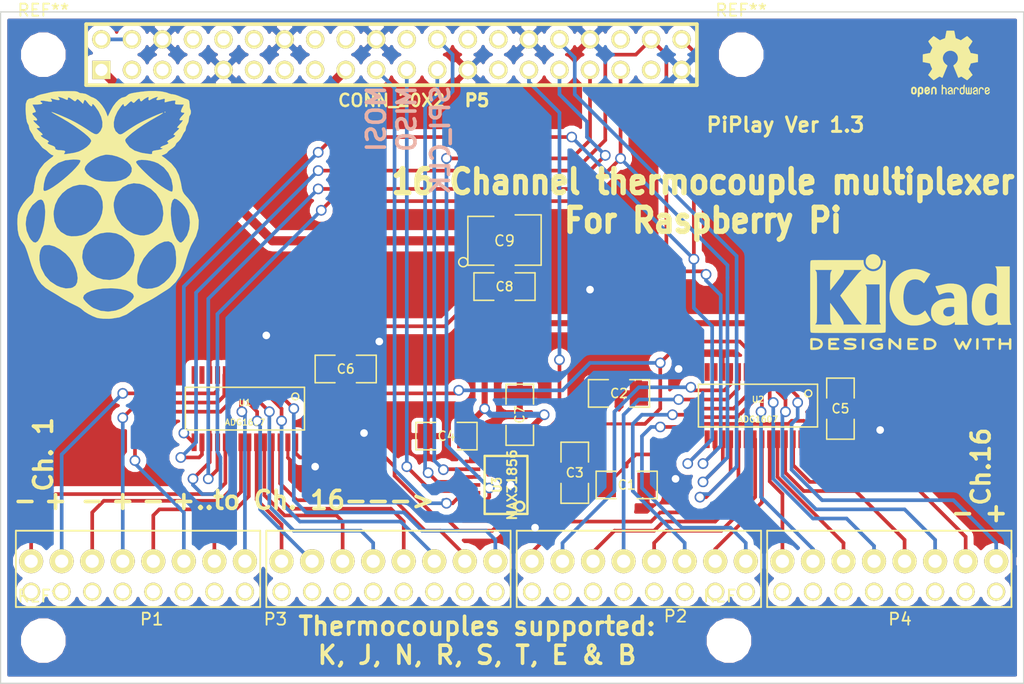
<source format=kicad_pcb>
(kicad_pcb (version 4) (host pcbnew 4.0.5+dfsg1-4)

  (general
    (links 88)
    (no_connects 0)
    (area 44.903429 78.837 141.80181 137.163)
    (thickness 1.6)
    (drawings 21)
    (tracks 541)
    (zones 0)
    (modules 24)
    (nets 67)
  )

  (page A3)
  (layers
    (0 F.Cu signal)
    (31 B.Cu signal)
    (32 B.Adhes user)
    (33 F.Adhes user)
    (34 B.Paste user)
    (35 F.Paste user)
    (36 B.SilkS user)
    (37 F.SilkS user)
    (38 B.Mask user)
    (39 F.Mask user)
    (40 Dwgs.User user)
    (41 Cmts.User user)
    (42 Eco1.User user)
    (43 Eco2.User user)
    (44 Edge.Cuts user)
  )

  (setup
    (last_trace_width 0.254)
    (user_trace_width 0.305)
    (user_trace_width 0.508)
    (user_trace_width 0.762)
    (trace_clearance 0.254)
    (zone_clearance 0.508)
    (zone_45_only no)
    (trace_min 0.254)
    (segment_width 0.2)
    (edge_width 0.1)
    (via_size 0.889)
    (via_drill 0.635)
    (via_min_size 0.889)
    (via_min_drill 0.508)
    (uvia_size 0.508)
    (uvia_drill 0.127)
    (uvias_allowed no)
    (uvia_min_size 0.508)
    (uvia_min_drill 0.127)
    (pcb_text_width 0.3)
    (pcb_text_size 1.5 1.5)
    (mod_edge_width 0.15)
    (mod_text_size 1 1)
    (mod_text_width 0.15)
    (pad_size 1.5 1.5)
    (pad_drill 1.1)
    (pad_to_mask_clearance 0)
    (aux_axis_origin 49.53 135.89)
    (visible_elements 7FFFFFFF)
    (pcbplotparams
      (layerselection 0x010f0_80000001)
      (usegerberextensions true)
      (excludeedgelayer true)
      (linewidth 0.150000)
      (plotframeref false)
      (viasonmask false)
      (mode 1)
      (useauxorigin false)
      (hpglpennumber 1)
      (hpglpenspeed 20)
      (hpglpendiameter 15)
      (hpglpenoverlay 2)
      (psnegative false)
      (psa4output false)
      (plotreference true)
      (plotvalue true)
      (plotinvisibletext false)
      (padsonsilk false)
      (subtractmaskfromsilk false)
      (outputformat 1)
      (mirror false)
      (drillshape 0)
      (scaleselection 1)
      (outputdirectory PiPlaydrill/))
  )

  (net 0 "")
  (net 1 +3.3V)
  (net 2 +5V)
  (net 3 "/(SPI_CE0_N)GPIO08")
  (net 4 /GPIO05)
  (net 5 /GPIO06)
  (net 6 "/GPIO09(SPI_MISO)")
  (net 7 "/GPIO10(SPI_MOSI)")
  (net 8 "/GPIO11(SPI_CLK)")
  (net 9 /GPIO12)
  (net 10 /GPIO13)
  (net 11 /GPIO19)
  (net 12 /GPIO20)
  (net 13 /GPIO21)
  (net 14 GND)
  (net 15 "Net-(C1-Pad2)")
  (net 16 "Net-(C2-Pad1)")
  (net 17 "Net-(P1-Pad1)")
  (net 18 "Net-(P1-Pad2)")
  (net 19 "Net-(P1-Pad3)")
  (net 20 "Net-(P1-Pad4)")
  (net 21 "Net-(P1-Pad5)")
  (net 22 "Net-(P1-Pad6)")
  (net 23 "Net-(P1-Pad7)")
  (net 24 "Net-(P1-Pad8)")
  (net 25 "Net-(P2-Pad1)")
  (net 26 "Net-(P2-Pad2)")
  (net 27 "Net-(P2-Pad3)")
  (net 28 "Net-(P2-Pad4)")
  (net 29 "Net-(P2-Pad5)")
  (net 30 "Net-(P2-Pad6)")
  (net 31 "Net-(P2-Pad7)")
  (net 32 "Net-(P2-Pad8)")
  (net 33 "Net-(P3-Pad1)")
  (net 34 "Net-(P3-Pad2)")
  (net 35 "Net-(P3-Pad3)")
  (net 36 "Net-(P3-Pad4)")
  (net 37 "Net-(P3-Pad5)")
  (net 38 "Net-(P3-Pad6)")
  (net 39 "Net-(P3-Pad7)")
  (net 40 "Net-(P3-Pad8)")
  (net 41 "Net-(P4-Pad1)")
  (net 42 "Net-(P4-Pad2)")
  (net 43 "Net-(P4-Pad3)")
  (net 44 "Net-(P4-Pad4)")
  (net 45 "Net-(P4-Pad5)")
  (net 46 "Net-(P4-Pad6)")
  (net 47 "Net-(P4-Pad7)")
  (net 48 "Net-(P4-Pad8)")
  (net 49 "/GPIO17(GPIO_GEN0)")
  (net 50 "/GPIO27(GPIO_GEN2)")
  (net 51 "/GPIO22(GPIO_GEN3)")
  (net 52 "/(TXD0)GPIO14")
  (net 53 "/(RXD0)GPIO15")
  (net 54 "/(GPIO_GEN1)GPIO18")
  (net 55 "/(GPIO_GEN4)GPIO23")
  (net 56 "/(GPIO_GEN5)GPIO24")
  (net 57 "/ID_SD(I2CID EEPROM)")
  (net 58 "/(GPIO_GEN6)GPIO25")
  (net 59 "/(SPI_CE1_N)GPIO07")
  (net 60 "/(I2CID EEPROM)ID_SC")
  (net 61 /GPIO16)
  (net 62 /GPIO26)
  (net 63 "/GPIO02(SDA1,I2C)")
  (net 64 "/GPIO03(SCL1,I2C)")
  (net 65 "/GPIO04(GPIO_GCLK)")
  (net 66 "Net-(U3-Pad6)")

  (net_class Default "This is the default net class."
    (clearance 0.254)
    (trace_width 0.254)
    (via_dia 0.889)
    (via_drill 0.635)
    (uvia_dia 0.508)
    (uvia_drill 0.127)
    (add_net +3.3V)
    (add_net +5V)
    (add_net "/(GPIO_GEN1)GPIO18")
    (add_net "/(GPIO_GEN4)GPIO23")
    (add_net "/(GPIO_GEN5)GPIO24")
    (add_net "/(GPIO_GEN6)GPIO25")
    (add_net "/(I2CID EEPROM)ID_SC")
    (add_net "/(RXD0)GPIO15")
    (add_net "/(SPI_CE0_N)GPIO08")
    (add_net "/(SPI_CE1_N)GPIO07")
    (add_net "/(TXD0)GPIO14")
    (add_net "/GPIO02(SDA1,I2C)")
    (add_net "/GPIO03(SCL1,I2C)")
    (add_net "/GPIO04(GPIO_GCLK)")
    (add_net /GPIO05)
    (add_net /GPIO06)
    (add_net "/GPIO09(SPI_MISO)")
    (add_net "/GPIO10(SPI_MOSI)")
    (add_net "/GPIO11(SPI_CLK)")
    (add_net /GPIO12)
    (add_net /GPIO13)
    (add_net /GPIO16)
    (add_net "/GPIO17(GPIO_GEN0)")
    (add_net /GPIO19)
    (add_net /GPIO20)
    (add_net /GPIO21)
    (add_net "/GPIO22(GPIO_GEN3)")
    (add_net /GPIO26)
    (add_net "/GPIO27(GPIO_GEN2)")
    (add_net "/ID_SD(I2CID EEPROM)")
    (add_net GND)
    (add_net "Net-(C1-Pad2)")
    (add_net "Net-(C2-Pad1)")
    (add_net "Net-(P1-Pad1)")
    (add_net "Net-(P1-Pad2)")
    (add_net "Net-(P1-Pad3)")
    (add_net "Net-(P1-Pad4)")
    (add_net "Net-(P1-Pad5)")
    (add_net "Net-(P1-Pad6)")
    (add_net "Net-(P1-Pad7)")
    (add_net "Net-(P1-Pad8)")
    (add_net "Net-(P2-Pad1)")
    (add_net "Net-(P2-Pad2)")
    (add_net "Net-(P2-Pad3)")
    (add_net "Net-(P2-Pad4)")
    (add_net "Net-(P2-Pad5)")
    (add_net "Net-(P2-Pad6)")
    (add_net "Net-(P2-Pad7)")
    (add_net "Net-(P2-Pad8)")
    (add_net "Net-(P3-Pad1)")
    (add_net "Net-(P3-Pad2)")
    (add_net "Net-(P3-Pad3)")
    (add_net "Net-(P3-Pad4)")
    (add_net "Net-(P3-Pad5)")
    (add_net "Net-(P3-Pad6)")
    (add_net "Net-(P3-Pad7)")
    (add_net "Net-(P3-Pad8)")
    (add_net "Net-(P4-Pad1)")
    (add_net "Net-(P4-Pad2)")
    (add_net "Net-(P4-Pad3)")
    (add_net "Net-(P4-Pad4)")
    (add_net "Net-(P4-Pad5)")
    (add_net "Net-(P4-Pad6)")
    (add_net "Net-(P4-Pad7)")
    (add_net "Net-(P4-Pad8)")
    (add_net "Net-(U3-Pad6)")
  )

  (net_class Power ""
    (clearance 0.254)
    (trace_width 0.762)
    (via_dia 0.889)
    (via_drill 0.635)
    (uvia_dia 0.508)
    (uvia_drill 0.127)
  )

  (module Mounting_Holes:MountingHole_2.7mm (layer F.Cu) (tedit 56D1B4CB) (tstamp 5B8E5713)
    (at 53.086 132.334)
    (descr "Mounting Hole 2.7mm, no annular")
    (tags "mounting hole 2.7mm no annular")
    (fp_text reference REF** (at 0 -3.7) (layer F.SilkS)
      (effects (font (size 1 1) (thickness 0.15)))
    )
    (fp_text value MountingHole_2.7mm (at 0 3.7) (layer F.Fab)
      (effects (font (size 1 1) (thickness 0.15)))
    )
    (fp_circle (center 0 0) (end 2.7 0) (layer Cmts.User) (width 0.15))
    (fp_circle (center 0 0) (end 2.95 0) (layer F.CrtYd) (width 0.05))
    (pad 1 np_thru_hole circle (at 0 0) (size 2.7 2.7) (drill 2.7) (layers *.Cu *.Mask))
  )

  (module TSSOP14 (layer F.Cu) (tedit 4E43F187) (tstamp 5B82421C)
    (at 91.567 119.38 90)
    (path /5B7E51E4)
    (attr smd)
    (fp_text reference U3 (at 0 -0.762 90) (layer F.SilkS)
      (effects (font (size 0.762 0.635) (thickness 0.16002)))
    )
    (fp_text value MAX31856 (at 0 0.508 90) (layer F.SilkS)
      (effects (font (size 0.762 0.762) (thickness 0.16002)))
    )
    (fp_line (start -2.413 -1.778) (end 2.413 -1.778) (layer F.SilkS) (width 0.2032))
    (fp_line (start 2.413 -1.778) (end 2.413 1.778) (layer F.SilkS) (width 0.2032))
    (fp_line (start 2.413 1.778) (end -2.413 1.778) (layer F.SilkS) (width 0.2032))
    (fp_line (start -2.413 1.778) (end -2.413 -1.778) (layer F.SilkS) (width 0.2032))
    (fp_circle (center -1.778 1.143) (end -2.159 1.143) (layer F.SilkS) (width 0.2032))
    (pad 1 smd rect (at -1.9304 2.794 90) (size 0.29972 1.30048) (layers F.Cu F.Paste F.Mask)
      (net 14 GND))
    (pad 2 smd rect (at -1.2954 2.794 90) (size 0.29972 1.30048) (layers F.Cu F.Paste F.Mask)
      (net 15 "Net-(C1-Pad2)"))
    (pad 3 smd rect (at -0.635 2.794 90) (size 0.29972 1.30048) (layers F.Cu F.Paste F.Mask)
      (net 15 "Net-(C1-Pad2)"))
    (pad 4 smd rect (at 0 2.794 90) (size 0.29972 1.30048) (layers F.Cu F.Paste F.Mask)
      (net 16 "Net-(C2-Pad1)"))
    (pad 5 smd rect (at 0.6604 2.794 90) (size 0.29972 1.30048) (layers F.Cu F.Paste F.Mask)
      (net 1 +3.3V))
    (pad 6 smd rect (at 1.3081 2.794 90) (size 0.29972 1.30048) (layers F.Cu F.Paste F.Mask)
      (net 66 "Net-(U3-Pad6)"))
    (pad 7 smd rect (at 1.9558 2.794 90) (size 0.29972 1.30048) (layers F.Cu F.Paste F.Mask)
      (net 4 /GPIO05))
    (pad 8 smd rect (at 1.9558 -2.794 90) (size 0.29972 1.30048) (layers F.Cu F.Paste F.Mask)
      (net 1 +3.3V))
    (pad 9 smd rect (at 1.3081 -2.794 90) (size 0.29972 1.30048) (layers F.Cu F.Paste F.Mask)
      (net 3 "/(SPI_CE0_N)GPIO08"))
    (pad 10 smd rect (at 0.6604 -2.794 90) (size 0.29972 1.30048) (layers F.Cu F.Paste F.Mask)
      (net 8 "/GPIO11(SPI_CLK)"))
    (pad 11 smd rect (at 0 -2.794 90) (size 0.29972 1.30048) (layers F.Cu F.Paste F.Mask)
      (net 6 "/GPIO09(SPI_MISO)"))
    (pad 12 smd rect (at -0.6477 -2.794 90) (size 0.29972 1.30048) (layers F.Cu F.Paste F.Mask)
      (net 7 "/GPIO10(SPI_MOSI)"))
    (pad 13 smd rect (at -1.2954 -2.794 90) (size 0.29972 1.30048) (layers F.Cu F.Paste F.Mask)
      (net 10 /GPIO13))
    (pad 14 smd rect (at -1.9431 -2.794 90) (size 0.29972 1.30048) (layers F.Cu F.Paste F.Mask)
      (net 14 GND))
    (model smd\smd_dil\tssop-14.wrl
      (at (xyz 0 0 0))
      (scale (xyz 1 1 1))
      (rotate (xyz 0 0 0))
    )
  )

  (module tssop-28 (layer F.Cu) (tedit 4E57952B) (tstamp 5B824241)
    (at 69.85 113.03 180)
    (descr TSSOP-28)
    (path /5B7D063B)
    (attr smd)
    (fp_text reference U1 (at 0 0.508 180) (layer F.SilkS)
      (effects (font (size 0.50038 0.50038) (thickness 0.09906)))
    )
    (fp_text value ADG1607 (at 0 -1.143 180) (layer F.SilkS)
      (effects (font (size 0.50038 0.50038) (thickness 0.09906)))
    )
    (fp_line (start -4.953 -1.778) (end -4.953 1.778) (layer F.SilkS) (width 0.127))
    (fp_line (start 4.953 -1.778) (end 4.953 1.778) (layer F.SilkS) (width 0.127))
    (fp_line (start 4.953 -1.778) (end -4.953 -1.778) (layer F.SilkS) (width 0.127))
    (fp_line (start -4.953 1.778) (end 4.953 1.778) (layer F.SilkS) (width 0.127))
    (fp_circle (center -4.191 1.016) (end -4.318 1.27) (layer F.SilkS) (width 0.127))
    (pad 7 smd rect (at -0.32512 2.79908 180) (size 0.4191 1.47066) (layers F.Cu F.Paste F.Mask)
      (net 34 "Net-(P3-Pad2)"))
    (pad 8 smd rect (at 0.32512 2.79908 180) (size 0.4191 1.47066) (layers F.Cu F.Paste F.Mask)
      (net 24 "Net-(P1-Pad8)"))
    (pad 9 smd rect (at 0.97536 2.79908 180) (size 0.4191 1.47066) (layers F.Cu F.Paste F.Mask)
      (net 22 "Net-(P1-Pad6)"))
    (pad 10 smd rect (at 1.6256 2.79908 180) (size 0.4191 1.47066) (layers F.Cu F.Paste F.Mask)
      (net 20 "Net-(P1-Pad4)"))
    (pad 25 smd rect (at -2.26568 -2.794 180) (size 0.4191 1.47066) (layers F.Cu F.Paste F.Mask)
      (net 37 "Net-(P3-Pad5)"))
    (pad 4 smd rect (at -2.27584 2.79908 180) (size 0.4191 1.47066) (layers F.Cu F.Paste F.Mask)
      (net 40 "Net-(P3-Pad8)"))
    (pad 5 smd rect (at -1.6256 2.79908 180) (size 0.4191 1.47066) (layers F.Cu F.Paste F.Mask)
      (net 38 "Net-(P3-Pad6)"))
    (pad 6 smd rect (at -0.97536 2.79908 180) (size 0.4191 1.47066) (layers F.Cu F.Paste F.Mask)
      (net 36 "Net-(P3-Pad4)"))
    (pad 18 smd rect (at 2.27584 -2.79908 180) (size 0.4191 1.47066) (layers F.Cu F.Paste F.Mask)
      (net 5 /GPIO06))
    (pad 19 smd rect (at 1.6256 -2.79908 180) (size 0.4191 1.47066) (layers F.Cu F.Paste F.Mask)
      (net 17 "Net-(P1-Pad1)"))
    (pad 20 smd rect (at 0.97536 -2.79908 180) (size 0.4191 1.47066) (layers F.Cu F.Paste F.Mask)
      (net 19 "Net-(P1-Pad3)"))
    (pad 21 smd rect (at 0.32512 -2.79908 180) (size 0.4191 1.47066) (layers F.Cu F.Paste F.Mask)
      (net 21 "Net-(P1-Pad5)"))
    (pad 22 smd rect (at -0.32512 -2.79908 180) (size 0.4191 1.47066) (layers F.Cu F.Paste F.Mask)
      (net 23 "Net-(P1-Pad7)"))
    (pad 23 smd rect (at -0.97536 -2.79908 180) (size 0.4191 1.47066) (layers F.Cu F.Paste F.Mask)
      (net 33 "Net-(P3-Pad1)"))
    (pad 11 smd rect (at 2.27584 2.79908 180) (size 0.4191 1.47066) (layers F.Cu F.Paste F.Mask)
      (net 18 "Net-(P1-Pad2)"))
    (pad 24 smd rect (at -1.6256 -2.794 180) (size 0.4191 1.47066) (layers F.Cu F.Paste F.Mask)
      (net 35 "Net-(P3-Pad3)"))
    (pad 3 smd rect (at -2.92608 2.79908 180) (size 0.4191 1.47066) (layers F.Cu F.Paste F.Mask))
    (pad 12 smd rect (at 2.92608 2.79908 180) (size 0.4191 1.47066) (layers F.Cu F.Paste F.Mask)
      (net 14 GND))
    (pad 17 smd rect (at 2.92608 -2.79908 180) (size 0.4191 1.47066) (layers F.Cu F.Paste F.Mask)
      (net 11 /GPIO19))
    (pad 26 smd rect (at -2.92608 -2.79908 180) (size 0.4191 1.47066) (layers F.Cu F.Paste F.Mask)
      (net 39 "Net-(P3-Pad7)"))
    (pad 2 smd rect (at -3.57378 2.79908 180) (size 0.4191 1.47066) (layers F.Cu F.Paste F.Mask)
      (net 16 "Net-(C2-Pad1)"))
    (pad 13 smd rect (at 3.57378 2.79908 180) (size 0.4191 1.47066) (layers F.Cu F.Paste F.Mask))
    (pad 16 smd rect (at 3.57378 -2.79908 180) (size 0.4191 1.47066) (layers F.Cu F.Paste F.Mask)
      (net 12 /GPIO20))
    (pad 27 smd rect (at -3.57378 -2.79908 180) (size 0.4191 1.47066) (layers F.Cu F.Paste F.Mask)
      (net 14 GND))
    (pad 1 smd rect (at -4.22402 2.79908 180) (size 0.4191 1.47066) (layers F.Cu F.Paste F.Mask)
      (net 1 +3.3V))
    (pad 14 smd rect (at 4.22402 2.79908 180) (size 0.4191 1.47066) (layers F.Cu F.Paste F.Mask))
    (pad 15 smd rect (at 4.22402 -2.79908 180) (size 0.4191 1.47066) (layers F.Cu F.Paste F.Mask)
      (net 13 /GPIO21))
    (pad 28 smd rect (at -4.22402 -2.79908 180) (size 0.4191 1.47066) (layers F.Cu F.Paste F.Mask)
      (net 15 "Net-(C1-Pad2)"))
    (model smd/smd_dil/tssop-28.wrl
      (at (xyz 0 0 0))
      (scale (xyz 1 1 1))
      (rotate (xyz 0 0 0))
    )
  )

  (module tssop-28 (layer F.Cu) (tedit 4E57952B) (tstamp 5B824266)
    (at 112.522 112.776 180)
    (descr TSSOP-28)
    (path /5B810D75)
    (attr smd)
    (fp_text reference U2 (at 0 0.508 180) (layer F.SilkS)
      (effects (font (size 0.50038 0.50038) (thickness 0.09906)))
    )
    (fp_text value ADG1607 (at 0 -1.143 180) (layer F.SilkS)
      (effects (font (size 0.50038 0.50038) (thickness 0.09906)))
    )
    (fp_line (start -4.953 -1.778) (end -4.953 1.778) (layer F.SilkS) (width 0.127))
    (fp_line (start 4.953 -1.778) (end 4.953 1.778) (layer F.SilkS) (width 0.127))
    (fp_line (start 4.953 -1.778) (end -4.953 -1.778) (layer F.SilkS) (width 0.127))
    (fp_line (start -4.953 1.778) (end 4.953 1.778) (layer F.SilkS) (width 0.127))
    (fp_circle (center -4.191 1.016) (end -4.318 1.27) (layer F.SilkS) (width 0.127))
    (pad 7 smd rect (at -0.32512 2.79908 180) (size 0.4191 1.47066) (layers F.Cu F.Paste F.Mask)
      (net 42 "Net-(P4-Pad2)"))
    (pad 8 smd rect (at 0.32512 2.79908 180) (size 0.4191 1.47066) (layers F.Cu F.Paste F.Mask)
      (net 32 "Net-(P2-Pad8)"))
    (pad 9 smd rect (at 0.97536 2.79908 180) (size 0.4191 1.47066) (layers F.Cu F.Paste F.Mask)
      (net 30 "Net-(P2-Pad6)"))
    (pad 10 smd rect (at 1.6256 2.79908 180) (size 0.4191 1.47066) (layers F.Cu F.Paste F.Mask)
      (net 28 "Net-(P2-Pad4)"))
    (pad 25 smd rect (at -2.26568 -2.794 180) (size 0.4191 1.47066) (layers F.Cu F.Paste F.Mask)
      (net 45 "Net-(P4-Pad5)"))
    (pad 4 smd rect (at -2.27584 2.79908 180) (size 0.4191 1.47066) (layers F.Cu F.Paste F.Mask)
      (net 48 "Net-(P4-Pad8)"))
    (pad 5 smd rect (at -1.6256 2.79908 180) (size 0.4191 1.47066) (layers F.Cu F.Paste F.Mask)
      (net 46 "Net-(P4-Pad6)"))
    (pad 6 smd rect (at -0.97536 2.79908 180) (size 0.4191 1.47066) (layers F.Cu F.Paste F.Mask)
      (net 44 "Net-(P4-Pad4)"))
    (pad 18 smd rect (at 2.27584 -2.79908 180) (size 0.4191 1.47066) (layers F.Cu F.Paste F.Mask)
      (net 9 /GPIO12))
    (pad 19 smd rect (at 1.6256 -2.79908 180) (size 0.4191 1.47066) (layers F.Cu F.Paste F.Mask)
      (net 25 "Net-(P2-Pad1)"))
    (pad 20 smd rect (at 0.97536 -2.79908 180) (size 0.4191 1.47066) (layers F.Cu F.Paste F.Mask)
      (net 27 "Net-(P2-Pad3)"))
    (pad 21 smd rect (at 0.32512 -2.79908 180) (size 0.4191 1.47066) (layers F.Cu F.Paste F.Mask)
      (net 29 "Net-(P2-Pad5)"))
    (pad 22 smd rect (at -0.32512 -2.79908 180) (size 0.4191 1.47066) (layers F.Cu F.Paste F.Mask)
      (net 31 "Net-(P2-Pad7)"))
    (pad 23 smd rect (at -0.97536 -2.79908 180) (size 0.4191 1.47066) (layers F.Cu F.Paste F.Mask)
      (net 41 "Net-(P4-Pad1)"))
    (pad 11 smd rect (at 2.27584 2.79908 180) (size 0.4191 1.47066) (layers F.Cu F.Paste F.Mask)
      (net 26 "Net-(P2-Pad2)"))
    (pad 24 smd rect (at -1.6256 -2.794 180) (size 0.4191 1.47066) (layers F.Cu F.Paste F.Mask)
      (net 43 "Net-(P4-Pad3)"))
    (pad 3 smd rect (at -2.92608 2.79908 180) (size 0.4191 1.47066) (layers F.Cu F.Paste F.Mask))
    (pad 12 smd rect (at 2.92608 2.79908 180) (size 0.4191 1.47066) (layers F.Cu F.Paste F.Mask)
      (net 14 GND))
    (pad 17 smd rect (at 2.92608 -2.79908 180) (size 0.4191 1.47066) (layers F.Cu F.Paste F.Mask)
      (net 11 /GPIO19))
    (pad 26 smd rect (at -2.92608 -2.79908 180) (size 0.4191 1.47066) (layers F.Cu F.Paste F.Mask)
      (net 47 "Net-(P4-Pad7)"))
    (pad 2 smd rect (at -3.57378 2.79908 180) (size 0.4191 1.47066) (layers F.Cu F.Paste F.Mask)
      (net 16 "Net-(C2-Pad1)"))
    (pad 13 smd rect (at 3.57378 2.79908 180) (size 0.4191 1.47066) (layers F.Cu F.Paste F.Mask))
    (pad 16 smd rect (at 3.57378 -2.79908 180) (size 0.4191 1.47066) (layers F.Cu F.Paste F.Mask)
      (net 12 /GPIO20))
    (pad 27 smd rect (at -3.57378 -2.79908 180) (size 0.4191 1.47066) (layers F.Cu F.Paste F.Mask)
      (net 14 GND))
    (pad 1 smd rect (at -4.22402 2.79908 180) (size 0.4191 1.47066) (layers F.Cu F.Paste F.Mask)
      (net 1 +3.3V))
    (pad 14 smd rect (at 4.22402 2.79908 180) (size 0.4191 1.47066) (layers F.Cu F.Paste F.Mask))
    (pad 15 smd rect (at 4.22402 -2.79908 180) (size 0.4191 1.47066) (layers F.Cu F.Paste F.Mask)
      (net 13 /GPIO21))
    (pad 28 smd rect (at -4.22402 -2.79908 180) (size 0.4191 1.47066) (layers F.Cu F.Paste F.Mask)
      (net 15 "Net-(C1-Pad2)"))
    (model smd/smd_dil/tssop-28.wrl
      (at (xyz 0 0 0))
      (scale (xyz 1 1 1))
      (rotate (xyz 0 0 0))
    )
  )

  (module SM1812E (layer F.Cu) (tedit 5B8F83CA) (tstamp 5B824273)
    (at 91.44 99.06)
    (path /5B7FAAEB)
    (attr smd)
    (fp_text reference C9 (at 0 0 180) (layer F.SilkS)
      (effects (font (size 0.889 0.889) (thickness 0.127)))
    )
    (fp_text value 10uF (at 0 -2.794 180) (layer F.SilkS) hide
      (effects (font (size 0.889 0.889) (thickness 0.127)))
    )
    (fp_circle (center -3.429 1.778) (end -3.048 1.778) (layer F.SilkS) (width 0.127))
    (fp_line (start -0.889 -2.032) (end -3.048 -2.032) (layer F.SilkS) (width 0.127))
    (fp_line (start -3.048 -2.032) (end -3.048 2.032) (layer F.SilkS) (width 0.127))
    (fp_line (start -3.048 2.032) (end -0.889 2.032) (layer F.SilkS) (width 0.127))
    (fp_line (start 0.889 -2.159) (end 3.048 -2.159) (layer F.SilkS) (width 0.127))
    (fp_line (start 3.048 -2.159) (end 3.048 2.032) (layer F.SilkS) (width 0.127))
    (fp_line (start 3.048 2.032) (end 0.889 2.032) (layer F.SilkS) (width 0.127))
    (pad 1 smd rect (at -1.905 0) (size 1.778 3.556) (layers F.Cu F.Paste F.Mask)
      (net 1 +3.3V))
    (pad 2 smd rect (at 1.905 0) (size 1.778 3.556) (layers F.Cu F.Paste F.Mask)
      (net 14 GND))
    (model smd/chip_cms.wrl
      (at (xyz 0 0 0))
      (scale (xyz 0.2 0.25 0.25))
      (rotate (xyz 0 0 0))
    )
  )

  (module 8PIN_2.54_TERM. (layer F.Cu) (tedit 5BCAA6A3) (tstamp 5B824347)
    (at 63.5 123.19)
    (path /5B7E636B)
    (fp_text reference P1 (at -1.397 7.366) (layer F.SilkS)
      (effects (font (size 1 1) (thickness 0.15)))
    )
    (fp_text value CONN_8 (at 5.08 -1.27) (layer F.SilkS) hide
      (effects (font (size 1 1) (thickness 0.15)))
    )
    (fp_line (start -12.7 6.35) (end 7.62 6.35) (layer F.SilkS) (width 0.15))
    (fp_line (start 7.62 6.35) (end 7.62 0) (layer F.SilkS) (width 0.15))
    (fp_line (start 7.62 0) (end -12.7 0) (layer F.SilkS) (width 0.15))
    (fp_line (start -12.7 0) (end -12.7 6.35) (layer F.SilkS) (width 0.15))
    (pad 1 thru_hole circle (at -11.43 2.54) (size 2 2) (drill 1.1) (layers *.Cu *.Mask F.SilkS)
      (net 17 "Net-(P1-Pad1)"))
    (pad 2 thru_hole circle (at -8.89 2.54) (size 2 2) (drill 1.1) (layers *.Cu *.Mask F.SilkS)
      (net 18 "Net-(P1-Pad2)"))
    (pad 3 thru_hole circle (at -6.35 2.54) (size 2 2) (drill 1.1) (layers *.Cu *.Mask F.SilkS)
      (net 19 "Net-(P1-Pad3)"))
    (pad 4 thru_hole circle (at -3.81 2.54) (size 2 2) (drill 1.1) (layers *.Cu *.Mask F.SilkS)
      (net 20 "Net-(P1-Pad4)"))
    (pad 5 thru_hole circle (at -1.27 2.54) (size 2 2) (drill 1.1) (layers *.Cu *.Mask F.SilkS)
      (net 21 "Net-(P1-Pad5)"))
    (pad 6 thru_hole circle (at 1.27 2.54) (size 2 2) (drill 1.1) (layers *.Cu *.Mask F.SilkS)
      (net 22 "Net-(P1-Pad6)"))
    (pad 7 thru_hole circle (at 3.81 2.54) (size 2 2) (drill 1.1) (layers *.Cu *.Mask F.SilkS)
      (net 23 "Net-(P1-Pad7)"))
    (pad 8 thru_hole circle (at 6.35 2.54) (size 2 2) (drill 1.1) (layers *.Cu *.Mask F.SilkS)
      (net 24 "Net-(P1-Pad8)"))
    (pad "" thru_hole circle (at -11.43 5.08) (size 1.5 1.5) (drill 1.1) (layers *.Cu *.Mask F.SilkS))
    (pad "" thru_hole circle (at -8.89 5.08) (size 1.5 1.5) (drill 1.1) (layers *.Cu *.Mask F.SilkS))
    (pad "" thru_hole circle (at -6.35 5.08) (size 1.5 1.5) (drill 1.1) (layers *.Cu *.Mask F.SilkS))
    (pad "" thru_hole circle (at -3.81 5.08) (size 1.5 1.5) (drill 1.1) (layers *.Cu *.Mask F.SilkS))
    (pad "" thru_hole circle (at -1.27 5.08) (size 1.5 1.5) (drill 1.1) (layers *.Cu *.Mask F.SilkS))
    (pad "" thru_hole circle (at 1.27 5.08) (size 1.5 1.5) (drill 1.1) (layers *.Cu *.Mask F.SilkS))
    (pad "" thru_hole circle (at 3.81 5.08) (size 1.5 1.5) (drill 1.1) (layers *.Cu *.Mask F.SilkS))
    (pad "" thru_hole circle (at 6.35 5.08) (size 1.5 1.5) (drill 1.1) (layers *.Cu *.Mask F.SilkS))
  )

  (module 8PIN_2.54_TERM. (layer F.Cu) (tedit 5BD3AFD1) (tstamp 5B82435F)
    (at 84.328 123.19)
    (path /5B7E637A)
    (fp_text reference P3 (at -11.938 7.366) (layer F.SilkS)
      (effects (font (size 1 1) (thickness 0.15)))
    )
    (fp_text value CONN_8 (at 5.08 -1.27) (layer F.SilkS) hide
      (effects (font (size 1 1) (thickness 0.15)))
    )
    (fp_line (start -12.7 6.35) (end 7.62 6.35) (layer F.SilkS) (width 0.15))
    (fp_line (start 7.62 6.35) (end 7.62 0) (layer F.SilkS) (width 0.15))
    (fp_line (start 7.62 0) (end -12.7 0) (layer F.SilkS) (width 0.15))
    (fp_line (start -12.7 0) (end -12.7 6.35) (layer F.SilkS) (width 0.15))
    (pad 1 thru_hole circle (at -11.43 2.54) (size 2 2) (drill 1.1) (layers *.Cu *.Mask F.SilkS)
      (net 33 "Net-(P3-Pad1)"))
    (pad 2 thru_hole circle (at -8.89 2.54) (size 2 2) (drill 1.1) (layers *.Cu *.Mask F.SilkS)
      (net 34 "Net-(P3-Pad2)"))
    (pad 3 thru_hole circle (at -6.35 2.54) (size 2 2) (drill 1.1) (layers *.Cu *.Mask F.SilkS)
      (net 35 "Net-(P3-Pad3)"))
    (pad 4 thru_hole circle (at -3.81 2.54) (size 2 2) (drill 1.1) (layers *.Cu *.Mask F.SilkS)
      (net 36 "Net-(P3-Pad4)"))
    (pad 5 thru_hole circle (at -1.27 2.54) (size 2 2) (drill 1.1) (layers *.Cu *.Mask F.SilkS)
      (net 37 "Net-(P3-Pad5)"))
    (pad 6 thru_hole circle (at 1.27 2.54) (size 2 2) (drill 1.1) (layers *.Cu *.Mask F.SilkS)
      (net 38 "Net-(P3-Pad6)"))
    (pad 7 thru_hole circle (at 3.81 2.54) (size 2 2) (drill 1.1) (layers *.Cu *.Mask F.SilkS)
      (net 39 "Net-(P3-Pad7)"))
    (pad 8 thru_hole circle (at 6.35 2.54) (size 2 2) (drill 1.1) (layers *.Cu *.Mask F.SilkS)
      (net 40 "Net-(P3-Pad8)"))
    (pad "" thru_hole circle (at -11.43 5.08) (size 1.5 1.5) (drill 1.1) (layers *.Cu *.Mask F.SilkS))
    (pad "" thru_hole circle (at -8.89 5.08) (size 1.5 1.5) (drill 1.1) (layers *.Cu *.Mask F.SilkS))
    (pad "" thru_hole circle (at -6.35 5.08) (size 1.5 1.5) (drill 1.1) (layers *.Cu *.Mask F.SilkS))
    (pad "" thru_hole circle (at -3.81 5.08) (size 1.5 1.5) (drill 1.1) (layers *.Cu *.Mask F.SilkS))
    (pad "" thru_hole circle (at -1.27 5.08) (size 1.5 1.5) (drill 1.1) (layers *.Cu *.Mask F.SilkS))
    (pad "" thru_hole circle (at 1.27 5.08) (size 1.5 1.5) (drill 1.1) (layers *.Cu *.Mask F.SilkS))
    (pad "" thru_hole circle (at 3.81 5.08) (size 1.5 1.5) (drill 1.1) (layers *.Cu *.Mask F.SilkS))
    (pad "" thru_hole circle (at 6.35 5.08) (size 1.5 1.5) (drill 1.1) (layers *.Cu *.Mask F.SilkS))
  )

  (module 8PIN_2.54_TERM. (layer F.Cu) (tedit 5BD3AFC0) (tstamp 5B824377)
    (at 105.156 123.19)
    (path /5B810D84)
    (fp_text reference P2 (at 0.508 7.112) (layer F.SilkS)
      (effects (font (size 1 1) (thickness 0.15)))
    )
    (fp_text value CONN_8 (at 5.08 -1.27) (layer F.SilkS) hide
      (effects (font (size 1 1) (thickness 0.15)))
    )
    (fp_line (start -12.7 6.35) (end 7.62 6.35) (layer F.SilkS) (width 0.15))
    (fp_line (start 7.62 6.35) (end 7.62 0) (layer F.SilkS) (width 0.15))
    (fp_line (start 7.62 0) (end -12.7 0) (layer F.SilkS) (width 0.15))
    (fp_line (start -12.7 0) (end -12.7 6.35) (layer F.SilkS) (width 0.15))
    (pad 1 thru_hole circle (at -11.43 2.54) (size 2 2) (drill 1.1) (layers *.Cu *.Mask F.SilkS)
      (net 25 "Net-(P2-Pad1)"))
    (pad 2 thru_hole circle (at -8.89 2.54) (size 2 2) (drill 1.1) (layers *.Cu *.Mask F.SilkS)
      (net 26 "Net-(P2-Pad2)"))
    (pad 3 thru_hole circle (at -6.35 2.54) (size 2 2) (drill 1.1) (layers *.Cu *.Mask F.SilkS)
      (net 27 "Net-(P2-Pad3)"))
    (pad 4 thru_hole circle (at -3.81 2.54) (size 2 2) (drill 1.1) (layers *.Cu *.Mask F.SilkS)
      (net 28 "Net-(P2-Pad4)"))
    (pad 5 thru_hole circle (at -1.27 2.54) (size 2 2) (drill 1.1) (layers *.Cu *.Mask F.SilkS)
      (net 29 "Net-(P2-Pad5)"))
    (pad 6 thru_hole circle (at 1.27 2.54) (size 2 2) (drill 1.1) (layers *.Cu *.Mask F.SilkS)
      (net 30 "Net-(P2-Pad6)"))
    (pad 7 thru_hole circle (at 3.81 2.54) (size 2 2) (drill 1.1) (layers *.Cu *.Mask F.SilkS)
      (net 31 "Net-(P2-Pad7)"))
    (pad 8 thru_hole circle (at 6.35 2.54) (size 2 2) (drill 1.1) (layers *.Cu *.Mask F.SilkS)
      (net 32 "Net-(P2-Pad8)"))
    (pad "" thru_hole circle (at -11.43 5.08) (size 1.5 1.5) (drill 1.1) (layers *.Cu *.Mask F.SilkS))
    (pad "" thru_hole circle (at -8.89 5.08) (size 1.5 1.5) (drill 1.1) (layers *.Cu *.Mask F.SilkS))
    (pad "" thru_hole circle (at -6.35 5.08) (size 1.5 1.5) (drill 1.1) (layers *.Cu *.Mask F.SilkS))
    (pad "" thru_hole circle (at -3.81 5.08) (size 1.5 1.5) (drill 1.1) (layers *.Cu *.Mask F.SilkS))
    (pad "" thru_hole circle (at -1.27 5.08) (size 1.5 1.5) (drill 1.1) (layers *.Cu *.Mask F.SilkS))
    (pad "" thru_hole circle (at 1.27 5.08) (size 1.5 1.5) (drill 1.1) (layers *.Cu *.Mask F.SilkS))
    (pad "" thru_hole circle (at 3.81 5.08) (size 1.5 1.5) (drill 1.1) (layers *.Cu *.Mask F.SilkS))
    (pad "" thru_hole circle (at 6.35 5.08) (size 1.5 1.5) (drill 1.1) (layers *.Cu *.Mask F.SilkS))
  )

  (module 8PIN_2.54_TERM. (layer F.Cu) (tedit 5BCAA694) (tstamp 5B82438F)
    (at 125.984 123.19)
    (path /5B810D93)
    (fp_text reference P4 (at -1.651 7.366) (layer F.SilkS)
      (effects (font (size 1 1) (thickness 0.15)))
    )
    (fp_text value CONN_8 (at -0.635 -1.27) (layer F.SilkS) hide
      (effects (font (size 1 1) (thickness 0.15)))
    )
    (fp_line (start -12.7 6.35) (end 7.62 6.35) (layer F.SilkS) (width 0.15))
    (fp_line (start 7.62 6.35) (end 7.62 0) (layer F.SilkS) (width 0.15))
    (fp_line (start 7.62 0) (end -12.7 0) (layer F.SilkS) (width 0.15))
    (fp_line (start -12.7 0) (end -12.7 6.35) (layer F.SilkS) (width 0.15))
    (pad 1 thru_hole circle (at -11.43 2.54) (size 2 2) (drill 1.1) (layers *.Cu *.Mask F.SilkS)
      (net 41 "Net-(P4-Pad1)"))
    (pad 2 thru_hole circle (at -8.89 2.54) (size 2 2) (drill 1.1) (layers *.Cu *.Mask F.SilkS)
      (net 42 "Net-(P4-Pad2)"))
    (pad 3 thru_hole circle (at -6.35 2.54) (size 2 2) (drill 1.1) (layers *.Cu *.Mask F.SilkS)
      (net 43 "Net-(P4-Pad3)"))
    (pad 4 thru_hole circle (at -3.81 2.54) (size 2 2) (drill 1.1) (layers *.Cu *.Mask F.SilkS)
      (net 44 "Net-(P4-Pad4)"))
    (pad 5 thru_hole circle (at -1.27 2.54) (size 2 2) (drill 1.1) (layers *.Cu *.Mask F.SilkS)
      (net 45 "Net-(P4-Pad5)"))
    (pad 6 thru_hole circle (at 1.27 2.54) (size 2 2) (drill 1.1) (layers *.Cu *.Mask F.SilkS)
      (net 46 "Net-(P4-Pad6)"))
    (pad 7 thru_hole circle (at 3.81 2.54) (size 2 2) (drill 1.1) (layers *.Cu *.Mask F.SilkS)
      (net 47 "Net-(P4-Pad7)"))
    (pad 8 thru_hole circle (at 6.35 2.54) (size 2 2) (drill 1.1) (layers *.Cu *.Mask F.SilkS)
      (net 48 "Net-(P4-Pad8)"))
    (pad "" thru_hole circle (at -11.43 5.08) (size 1.5 1.5) (drill 1.1) (layers *.Cu *.Mask F.SilkS))
    (pad "" thru_hole circle (at -8.89 5.08) (size 1.5 1.5) (drill 1.1) (layers *.Cu *.Mask F.SilkS))
    (pad "" thru_hole circle (at -6.35 5.08) (size 1.5 1.5) (drill 1.1) (layers *.Cu *.Mask F.SilkS))
    (pad "" thru_hole circle (at -3.81 5.08) (size 1.5 1.5) (drill 1.1) (layers *.Cu *.Mask F.SilkS))
    (pad "" thru_hole circle (at -1.27 5.08) (size 1.5 1.5) (drill 1.1) (layers *.Cu *.Mask F.SilkS))
    (pad "" thru_hole circle (at 1.27 5.08) (size 1.5 1.5) (drill 1.1) (layers *.Cu *.Mask F.SilkS))
    (pad "" thru_hole circle (at 3.81 5.08) (size 1.5 1.5) (drill 1.1) (layers *.Cu *.Mask F.SilkS))
    (pad "" thru_hole circle (at 6.35 5.08) (size 1.5 1.5) (drill 1.1) (layers *.Cu *.Mask F.SilkS))
  )

  (module SM1206 (layer F.Cu) (tedit 5B8F8453) (tstamp 5B824280)
    (at 119.38 113.03 270)
    (path /5B81271B)
    (attr smd)
    (fp_text reference C5 (at 0 0 360) (layer F.SilkS)
      (effects (font (size 0.762 0.762) (thickness 0.127)))
    )
    (fp_text value 100nF (at -2.032 -3.302 360) (layer F.SilkS) hide
      (effects (font (size 0.762 0.762) (thickness 0.127)))
    )
    (fp_line (start -2.54 -1.143) (end -2.54 1.143) (layer F.SilkS) (width 0.127))
    (fp_line (start -2.54 1.143) (end -0.889 1.143) (layer F.SilkS) (width 0.127))
    (fp_line (start 0.889 -1.143) (end 2.54 -1.143) (layer F.SilkS) (width 0.127))
    (fp_line (start 2.54 -1.143) (end 2.54 1.143) (layer F.SilkS) (width 0.127))
    (fp_line (start 2.54 1.143) (end 0.889 1.143) (layer F.SilkS) (width 0.127))
    (fp_line (start -0.889 -1.143) (end -2.54 -1.143) (layer F.SilkS) (width 0.127))
    (pad 1 smd rect (at -1.651 0 270) (size 1.524 2.032) (layers F.Cu F.Paste F.Mask)
      (net 1 +3.3V))
    (pad 2 smd rect (at 1.651 0 270) (size 1.524 2.032) (layers F.Cu F.Paste F.Mask)
      (net 14 GND))
    (model smd/chip_cms.wrl
      (at (xyz 0 0 0))
      (scale (xyz 0.17 0.16 0.16))
      (rotate (xyz 0 0 0))
    )
  )

  (module SM1206 (layer F.Cu) (tedit 5B8F83DC) (tstamp 5B82428D)
    (at 78.232 109.728)
    (path /5B7FAB37)
    (attr smd)
    (fp_text reference C6 (at 0 0) (layer F.SilkS)
      (effects (font (size 0.762 0.762) (thickness 0.127)))
    )
    (fp_text value 100nF (at 0 1.778) (layer F.SilkS) hide
      (effects (font (size 0.762 0.762) (thickness 0.127)))
    )
    (fp_line (start -2.54 -1.143) (end -2.54 1.143) (layer F.SilkS) (width 0.127))
    (fp_line (start -2.54 1.143) (end -0.889 1.143) (layer F.SilkS) (width 0.127))
    (fp_line (start 0.889 -1.143) (end 2.54 -1.143) (layer F.SilkS) (width 0.127))
    (fp_line (start 2.54 -1.143) (end 2.54 1.143) (layer F.SilkS) (width 0.127))
    (fp_line (start 2.54 1.143) (end 0.889 1.143) (layer F.SilkS) (width 0.127))
    (fp_line (start -0.889 -1.143) (end -2.54 -1.143) (layer F.SilkS) (width 0.127))
    (pad 1 smd rect (at -1.651 0) (size 1.524 2.032) (layers F.Cu F.Paste F.Mask)
      (net 1 +3.3V))
    (pad 2 smd rect (at 1.651 0) (size 1.524 2.032) (layers F.Cu F.Paste F.Mask)
      (net 14 GND))
    (model smd/chip_cms.wrl
      (at (xyz 0 0 0))
      (scale (xyz 0.17 0.16 0.16))
      (rotate (xyz 0 0 0))
    )
  )

  (module SM1206 (layer F.Cu) (tedit 5B8F83F1) (tstamp 5B82429A)
    (at 92.71 113.538 90)
    (path /5B7FAB1C)
    (attr smd)
    (fp_text reference C7 (at 0 0 90) (layer F.SilkS)
      (effects (font (size 0.762 0.762) (thickness 0.127)))
    )
    (fp_text value 100nF (at 0 1.778 90) (layer F.SilkS) hide
      (effects (font (size 0.762 0.762) (thickness 0.127)))
    )
    (fp_line (start -2.54 -1.143) (end -2.54 1.143) (layer F.SilkS) (width 0.127))
    (fp_line (start -2.54 1.143) (end -0.889 1.143) (layer F.SilkS) (width 0.127))
    (fp_line (start 0.889 -1.143) (end 2.54 -1.143) (layer F.SilkS) (width 0.127))
    (fp_line (start 2.54 -1.143) (end 2.54 1.143) (layer F.SilkS) (width 0.127))
    (fp_line (start 2.54 1.143) (end 0.889 1.143) (layer F.SilkS) (width 0.127))
    (fp_line (start -0.889 -1.143) (end -2.54 -1.143) (layer F.SilkS) (width 0.127))
    (pad 1 smd rect (at -1.651 0 90) (size 1.524 2.032) (layers F.Cu F.Paste F.Mask)
      (net 1 +3.3V))
    (pad 2 smd rect (at 1.651 0 90) (size 1.524 2.032) (layers F.Cu F.Paste F.Mask)
      (net 14 GND))
    (model smd/chip_cms.wrl
      (at (xyz 0 0 0))
      (scale (xyz 0.17 0.16 0.16))
      (rotate (xyz 0 0 0))
    )
  )

  (module SM1206 (layer F.Cu) (tedit 5B8F83C2) (tstamp 5B8242A7)
    (at 91.44 102.87)
    (path /5B7FAB01)
    (attr smd)
    (fp_text reference C8 (at 0 0) (layer F.SilkS)
      (effects (font (size 0.762 0.762) (thickness 0.127)))
    )
    (fp_text value 100nF (at 0.254 2.032) (layer F.SilkS) hide
      (effects (font (size 0.762 0.762) (thickness 0.127)))
    )
    (fp_line (start -2.54 -1.143) (end -2.54 1.143) (layer F.SilkS) (width 0.127))
    (fp_line (start -2.54 1.143) (end -0.889 1.143) (layer F.SilkS) (width 0.127))
    (fp_line (start 0.889 -1.143) (end 2.54 -1.143) (layer F.SilkS) (width 0.127))
    (fp_line (start 2.54 -1.143) (end 2.54 1.143) (layer F.SilkS) (width 0.127))
    (fp_line (start 2.54 1.143) (end 0.889 1.143) (layer F.SilkS) (width 0.127))
    (fp_line (start -0.889 -1.143) (end -2.54 -1.143) (layer F.SilkS) (width 0.127))
    (pad 1 smd rect (at -1.651 0) (size 1.524 2.032) (layers F.Cu F.Paste F.Mask)
      (net 1 +3.3V))
    (pad 2 smd rect (at 1.651 0) (size 1.524 2.032) (layers F.Cu F.Paste F.Mask)
      (net 14 GND))
    (model smd/chip_cms.wrl
      (at (xyz 0 0 0))
      (scale (xyz 0.17 0.16 0.16))
      (rotate (xyz 0 0 0))
    )
  )

  (module SM1206 (layer F.Cu) (tedit 5B8F83E9) (tstamp 5B8242B4)
    (at 86.614 115.316 180)
    (path /5B7E62AB)
    (attr smd)
    (fp_text reference C4 (at 0 0 180) (layer F.SilkS)
      (effects (font (size 0.762 0.762) (thickness 0.127)))
    )
    (fp_text value 100nF (at 0.254 -1.778 180) (layer F.SilkS) hide
      (effects (font (size 0.762 0.762) (thickness 0.127)))
    )
    (fp_line (start -2.54 -1.143) (end -2.54 1.143) (layer F.SilkS) (width 0.127))
    (fp_line (start -2.54 1.143) (end -0.889 1.143) (layer F.SilkS) (width 0.127))
    (fp_line (start 0.889 -1.143) (end 2.54 -1.143) (layer F.SilkS) (width 0.127))
    (fp_line (start 2.54 -1.143) (end 2.54 1.143) (layer F.SilkS) (width 0.127))
    (fp_line (start 2.54 1.143) (end 0.889 1.143) (layer F.SilkS) (width 0.127))
    (fp_line (start -0.889 -1.143) (end -2.54 -1.143) (layer F.SilkS) (width 0.127))
    (pad 1 smd rect (at -1.651 0 180) (size 1.524 2.032) (layers F.Cu F.Paste F.Mask)
      (net 1 +3.3V))
    (pad 2 smd rect (at 1.651 0 180) (size 1.524 2.032) (layers F.Cu F.Paste F.Mask)
      (net 14 GND))
    (model smd/chip_cms.wrl
      (at (xyz 0 0 0))
      (scale (xyz 0.17 0.16 0.16))
      (rotate (xyz 0 0 0))
    )
  )

  (module SM1206 (layer F.Cu) (tedit 5B8F843C) (tstamp 5B8242C1)
    (at 97.282 118.364 90)
    (path /5B7E6042)
    (attr smd)
    (fp_text reference C3 (at 0 0 180) (layer F.SilkS)
      (effects (font (size 0.762 0.762) (thickness 0.127)))
    )
    (fp_text value 100nF (at 3.302 -0.762 180) (layer F.SilkS) hide
      (effects (font (size 0.762 0.762) (thickness 0.127)))
    )
    (fp_line (start -2.54 -1.143) (end -2.54 1.143) (layer F.SilkS) (width 0.127))
    (fp_line (start -2.54 1.143) (end -0.889 1.143) (layer F.SilkS) (width 0.127))
    (fp_line (start 0.889 -1.143) (end 2.54 -1.143) (layer F.SilkS) (width 0.127))
    (fp_line (start 2.54 -1.143) (end 2.54 1.143) (layer F.SilkS) (width 0.127))
    (fp_line (start 2.54 1.143) (end 0.889 1.143) (layer F.SilkS) (width 0.127))
    (fp_line (start -0.889 -1.143) (end -2.54 -1.143) (layer F.SilkS) (width 0.127))
    (pad 1 smd rect (at -1.651 0 90) (size 1.524 2.032) (layers F.Cu F.Paste F.Mask)
      (net 15 "Net-(C1-Pad2)"))
    (pad 2 smd rect (at 1.651 0 90) (size 1.524 2.032) (layers F.Cu F.Paste F.Mask)
      (net 16 "Net-(C2-Pad1)"))
    (model smd/chip_cms.wrl
      (at (xyz 0 0 0))
      (scale (xyz 0.17 0.16 0.16))
      (rotate (xyz 0 0 0))
    )
  )

  (module SM1206 (layer F.Cu) (tedit 5B8F8429) (tstamp 5B8242CE)
    (at 101.6 119.38 180)
    (path /5B7E6033)
    (attr smd)
    (fp_text reference C1 (at 0 0 180) (layer F.SilkS)
      (effects (font (size 0.762 0.762) (thickness 0.127)))
    )
    (fp_text value 100nF (at -0.254 -1.778 180) (layer F.SilkS) hide
      (effects (font (size 0.762 0.762) (thickness 0.127)))
    )
    (fp_line (start -2.54 -1.143) (end -2.54 1.143) (layer F.SilkS) (width 0.127))
    (fp_line (start -2.54 1.143) (end -0.889 1.143) (layer F.SilkS) (width 0.127))
    (fp_line (start 0.889 -1.143) (end 2.54 -1.143) (layer F.SilkS) (width 0.127))
    (fp_line (start 2.54 -1.143) (end 2.54 1.143) (layer F.SilkS) (width 0.127))
    (fp_line (start 2.54 1.143) (end 0.889 1.143) (layer F.SilkS) (width 0.127))
    (fp_line (start -0.889 -1.143) (end -2.54 -1.143) (layer F.SilkS) (width 0.127))
    (pad 1 smd rect (at -1.651 0 180) (size 1.524 2.032) (layers F.Cu F.Paste F.Mask)
      (net 14 GND))
    (pad 2 smd rect (at 1.651 0 180) (size 1.524 2.032) (layers F.Cu F.Paste F.Mask)
      (net 15 "Net-(C1-Pad2)"))
    (model smd/chip_cms.wrl
      (at (xyz 0 0 0))
      (scale (xyz 0.17 0.16 0.16))
      (rotate (xyz 0 0 0))
    )
  )

  (module SM1206 (layer F.Cu) (tedit 5B8F83FC) (tstamp 5B8242DB)
    (at 100.965 111.76)
    (path /5B7E6024)
    (attr smd)
    (fp_text reference C2 (at 0 0) (layer F.SilkS)
      (effects (font (size 0.762 0.762) (thickness 0.127)))
    )
    (fp_text value 100nF (at 0.127 -1.778) (layer F.SilkS) hide
      (effects (font (size 0.762 0.762) (thickness 0.127)))
    )
    (fp_line (start -2.54 -1.143) (end -2.54 1.143) (layer F.SilkS) (width 0.127))
    (fp_line (start -2.54 1.143) (end -0.889 1.143) (layer F.SilkS) (width 0.127))
    (fp_line (start 0.889 -1.143) (end 2.54 -1.143) (layer F.SilkS) (width 0.127))
    (fp_line (start 2.54 -1.143) (end 2.54 1.143) (layer F.SilkS) (width 0.127))
    (fp_line (start 2.54 1.143) (end 0.889 1.143) (layer F.SilkS) (width 0.127))
    (fp_line (start -0.889 -1.143) (end -2.54 -1.143) (layer F.SilkS) (width 0.127))
    (pad 1 smd rect (at -1.651 0) (size 1.524 2.032) (layers F.Cu F.Paste F.Mask)
      (net 16 "Net-(C2-Pad1)"))
    (pad 2 smd rect (at 1.651 0) (size 1.524 2.032) (layers F.Cu F.Paste F.Mask)
      (net 14 GND))
    (model smd/chip_cms.wrl
      (at (xyz 0 0 0))
      (scale (xyz 0.17 0.16 0.16))
      (rotate (xyz 0 0 0))
    )
  )

  (module PIN_ARRAY_20X2 (layer F.Cu) (tedit 5B935C17) (tstamp 5B8A18B1)
    (at 82.042 83.566)
    (descr "Double rangee de contacts 2 x 12 pins")
    (tags CONN)
    (path /5B712784)
    (fp_text reference P5 (at 7.112 3.81) (layer F.SilkS)
      (effects (font (size 1.016 1.016) (thickness 0.27432)))
    )
    (fp_text value CONN_20X2 (at 0 3.81) (layer F.SilkS)
      (effects (font (size 1.016 1.016) (thickness 0.2032)))
    )
    (fp_line (start 25.4 2.54) (end -25.4 2.54) (layer F.SilkS) (width 0.3048))
    (fp_line (start 25.4 -2.54) (end -25.4 -2.54) (layer F.SilkS) (width 0.3048))
    (fp_line (start 25.4 -2.54) (end 25.4 2.54) (layer F.SilkS) (width 0.3048))
    (fp_line (start -25.4 -2.54) (end -25.4 2.54) (layer F.SilkS) (width 0.3048))
    (pad 1 thru_hole rect (at -24.13 1.27) (size 1.524 1.524) (drill 1.016) (layers *.Cu *.Mask F.SilkS)
      (net 1 +3.3V))
    (pad 2 thru_hole circle (at -24.13 -1.27) (size 1.524 1.524) (drill 1.016) (layers *.Cu *.Mask F.SilkS)
      (net 2 +5V))
    (pad 11 thru_hole circle (at -11.43 1.27) (size 1.524 1.524) (drill 1.016) (layers *.Cu *.Mask F.SilkS)
      (net 49 "/GPIO17(GPIO_GEN0)"))
    (pad 4 thru_hole circle (at -21.59 -1.27) (size 1.524 1.524) (drill 1.016) (layers *.Cu *.Mask F.SilkS)
      (net 2 +5V))
    (pad 13 thru_hole circle (at -8.89 1.27) (size 1.524 1.524) (drill 1.016) (layers *.Cu *.Mask F.SilkS)
      (net 50 "/GPIO27(GPIO_GEN2)"))
    (pad 6 thru_hole circle (at -19.05 -1.27) (size 1.524 1.524) (drill 1.016) (layers *.Cu *.Mask F.SilkS)
      (net 14 GND))
    (pad 15 thru_hole circle (at -6.35 1.27) (size 1.524 1.524) (drill 1.016) (layers *.Cu *.Mask F.SilkS)
      (net 51 "/GPIO22(GPIO_GEN3)"))
    (pad 8 thru_hole circle (at -16.51 -1.27) (size 1.524 1.524) (drill 1.016) (layers *.Cu *.Mask F.SilkS)
      (net 52 "/(TXD0)GPIO14"))
    (pad 17 thru_hole circle (at -3.81 1.27) (size 1.524 1.524) (drill 1.016) (layers *.Cu *.Mask F.SilkS)
      (net 1 +3.3V))
    (pad 10 thru_hole circle (at -13.97 -1.27) (size 1.524 1.524) (drill 1.016) (layers *.Cu *.Mask F.SilkS)
      (net 53 "/(RXD0)GPIO15"))
    (pad 19 thru_hole circle (at -1.27 1.27) (size 1.524 1.524) (drill 1.016) (layers *.Cu *.Mask F.SilkS)
      (net 7 "/GPIO10(SPI_MOSI)"))
    (pad 12 thru_hole circle (at -11.43 -1.27) (size 1.524 1.524) (drill 1.016) (layers *.Cu *.Mask F.SilkS)
      (net 54 "/(GPIO_GEN1)GPIO18"))
    (pad 21 thru_hole circle (at 1.27 1.27) (size 1.524 1.524) (drill 1.016) (layers *.Cu *.Mask F.SilkS)
      (net 6 "/GPIO09(SPI_MISO)"))
    (pad 14 thru_hole circle (at -8.89 -1.27) (size 1.524 1.524) (drill 1.016) (layers *.Cu *.Mask F.SilkS)
      (net 14 GND))
    (pad 23 thru_hole circle (at 3.81 1.27) (size 1.524 1.524) (drill 1.016) (layers *.Cu *.Mask F.SilkS)
      (net 8 "/GPIO11(SPI_CLK)"))
    (pad 16 thru_hole circle (at -6.35 -1.27) (size 1.524 1.524) (drill 1.016) (layers *.Cu *.Mask F.SilkS)
      (net 55 "/(GPIO_GEN4)GPIO23"))
    (pad 25 thru_hole circle (at 6.35 1.27) (size 1.524 1.524) (drill 1.016) (layers *.Cu *.Mask F.SilkS)
      (net 14 GND))
    (pad 18 thru_hole circle (at -3.81 -1.27) (size 1.524 1.524) (drill 1.016) (layers *.Cu *.Mask F.SilkS)
      (net 56 "/(GPIO_GEN5)GPIO24"))
    (pad 27 thru_hole circle (at 8.89 1.27) (size 1.524 1.524) (drill 1.016) (layers *.Cu *.Mask F.SilkS)
      (net 57 "/ID_SD(I2CID EEPROM)"))
    (pad 20 thru_hole circle (at -1.27 -1.27) (size 1.524 1.524) (drill 1.016) (layers *.Cu *.Mask F.SilkS)
      (net 14 GND))
    (pad 29 thru_hole circle (at 11.43 1.27) (size 1.524 1.524) (drill 1.016) (layers *.Cu *.Mask F.SilkS)
      (net 4 /GPIO05))
    (pad 22 thru_hole circle (at 1.27 -1.27) (size 1.524 1.524) (drill 1.016) (layers *.Cu *.Mask F.SilkS)
      (net 58 "/(GPIO_GEN6)GPIO25"))
    (pad 31 thru_hole circle (at 13.97 1.27) (size 1.524 1.524) (drill 1.016) (layers *.Cu *.Mask F.SilkS)
      (net 5 /GPIO06))
    (pad 24 thru_hole circle (at 3.81 -1.27) (size 1.524 1.524) (drill 1.016) (layers *.Cu *.Mask F.SilkS)
      (net 3 "/(SPI_CE0_N)GPIO08"))
    (pad 26 thru_hole circle (at 6.35 -1.27) (size 1.524 1.524) (drill 1.016) (layers *.Cu *.Mask F.SilkS)
      (net 59 "/(SPI_CE1_N)GPIO07"))
    (pad 33 thru_hole circle (at 16.51 1.27) (size 1.524 1.524) (drill 1.016) (layers *.Cu *.Mask F.SilkS)
      (net 10 /GPIO13))
    (pad 28 thru_hole circle (at 8.89 -1.27) (size 1.524 1.524) (drill 1.016) (layers *.Cu *.Mask F.SilkS)
      (net 60 "/(I2CID EEPROM)ID_SC"))
    (pad 32 thru_hole circle (at 13.97 -1.27) (size 1.524 1.524) (drill 1.016) (layers *.Cu *.Mask F.SilkS)
      (net 9 /GPIO12))
    (pad 34 thru_hole circle (at 16.51 -1.27) (size 1.524 1.524) (drill 1.016) (layers *.Cu *.Mask F.SilkS)
      (net 14 GND))
    (pad 36 thru_hole circle (at 19.05 -1.27) (size 1.524 1.524) (drill 1.016) (layers *.Cu *.Mask F.SilkS)
      (net 61 /GPIO16))
    (pad 38 thru_hole circle (at 21.59 -1.27) (size 1.524 1.524) (drill 1.016) (layers *.Cu *.Mask F.SilkS)
      (net 12 /GPIO20))
    (pad 35 thru_hole circle (at 19.05 1.27) (size 1.524 1.524) (drill 1.016) (layers *.Cu *.Mask F.SilkS)
      (net 11 /GPIO19))
    (pad 37 thru_hole circle (at 21.59 1.27) (size 1.524 1.524) (drill 1.016) (layers *.Cu *.Mask F.SilkS)
      (net 62 /GPIO26))
    (pad 3 thru_hole circle (at -21.59 1.27) (size 1.524 1.524) (drill 1.016) (layers *.Cu *.Mask F.SilkS)
      (net 63 "/GPIO02(SDA1,I2C)"))
    (pad 5 thru_hole circle (at -19.05 1.27) (size 1.524 1.524) (drill 1.016) (layers *.Cu *.Mask F.SilkS)
      (net 64 "/GPIO03(SCL1,I2C)"))
    (pad 7 thru_hole circle (at -16.51 1.27) (size 1.524 1.524) (drill 1.016) (layers *.Cu *.Mask F.SilkS)
      (net 65 "/GPIO04(GPIO_GCLK)"))
    (pad 9 thru_hole circle (at -13.97 1.27) (size 1.524 1.524) (drill 1.016) (layers *.Cu *.Mask F.SilkS)
      (net 14 GND))
    (pad 39 thru_hole circle (at 24.13 1.27) (size 1.524 1.524) (drill 1.016) (layers *.Cu *.Mask F.SilkS)
      (net 14 GND))
    (pad 40 thru_hole circle (at 24.13 -1.27) (size 1.524 1.524) (drill 1.016) (layers *.Cu *.Mask F.SilkS)
      (net 13 /GPIO21))
    (pad 30 thru_hole circle (at 11.43 -1.27) (size 1.524 1.524) (drill 1.016) (layers *.Cu *.Mask F.SilkS)
      (net 14 GND))
    (model pin_array/pins_array_20x2.wrl
      (at (xyz 0 0 0))
      (scale (xyz 1 1 1))
      (rotate (xyz 0 0 0))
    )
  )

  (module Symbols:OSHW-Logo2_7.3x6mm_SilkScreen (layer F.Cu) (tedit 5BCA9B9F) (tstamp 5B97D6AD)
    (at 128.524 84.328)
    (descr "Open Source Hardware Symbol")
    (tags "Logo Symbol OSHW")
    (attr virtual)
    (fp_text reference REF*** (at 0 0) (layer F.SilkS) hide
      (effects (font (size 1 1) (thickness 0.15)))
    )
    (fp_text value OSHW-Logo2_7.3x6mm_SilkScreen (at 0 1.016) (layer F.Fab) hide
      (effects (font (size 1 1) (thickness 0.15)))
    )
    (fp_poly (pts (xy -2.400256 1.919918) (xy -2.344799 1.947568) (xy -2.295852 1.99848) (xy -2.282371 2.017338)
      (xy -2.267686 2.042015) (xy -2.258158 2.068816) (xy -2.252707 2.104587) (xy -2.250253 2.156169)
      (xy -2.249714 2.224267) (xy -2.252148 2.317588) (xy -2.260606 2.387657) (xy -2.276826 2.439931)
      (xy -2.302546 2.479869) (xy -2.339503 2.512929) (xy -2.342218 2.514886) (xy -2.37864 2.534908)
      (xy -2.422498 2.544815) (xy -2.478276 2.547257) (xy -2.568952 2.547257) (xy -2.56899 2.635283)
      (xy -2.569834 2.684308) (xy -2.574976 2.713065) (xy -2.588413 2.730311) (xy -2.614142 2.744808)
      (xy -2.620321 2.747769) (xy -2.649236 2.761648) (xy -2.671624 2.770414) (xy -2.688271 2.771171)
      (xy -2.699964 2.761023) (xy -2.70749 2.737073) (xy -2.711634 2.696426) (xy -2.713185 2.636186)
      (xy -2.712929 2.553455) (xy -2.711651 2.445339) (xy -2.711252 2.413) (xy -2.709815 2.301524)
      (xy -2.708528 2.228603) (xy -2.569029 2.228603) (xy -2.568245 2.290499) (xy -2.56476 2.330997)
      (xy -2.556876 2.357708) (xy -2.542895 2.378244) (xy -2.533403 2.38826) (xy -2.494596 2.417567)
      (xy -2.460237 2.419952) (xy -2.424784 2.39575) (xy -2.423886 2.394857) (xy -2.409461 2.376153)
      (xy -2.400687 2.350732) (xy -2.396261 2.311584) (xy -2.394882 2.251697) (xy -2.394857 2.23843)
      (xy -2.398188 2.155901) (xy -2.409031 2.098691) (xy -2.42866 2.063766) (xy -2.45835 2.048094)
      (xy -2.475509 2.046514) (xy -2.516234 2.053926) (xy -2.544168 2.07833) (xy -2.560983 2.12298)
      (xy -2.56835 2.19113) (xy -2.569029 2.228603) (xy -2.708528 2.228603) (xy -2.708292 2.215245)
      (xy -2.706323 2.150333) (xy -2.70355 2.102958) (xy -2.699612 2.06929) (xy -2.694151 2.045498)
      (xy -2.686808 2.027753) (xy -2.677223 2.012224) (xy -2.673113 2.006381) (xy -2.618595 1.951185)
      (xy -2.549664 1.91989) (xy -2.469928 1.911165) (xy -2.400256 1.919918)) (layer F.SilkS) (width 0.01))
    (fp_poly (pts (xy -1.283907 1.92778) (xy -1.237328 1.954723) (xy -1.204943 1.981466) (xy -1.181258 2.009484)
      (xy -1.164941 2.043748) (xy -1.154661 2.089227) (xy -1.149086 2.150892) (xy -1.146884 2.233711)
      (xy -1.146629 2.293246) (xy -1.146629 2.512391) (xy -1.208314 2.540044) (xy -1.27 2.567697)
      (xy -1.277257 2.32767) (xy -1.280256 2.238028) (xy -1.283402 2.172962) (xy -1.287299 2.128026)
      (xy -1.292553 2.09877) (xy -1.299769 2.080748) (xy -1.30955 2.069511) (xy -1.312688 2.067079)
      (xy -1.360239 2.048083) (xy -1.408303 2.0556) (xy -1.436914 2.075543) (xy -1.448553 2.089675)
      (xy -1.456609 2.10822) (xy -1.461729 2.136334) (xy -1.464559 2.179173) (xy -1.465744 2.241895)
      (xy -1.465943 2.307261) (xy -1.465982 2.389268) (xy -1.467386 2.447316) (xy -1.472086 2.486465)
      (xy -1.482013 2.51178) (xy -1.499097 2.528323) (xy -1.525268 2.541156) (xy -1.560225 2.554491)
      (xy -1.598404 2.569007) (xy -1.593859 2.311389) (xy -1.592029 2.218519) (xy -1.589888 2.149889)
      (xy -1.586819 2.100711) (xy -1.582206 2.066198) (xy -1.575432 2.041562) (xy -1.565881 2.022016)
      (xy -1.554366 2.00477) (xy -1.49881 1.94968) (xy -1.43102 1.917822) (xy -1.357287 1.910191)
      (xy -1.283907 1.92778)) (layer F.SilkS) (width 0.01))
    (fp_poly (pts (xy -2.958885 1.921962) (xy -2.890855 1.957733) (xy -2.840649 2.015301) (xy -2.822815 2.052312)
      (xy -2.808937 2.107882) (xy -2.801833 2.178096) (xy -2.80116 2.254727) (xy -2.806573 2.329552)
      (xy -2.81773 2.394342) (xy -2.834286 2.440873) (xy -2.839374 2.448887) (xy -2.899645 2.508707)
      (xy -2.971231 2.544535) (xy -3.048908 2.55502) (xy -3.127452 2.53881) (xy -3.149311 2.529092)
      (xy -3.191878 2.499143) (xy -3.229237 2.459433) (xy -3.232768 2.454397) (xy -3.247119 2.430124)
      (xy -3.256606 2.404178) (xy -3.26221 2.370022) (xy -3.264914 2.321119) (xy -3.265701 2.250935)
      (xy -3.265714 2.2352) (xy -3.265678 2.230192) (xy -3.120571 2.230192) (xy -3.119727 2.29643)
      (xy -3.116404 2.340386) (xy -3.109417 2.368779) (xy -3.097584 2.388325) (xy -3.091543 2.394857)
      (xy -3.056814 2.41968) (xy -3.023097 2.418548) (xy -2.989005 2.397016) (xy -2.968671 2.374029)
      (xy -2.956629 2.340478) (xy -2.949866 2.287569) (xy -2.949402 2.281399) (xy -2.948248 2.185513)
      (xy -2.960312 2.114299) (xy -2.98543 2.068194) (xy -3.02344 2.047635) (xy -3.037008 2.046514)
      (xy -3.072636 2.052152) (xy -3.097006 2.071686) (xy -3.111907 2.109042) (xy -3.119125 2.16815)
      (xy -3.120571 2.230192) (xy -3.265678 2.230192) (xy -3.265174 2.160413) (xy -3.262904 2.108159)
      (xy -3.257932 2.071949) (xy -3.249287 2.045299) (xy -3.235995 2.021722) (xy -3.233057 2.017338)
      (xy -3.183687 1.958249) (xy -3.129891 1.923947) (xy -3.064398 1.910331) (xy -3.042158 1.909665)
      (xy -2.958885 1.921962)) (layer F.SilkS) (width 0.01))
    (fp_poly (pts (xy -1.831697 1.931239) (xy -1.774473 1.969735) (xy -1.730251 2.025335) (xy -1.703833 2.096086)
      (xy -1.69849 2.148162) (xy -1.699097 2.169893) (xy -1.704178 2.186531) (xy -1.718145 2.201437)
      (xy -1.745411 2.217973) (xy -1.790388 2.239498) (xy -1.857489 2.269374) (xy -1.857829 2.269524)
      (xy -1.919593 2.297813) (xy -1.970241 2.322933) (xy -2.004596 2.342179) (xy -2.017482 2.352848)
      (xy -2.017486 2.352934) (xy -2.006128 2.376166) (xy -1.979569 2.401774) (xy -1.949077 2.420221)
      (xy -1.93363 2.423886) (xy -1.891485 2.411212) (xy -1.855192 2.379471) (xy -1.837483 2.344572)
      (xy -1.820448 2.318845) (xy -1.787078 2.289546) (xy -1.747851 2.264235) (xy -1.713244 2.250471)
      (xy -1.706007 2.249714) (xy -1.697861 2.26216) (xy -1.69737 2.293972) (xy -1.703357 2.336866)
      (xy -1.714643 2.382558) (xy -1.73005 2.422761) (xy -1.730829 2.424322) (xy -1.777196 2.489062)
      (xy -1.837289 2.533097) (xy -1.905535 2.554711) (xy -1.976362 2.552185) (xy -2.044196 2.523804)
      (xy -2.047212 2.521808) (xy -2.100573 2.473448) (xy -2.13566 2.410352) (xy -2.155078 2.327387)
      (xy -2.157684 2.304078) (xy -2.162299 2.194055) (xy -2.156767 2.142748) (xy -2.017486 2.142748)
      (xy -2.015676 2.174753) (xy -2.005778 2.184093) (xy -1.981102 2.177105) (xy -1.942205 2.160587)
      (xy -1.898725 2.139881) (xy -1.897644 2.139333) (xy -1.860791 2.119949) (xy -1.846 2.107013)
      (xy -1.849647 2.093451) (xy -1.865005 2.075632) (xy -1.904077 2.049845) (xy -1.946154 2.04795)
      (xy -1.983897 2.066717) (xy -2.009966 2.102915) (xy -2.017486 2.142748) (xy -2.156767 2.142748)
      (xy -2.152806 2.106027) (xy -2.12845 2.036212) (xy -2.094544 1.987302) (xy -2.033347 1.937878)
      (xy -1.965937 1.913359) (xy -1.89712 1.911797) (xy -1.831697 1.931239)) (layer F.SilkS) (width 0.01))
    (fp_poly (pts (xy -0.624114 1.851289) (xy -0.619861 1.910613) (xy -0.614975 1.945572) (xy -0.608205 1.96082)
      (xy -0.598298 1.961015) (xy -0.595086 1.959195) (xy -0.552356 1.946015) (xy -0.496773 1.946785)
      (xy -0.440263 1.960333) (xy -0.404918 1.977861) (xy -0.368679 2.005861) (xy -0.342187 2.037549)
      (xy -0.324001 2.077813) (xy -0.312678 2.131543) (xy -0.306778 2.203626) (xy -0.304857 2.298951)
      (xy -0.304823 2.317237) (xy -0.3048 2.522646) (xy -0.350509 2.53858) (xy -0.382973 2.54942)
      (xy -0.400785 2.554468) (xy -0.401309 2.554514) (xy -0.403063 2.540828) (xy -0.404556 2.503076)
      (xy -0.405674 2.446224) (xy -0.406303 2.375234) (xy -0.4064 2.332073) (xy -0.406602 2.246973)
      (xy -0.407642 2.185981) (xy -0.410169 2.144177) (xy -0.414836 2.116642) (xy -0.422293 2.098456)
      (xy -0.433189 2.084698) (xy -0.439993 2.078073) (xy -0.486728 2.051375) (xy -0.537728 2.049375)
      (xy -0.583999 2.071955) (xy -0.592556 2.080107) (xy -0.605107 2.095436) (xy -0.613812 2.113618)
      (xy -0.619369 2.139909) (xy -0.622474 2.179562) (xy -0.623824 2.237832) (xy -0.624114 2.318173)
      (xy -0.624114 2.522646) (xy -0.669823 2.53858) (xy -0.702287 2.54942) (xy -0.720099 2.554468)
      (xy -0.720623 2.554514) (xy -0.721963 2.540623) (xy -0.723172 2.501439) (xy -0.724199 2.4407)
      (xy -0.724998 2.362141) (xy -0.725519 2.269498) (xy -0.725714 2.166509) (xy -0.725714 1.769342)
      (xy -0.678543 1.749444) (xy -0.631371 1.729547) (xy -0.624114 1.851289)) (layer F.SilkS) (width 0.01))
    (fp_poly (pts (xy 0.039744 1.950968) (xy 0.096616 1.972087) (xy 0.097267 1.972493) (xy 0.13244 1.99838)
      (xy 0.158407 2.028633) (xy 0.17667 2.068058) (xy 0.188732 2.121462) (xy 0.196096 2.193651)
      (xy 0.200264 2.289432) (xy 0.200629 2.303078) (xy 0.205876 2.508842) (xy 0.161716 2.531678)
      (xy 0.129763 2.54711) (xy 0.11047 2.554423) (xy 0.109578 2.554514) (xy 0.106239 2.541022)
      (xy 0.103587 2.504626) (xy 0.101956 2.451452) (xy 0.1016 2.408393) (xy 0.101592 2.338641)
      (xy 0.098403 2.294837) (xy 0.087288 2.273944) (xy 0.063501 2.272925) (xy 0.022296 2.288741)
      (xy -0.039914 2.317815) (xy -0.085659 2.341963) (xy -0.109187 2.362913) (xy -0.116104 2.385747)
      (xy -0.116114 2.386877) (xy -0.104701 2.426212) (xy -0.070908 2.447462) (xy -0.019191 2.450539)
      (xy 0.018061 2.450006) (xy 0.037703 2.460735) (xy 0.049952 2.486505) (xy 0.057002 2.519337)
      (xy 0.046842 2.537966) (xy 0.043017 2.540632) (xy 0.007001 2.55134) (xy -0.043434 2.552856)
      (xy -0.095374 2.545759) (xy -0.132178 2.532788) (xy -0.183062 2.489585) (xy -0.211986 2.429446)
      (xy -0.217714 2.382462) (xy -0.213343 2.340082) (xy -0.197525 2.305488) (xy -0.166203 2.274763)
      (xy -0.115322 2.24399) (xy -0.040824 2.209252) (xy -0.036286 2.207288) (xy 0.030821 2.176287)
      (xy 0.072232 2.150862) (xy 0.089981 2.128014) (xy 0.086107 2.104745) (xy 0.062643 2.078056)
      (xy 0.055627 2.071914) (xy 0.00863 2.0481) (xy -0.040067 2.049103) (xy -0.082478 2.072451)
      (xy -0.110616 2.115675) (xy -0.113231 2.12416) (xy -0.138692 2.165308) (xy -0.170999 2.185128)
      (xy -0.217714 2.20477) (xy -0.217714 2.15395) (xy -0.203504 2.080082) (xy -0.161325 2.012327)
      (xy -0.139376 1.989661) (xy -0.089483 1.960569) (xy -0.026033 1.9474) (xy 0.039744 1.950968)) (layer F.SilkS) (width 0.01))
    (fp_poly (pts (xy 0.529926 1.949755) (xy 0.595858 1.974084) (xy 0.649273 2.017117) (xy 0.670164 2.047409)
      (xy 0.692939 2.102994) (xy 0.692466 2.143186) (xy 0.668562 2.170217) (xy 0.659717 2.174813)
      (xy 0.62153 2.189144) (xy 0.602028 2.185472) (xy 0.595422 2.161407) (xy 0.595086 2.148114)
      (xy 0.582992 2.09921) (xy 0.551471 2.064999) (xy 0.507659 2.048476) (xy 0.458695 2.052634)
      (xy 0.418894 2.074227) (xy 0.40545 2.086544) (xy 0.395921 2.101487) (xy 0.389485 2.124075)
      (xy 0.385317 2.159328) (xy 0.382597 2.212266) (xy 0.380502 2.287907) (xy 0.37996 2.311857)
      (xy 0.377981 2.39379) (xy 0.375731 2.451455) (xy 0.372357 2.489608) (xy 0.367006 2.513004)
      (xy 0.358824 2.526398) (xy 0.346959 2.534545) (xy 0.339362 2.538144) (xy 0.307102 2.550452)
      (xy 0.288111 2.554514) (xy 0.281836 2.540948) (xy 0.278006 2.499934) (xy 0.2766 2.430999)
      (xy 0.277598 2.333669) (xy 0.277908 2.318657) (xy 0.280101 2.229859) (xy 0.282693 2.165019)
      (xy 0.286382 2.119067) (xy 0.291864 2.086935) (xy 0.299835 2.063553) (xy 0.310993 2.043852)
      (xy 0.31683 2.03541) (xy 0.350296 1.998057) (xy 0.387727 1.969003) (xy 0.392309 1.966467)
      (xy 0.459426 1.946443) (xy 0.529926 1.949755)) (layer F.SilkS) (width 0.01))
    (fp_poly (pts (xy 1.190117 2.065358) (xy 1.189933 2.173837) (xy 1.189219 2.257287) (xy 1.187675 2.319704)
      (xy 1.185001 2.365085) (xy 1.180894 2.397429) (xy 1.175055 2.420733) (xy 1.167182 2.438995)
      (xy 1.161221 2.449418) (xy 1.111855 2.505945) (xy 1.049264 2.541377) (xy 0.980013 2.55409)
      (xy 0.910668 2.542463) (xy 0.869375 2.521568) (xy 0.826025 2.485422) (xy 0.796481 2.441276)
      (xy 0.778655 2.383462) (xy 0.770463 2.306313) (xy 0.769302 2.249714) (xy 0.769458 2.245647)
      (xy 0.870857 2.245647) (xy 0.871476 2.31055) (xy 0.874314 2.353514) (xy 0.88084 2.381622)
      (xy 0.892523 2.401953) (xy 0.906483 2.417288) (xy 0.953365 2.44689) (xy 1.003701 2.449419)
      (xy 1.051276 2.424705) (xy 1.054979 2.421356) (xy 1.070783 2.403935) (xy 1.080693 2.383209)
      (xy 1.086058 2.352362) (xy 1.088228 2.304577) (xy 1.088571 2.251748) (xy 1.087827 2.185381)
      (xy 1.084748 2.141106) (xy 1.078061 2.112009) (xy 1.066496 2.091173) (xy 1.057013 2.080107)
      (xy 1.01296 2.052198) (xy 0.962224 2.048843) (xy 0.913796 2.070159) (xy 0.90445 2.078073)
      (xy 0.88854 2.095647) (xy 0.87861 2.116587) (xy 0.873278 2.147782) (xy 0.871163 2.196122)
      (xy 0.870857 2.245647) (xy 0.769458 2.245647) (xy 0.77281 2.158568) (xy 0.784726 2.090086)
      (xy 0.807135 2.0386) (xy 0.842124 1.998443) (xy 0.869375 1.977861) (xy 0.918907 1.955625)
      (xy 0.976316 1.945304) (xy 1.029682 1.948067) (xy 1.059543 1.959212) (xy 1.071261 1.962383)
      (xy 1.079037 1.950557) (xy 1.084465 1.918866) (xy 1.088571 1.870593) (xy 1.093067 1.816829)
      (xy 1.099313 1.784482) (xy 1.110676 1.765985) (xy 1.130528 1.75377) (xy 1.143 1.748362)
      (xy 1.190171 1.728601) (xy 1.190117 2.065358)) (layer F.SilkS) (width 0.01))
    (fp_poly (pts (xy 1.779833 1.958663) (xy 1.782048 1.99685) (xy 1.783784 2.054886) (xy 1.784899 2.12818)
      (xy 1.785257 2.205055) (xy 1.785257 2.465196) (xy 1.739326 2.511127) (xy 1.707675 2.539429)
      (xy 1.67989 2.550893) (xy 1.641915 2.550168) (xy 1.62684 2.548321) (xy 1.579726 2.542948)
      (xy 1.540756 2.539869) (xy 1.531257 2.539585) (xy 1.499233 2.541445) (xy 1.453432 2.546114)
      (xy 1.435674 2.548321) (xy 1.392057 2.551735) (xy 1.362745 2.54432) (xy 1.33368 2.521427)
      (xy 1.323188 2.511127) (xy 1.277257 2.465196) (xy 1.277257 1.978602) (xy 1.314226 1.961758)
      (xy 1.346059 1.949282) (xy 1.364683 1.944914) (xy 1.369458 1.958718) (xy 1.373921 1.997286)
      (xy 1.377775 2.056356) (xy 1.380722 2.131663) (xy 1.382143 2.195286) (xy 1.386114 2.445657)
      (xy 1.420759 2.450556) (xy 1.452268 2.447131) (xy 1.467708 2.436041) (xy 1.472023 2.415308)
      (xy 1.475708 2.371145) (xy 1.478469 2.309146) (xy 1.480012 2.234909) (xy 1.480235 2.196706)
      (xy 1.480457 1.976783) (xy 1.526166 1.960849) (xy 1.558518 1.950015) (xy 1.576115 1.944962)
      (xy 1.576623 1.944914) (xy 1.578388 1.958648) (xy 1.580329 1.99673) (xy 1.582282 2.054482)
      (xy 1.584084 2.127227) (xy 1.585343 2.195286) (xy 1.589314 2.445657) (xy 1.6764 2.445657)
      (xy 1.680396 2.21724) (xy 1.684392 1.988822) (xy 1.726847 1.966868) (xy 1.758192 1.951793)
      (xy 1.776744 1.944951) (xy 1.777279 1.944914) (xy 1.779833 1.958663)) (layer F.SilkS) (width 0.01))
    (fp_poly (pts (xy 2.144876 1.956335) (xy 2.186667 1.975344) (xy 2.219469 1.998378) (xy 2.243503 2.024133)
      (xy 2.260097 2.057358) (xy 2.270577 2.1028) (xy 2.276271 2.165207) (xy 2.278507 2.249327)
      (xy 2.278743 2.304721) (xy 2.278743 2.520826) (xy 2.241774 2.53767) (xy 2.212656 2.549981)
      (xy 2.198231 2.554514) (xy 2.195472 2.541025) (xy 2.193282 2.504653) (xy 2.191942 2.451542)
      (xy 2.191657 2.409372) (xy 2.190434 2.348447) (xy 2.187136 2.300115) (xy 2.182321 2.270518)
      (xy 2.178496 2.264229) (xy 2.152783 2.270652) (xy 2.112418 2.287125) (xy 2.065679 2.309458)
      (xy 2.020845 2.333457) (xy 1.986193 2.35493) (xy 1.970002 2.369685) (xy 1.969938 2.369845)
      (xy 1.97133 2.397152) (xy 1.983818 2.423219) (xy 2.005743 2.444392) (xy 2.037743 2.451474)
      (xy 2.065092 2.450649) (xy 2.103826 2.450042) (xy 2.124158 2.459116) (xy 2.136369 2.483092)
      (xy 2.137909 2.487613) (xy 2.143203 2.521806) (xy 2.129047 2.542568) (xy 2.092148 2.552462)
      (xy 2.052289 2.554292) (xy 1.980562 2.540727) (xy 1.943432 2.521355) (xy 1.897576 2.475845)
      (xy 1.873256 2.419983) (xy 1.871073 2.360957) (xy 1.891629 2.305953) (xy 1.922549 2.271486)
      (xy 1.95342 2.252189) (xy 2.001942 2.227759) (xy 2.058485 2.202985) (xy 2.06791 2.199199)
      (xy 2.130019 2.171791) (xy 2.165822 2.147634) (xy 2.177337 2.123619) (xy 2.16658 2.096635)
      (xy 2.148114 2.075543) (xy 2.104469 2.049572) (xy 2.056446 2.047624) (xy 2.012406 2.067637)
      (xy 1.980709 2.107551) (xy 1.976549 2.117848) (xy 1.952327 2.155724) (xy 1.916965 2.183842)
      (xy 1.872343 2.206917) (xy 1.872343 2.141485) (xy 1.874969 2.101506) (xy 1.88623 2.069997)
      (xy 1.911199 2.036378) (xy 1.935169 2.010484) (xy 1.972441 1.973817) (xy 2.001401 1.954121)
      (xy 2.032505 1.94622) (xy 2.067713 1.944914) (xy 2.144876 1.956335)) (layer F.SilkS) (width 0.01))
    (fp_poly (pts (xy 2.6526 1.958752) (xy 2.669948 1.966334) (xy 2.711356 1.999128) (xy 2.746765 2.046547)
      (xy 2.768664 2.097151) (xy 2.772229 2.122098) (xy 2.760279 2.156927) (xy 2.734067 2.175357)
      (xy 2.705964 2.186516) (xy 2.693095 2.188572) (xy 2.686829 2.173649) (xy 2.674456 2.141175)
      (xy 2.669028 2.126502) (xy 2.63859 2.075744) (xy 2.59452 2.050427) (xy 2.53801 2.051206)
      (xy 2.533825 2.052203) (xy 2.503655 2.066507) (xy 2.481476 2.094393) (xy 2.466327 2.139287)
      (xy 2.45725 2.204615) (xy 2.453286 2.293804) (xy 2.452914 2.341261) (xy 2.45273 2.416071)
      (xy 2.451522 2.467069) (xy 2.448309 2.499471) (xy 2.442109 2.518495) (xy 2.43194 2.529356)
      (xy 2.416819 2.537272) (xy 2.415946 2.53767) (xy 2.386828 2.549981) (xy 2.372403 2.554514)
      (xy 2.370186 2.540809) (xy 2.368289 2.502925) (xy 2.366847 2.445715) (xy 2.365998 2.374027)
      (xy 2.365829 2.321565) (xy 2.366692 2.220047) (xy 2.37007 2.143032) (xy 2.377142 2.086023)
      (xy 2.389088 2.044526) (xy 2.40709 2.014043) (xy 2.432327 1.99008) (xy 2.457247 1.973355)
      (xy 2.517171 1.951097) (xy 2.586911 1.946076) (xy 2.6526 1.958752)) (layer F.SilkS) (width 0.01))
    (fp_poly (pts (xy 3.153595 1.966966) (xy 3.211021 2.004497) (xy 3.238719 2.038096) (xy 3.260662 2.099064)
      (xy 3.262405 2.147308) (xy 3.258457 2.211816) (xy 3.109686 2.276934) (xy 3.037349 2.310202)
      (xy 2.990084 2.336964) (xy 2.965507 2.360144) (xy 2.961237 2.382667) (xy 2.974889 2.407455)
      (xy 2.989943 2.423886) (xy 3.033746 2.450235) (xy 3.081389 2.452081) (xy 3.125145 2.431546)
      (xy 3.157289 2.390752) (xy 3.163038 2.376347) (xy 3.190576 2.331356) (xy 3.222258 2.312182)
      (xy 3.265714 2.295779) (xy 3.265714 2.357966) (xy 3.261872 2.400283) (xy 3.246823 2.435969)
      (xy 3.21528 2.476943) (xy 3.210592 2.482267) (xy 3.175506 2.51872) (xy 3.145347 2.538283)
      (xy 3.107615 2.547283) (xy 3.076335 2.55023) (xy 3.020385 2.550965) (xy 2.980555 2.54166)
      (xy 2.955708 2.527846) (xy 2.916656 2.497467) (xy 2.889625 2.464613) (xy 2.872517 2.423294)
      (xy 2.863238 2.367521) (xy 2.859693 2.291305) (xy 2.85941 2.252622) (xy 2.860372 2.206247)
      (xy 2.948007 2.206247) (xy 2.949023 2.231126) (xy 2.951556 2.2352) (xy 2.968274 2.229665)
      (xy 3.004249 2.215017) (xy 3.052331 2.19419) (xy 3.062386 2.189714) (xy 3.123152 2.158814)
      (xy 3.156632 2.131657) (xy 3.16399 2.10622) (xy 3.146391 2.080481) (xy 3.131856 2.069109)
      (xy 3.07941 2.046364) (xy 3.030322 2.050122) (xy 2.989227 2.077884) (xy 2.960758 2.127152)
      (xy 2.951631 2.166257) (xy 2.948007 2.206247) (xy 2.860372 2.206247) (xy 2.861285 2.162249)
      (xy 2.868196 2.095384) (xy 2.881884 2.046695) (xy 2.904096 2.010849) (xy 2.936574 1.982513)
      (xy 2.950733 1.973355) (xy 3.015053 1.949507) (xy 3.085473 1.948006) (xy 3.153595 1.966966)) (layer F.SilkS) (width 0.01))
    (fp_poly (pts (xy 0.10391 -2.757652) (xy 0.182454 -2.757222) (xy 0.239298 -2.756058) (xy 0.278105 -2.753793)
      (xy 0.302538 -2.75006) (xy 0.316262 -2.744494) (xy 0.32294 -2.736727) (xy 0.326236 -2.726395)
      (xy 0.326556 -2.725057) (xy 0.331562 -2.700921) (xy 0.340829 -2.653299) (xy 0.353392 -2.587259)
      (xy 0.368287 -2.507872) (xy 0.384551 -2.420204) (xy 0.385119 -2.417125) (xy 0.40141 -2.331211)
      (xy 0.416652 -2.255304) (xy 0.429861 -2.193955) (xy 0.440054 -2.151718) (xy 0.446248 -2.133145)
      (xy 0.446543 -2.132816) (xy 0.464788 -2.123747) (xy 0.502405 -2.108633) (xy 0.551271 -2.090738)
      (xy 0.551543 -2.090642) (xy 0.613093 -2.067507) (xy 0.685657 -2.038035) (xy 0.754057 -2.008403)
      (xy 0.757294 -2.006938) (xy 0.868702 -1.956374) (xy 1.115399 -2.12484) (xy 1.191077 -2.176197)
      (xy 1.259631 -2.222111) (xy 1.317088 -2.25997) (xy 1.359476 -2.287163) (xy 1.382825 -2.301079)
      (xy 1.385042 -2.302111) (xy 1.40201 -2.297516) (xy 1.433701 -2.275345) (xy 1.481352 -2.234553)
      (xy 1.546198 -2.174095) (xy 1.612397 -2.109773) (xy 1.676214 -2.046388) (xy 1.733329 -1.988549)
      (xy 1.780305 -1.939825) (xy 1.813703 -1.90379) (xy 1.830085 -1.884016) (xy 1.830694 -1.882998)
      (xy 1.832505 -1.869428) (xy 1.825683 -1.847267) (xy 1.80854 -1.813522) (xy 1.779393 -1.7652)
      (xy 1.736555 -1.699308) (xy 1.679448 -1.614483) (xy 1.628766 -1.539823) (xy 1.583461 -1.47286)
      (xy 1.54615 -1.417484) (xy 1.519452 -1.37758) (xy 1.505985 -1.357038) (xy 1.505137 -1.355644)
      (xy 1.506781 -1.335962) (xy 1.519245 -1.297707) (xy 1.540048 -1.248111) (xy 1.547462 -1.232272)
      (xy 1.579814 -1.16171) (xy 1.614328 -1.081647) (xy 1.642365 -1.012371) (xy 1.662568 -0.960955)
      (xy 1.678615 -0.921881) (xy 1.687888 -0.901459) (xy 1.689041 -0.899886) (xy 1.706096 -0.897279)
      (xy 1.746298 -0.890137) (xy 1.804302 -0.879477) (xy 1.874763 -0.866315) (xy 1.952335 -0.851667)
      (xy 2.031672 -0.836551) (xy 2.107431 -0.821982) (xy 2.174264 -0.808978) (xy 2.226828 -0.798555)
      (xy 2.259776 -0.79173) (xy 2.267857 -0.789801) (xy 2.276205 -0.785038) (xy 2.282506 -0.774282)
      (xy 2.287045 -0.753902) (xy 2.290104 -0.720266) (xy 2.291967 -0.669745) (xy 2.292918 -0.598708)
      (xy 2.29324 -0.503524) (xy 2.293257 -0.464508) (xy 2.293257 -0.147201) (xy 2.217057 -0.132161)
      (xy 2.174663 -0.124005) (xy 2.1114 -0.112101) (xy 2.034962 -0.097884) (xy 1.953043 -0.08279)
      (xy 1.9304 -0.078645) (xy 1.854806 -0.063947) (xy 1.788953 -0.049495) (xy 1.738366 -0.036625)
      (xy 1.708574 -0.026678) (xy 1.703612 -0.023713) (xy 1.691426 -0.002717) (xy 1.673953 0.037967)
      (xy 1.654577 0.090322) (xy 1.650734 0.1016) (xy 1.625339 0.171523) (xy 1.593817 0.250418)
      (xy 1.562969 0.321266) (xy 1.562817 0.321595) (xy 1.511447 0.432733) (xy 1.680399 0.681253)
      (xy 1.849352 0.929772) (xy 1.632429 1.147058) (xy 1.566819 1.211726) (xy 1.506979 1.268733)
      (xy 1.456267 1.315033) (xy 1.418046 1.347584) (xy 1.395675 1.363343) (xy 1.392466 1.364343)
      (xy 1.373626 1.356469) (xy 1.33518 1.334578) (xy 1.28133 1.301267) (xy 1.216276 1.259131)
      (xy 1.14594 1.211943) (xy 1.074555 1.16381) (xy 1.010908 1.121928) (xy 0.959041 1.088871)
      (xy 0.922995 1.067218) (xy 0.906867 1.059543) (xy 0.887189 1.066037) (xy 0.849875 1.08315)
      (xy 0.802621 1.107326) (xy 0.797612 1.110013) (xy 0.733977 1.141927) (xy 0.690341 1.157579)
      (xy 0.663202 1.157745) (xy 0.649057 1.143204) (xy 0.648975 1.143) (xy 0.641905 1.125779)
      (xy 0.625042 1.084899) (xy 0.599695 1.023525) (xy 0.567171 0.944819) (xy 0.528778 0.851947)
      (xy 0.485822 0.748072) (xy 0.444222 0.647502) (xy 0.398504 0.536516) (xy 0.356526 0.433703)
      (xy 0.319548 0.342215) (xy 0.288827 0.265201) (xy 0.265622 0.205815) (xy 0.25119 0.167209)
      (xy 0.246743 0.1528) (xy 0.257896 0.136272) (xy 0.287069 0.10993) (xy 0.325971 0.080887)
      (xy 0.436757 -0.010961) (xy 0.523351 -0.116241) (xy 0.584716 -0.232734) (xy 0.619815 -0.358224)
      (xy 0.627608 -0.490493) (xy 0.621943 -0.551543) (xy 0.591078 -0.678205) (xy 0.53792 -0.790059)
      (xy 0.465767 -0.885999) (xy 0.377917 -0.964924) (xy 0.277665 -1.02573) (xy 0.16831 -1.067313)
      (xy 0.053147 -1.088572) (xy -0.064525 -1.088401) (xy -0.18141 -1.065699) (xy -0.294211 -1.019362)
      (xy -0.399631 -0.948287) (xy -0.443632 -0.908089) (xy -0.528021 -0.804871) (xy -0.586778 -0.692075)
      (xy -0.620296 -0.57299) (xy -0.628965 -0.450905) (xy -0.613177 -0.329107) (xy -0.573322 -0.210884)
      (xy -0.509793 -0.099525) (xy -0.422979 0.001684) (xy -0.325971 0.080887) (xy -0.285563 0.111162)
      (xy -0.257018 0.137219) (xy -0.246743 0.152825) (xy -0.252123 0.169843) (xy -0.267425 0.2105)
      (xy -0.291388 0.271642) (xy -0.322756 0.350119) (xy -0.360268 0.44278) (xy -0.402667 0.546472)
      (xy -0.444337 0.647526) (xy -0.49031 0.758607) (xy -0.532893 0.861541) (xy -0.570779 0.953165)
      (xy -0.60266 1.030316) (xy -0.627229 1.089831) (xy -0.64318 1.128544) (xy -0.64909 1.143)
      (xy -0.663052 1.157685) (xy -0.69006 1.157642) (xy -0.733587 1.142099) (xy -0.79711 1.110284)
      (xy -0.797612 1.110013) (xy -0.84544 1.085323) (xy -0.884103 1.067338) (xy -0.905905 1.059614)
      (xy -0.906867 1.059543) (xy -0.923279 1.067378) (xy -0.959513 1.089165) (xy -1.011526 1.122328)
      (xy -1.075275 1.164291) (xy -1.14594 1.211943) (xy -1.217884 1.260191) (xy -1.282726 1.302151)
      (xy -1.336265 1.335227) (xy -1.374303 1.356821) (xy -1.392467 1.364343) (xy -1.409192 1.354457)
      (xy -1.44282 1.326826) (xy -1.48999 1.284495) (xy -1.547342 1.230505) (xy -1.611516 1.167899)
      (xy -1.632503 1.146983) (xy -1.849501 0.929623) (xy -1.684332 0.68722) (xy -1.634136 0.612781)
      (xy -1.590081 0.545972) (xy -1.554638 0.490665) (xy -1.530281 0.450729) (xy -1.519478 0.430036)
      (xy -1.519162 0.428563) (xy -1.524857 0.409058) (xy -1.540174 0.369822) (xy -1.562463 0.31743)
      (xy -1.578107 0.282355) (xy -1.607359 0.215201) (xy -1.634906 0.147358) (xy -1.656263 0.090034)
      (xy -1.662065 0.072572) (xy -1.678548 0.025938) (xy -1.69466 -0.010095) (xy -1.70351 -0.023713)
      (xy -1.72304 -0.032048) (xy -1.765666 -0.043863) (xy -1.825855 -0.057819) (xy -1.898078 -0.072578)
      (xy -1.9304 -0.078645) (xy -2.012478 -0.093727) (xy -2.091205 -0.108331) (xy -2.158891 -0.12102)
      (xy -2.20784 -0.130358) (xy -2.217057 -0.132161) (xy -2.293257 -0.147201) (xy -2.293257 -0.464508)
      (xy -2.293086 -0.568846) (xy -2.292384 -0.647787) (xy -2.290866 -0.704962) (xy -2.288251 -0.744001)
      (xy -2.284254 -0.768535) (xy -2.278591 -0.782195) (xy -2.27098 -0.788611) (xy -2.267857 -0.789801)
      (xy -2.249022 -0.79402) (xy -2.207412 -0.802438) (xy -2.14837 -0.814039) (xy -2.077243 -0.827805)
      (xy -1.999375 -0.84272) (xy -1.920113 -0.857768) (xy -1.844802 -0.871931) (xy -1.778787 -0.884194)
      (xy -1.727413 -0.893539) (xy -1.696025 -0.89895) (xy -1.689041 -0.899886) (xy -1.682715 -0.912404)
      (xy -1.66871 -0.945754) (xy -1.649645 -0.993623) (xy -1.642366 -1.012371) (xy -1.613004 -1.084805)
      (xy -1.578429 -1.16483) (xy -1.547463 -1.232272) (xy -1.524677 -1.283841) (xy -1.509518 -1.326215)
      (xy -1.504458 -1.352166) (xy -1.505264 -1.355644) (xy -1.515959 -1.372064) (xy -1.54038 -1.408583)
      (xy -1.575905 -1.461313) (xy -1.619913 -1.526365) (xy -1.669783 -1.599849) (xy -1.679644 -1.614355)
      (xy -1.737508 -1.700296) (xy -1.780044 -1.765739) (xy -1.808946 -1.813696) (xy -1.82591 -1.84718)
      (xy -1.832633 -1.869205) (xy -1.83081 -1.882783) (xy -1.830764 -1.882869) (xy -1.816414 -1.900703)
      (xy -1.784677 -1.935183) (xy -1.73899 -1.982732) (xy -1.682796 -2.039778) (xy -1.619532 -2.102745)
      (xy -1.612398 -2.109773) (xy -1.53267 -2.18698) (xy -1.471143 -2.24367) (xy -1.426579 -2.28089)
      (xy -1.397743 -2.299685) (xy -1.385042 -2.302111) (xy -1.366506 -2.291529) (xy -1.328039 -2.267084)
      (xy -1.273614 -2.231388) (xy -1.207202 -2.187053) (xy -1.132775 -2.136689) (xy -1.115399 -2.12484)
      (xy -0.868703 -1.956374) (xy -0.757294 -2.006938) (xy -0.689543 -2.036405) (xy -0.616817 -2.066041)
      (xy -0.554297 -2.08967) (xy -0.551543 -2.090642) (xy -0.50264 -2.108543) (xy -0.464943 -2.12368)
      (xy -0.446575 -2.13279) (xy -0.446544 -2.132816) (xy -0.440715 -2.149283) (xy -0.430808 -2.189781)
      (xy -0.417805 -2.249758) (xy -0.402691 -2.32466) (xy -0.386448 -2.409936) (xy -0.385119 -2.417125)
      (xy -0.368825 -2.504986) (xy -0.353867 -2.58474) (xy -0.341209 -2.651319) (xy -0.331814 -2.699653)
      (xy -0.326646 -2.724675) (xy -0.326556 -2.725057) (xy -0.323411 -2.735701) (xy -0.317296 -2.743738)
      (xy -0.304547 -2.749533) (xy -0.2815 -2.753453) (xy -0.244491 -2.755865) (xy -0.189856 -2.757135)
      (xy -0.113933 -2.757629) (xy -0.013056 -2.757714) (xy 0 -2.757714) (xy 0.10391 -2.757652)) (layer F.SilkS) (width 0.01))
  )

  (module Symbols:KiCad-Logo2_8mm_SilkScreen (layer F.Cu) (tedit 0) (tstamp 5B97C480)
    (at 125.222 104.14)
    (descr "KiCad Logo")
    (tags "Logo KiCad")
    (attr virtual)
    (fp_text reference REF*** (at 0 0) (layer F.SilkS) hide
      (effects (font (size 1 1) (thickness 0.15)))
    )
    (fp_text value KiCad-Logo2_8mm_SilkScreen (at 0.75 0) (layer F.Fab) hide
      (effects (font (size 1 1) (thickness 0.15)))
    )
    (fp_poly (pts (xy -8.149754 3.020945) (xy -8.097189 3.02148) (xy -7.943165 3.025196) (xy -7.814171 3.036235)
      (xy -7.705809 3.055782) (xy -7.613684 3.085019) (xy -7.533399 3.125133) (xy -7.460558 3.177305)
      (xy -7.434541 3.199969) (xy -7.391383 3.252998) (xy -7.352467 3.324957) (xy -7.322473 3.40472)
      (xy -7.306081 3.481161) (xy -7.304378 3.509408) (xy -7.315051 3.58771) (xy -7.343653 3.673241)
      (xy -7.385057 3.754199) (xy -7.434141 3.818782) (xy -7.442113 3.826574) (xy -7.509646 3.881344)
      (xy -7.583598 3.924099) (xy -7.668234 3.955959) (xy -7.767817 3.978044) (xy -7.886612 3.991474)
      (xy -8.02888 3.99737) (xy -8.094046 3.99787) (xy -8.176901 3.997471) (xy -8.235169 3.995802)
      (xy -8.274316 3.992158) (xy -8.299809 3.985829) (xy -8.317114 3.97611) (xy -8.32639 3.96781)
      (xy -8.335152 3.957728) (xy -8.342025 3.944721) (xy -8.347238 3.925305) (xy -8.351019 3.895996)
      (xy -8.353597 3.853309) (xy -8.3552 3.793761) (xy -8.356057 3.713866) (xy -8.356397 3.610141)
      (xy -8.356449 3.509408) (xy -8.35678 3.375055) (xy -8.356708 3.267728) (xy -8.35543 3.216331)
      (xy -8.161065 3.216331) (xy -8.161065 3.802485) (xy -8.037071 3.802371) (xy -7.962461 3.800232)
      (xy -7.884318 3.794719) (xy -7.81912 3.787008) (xy -7.817136 3.786691) (xy -7.711763 3.761214)
      (xy -7.630032 3.721536) (xy -7.567862 3.665074) (xy -7.52836 3.603942) (xy -7.50402 3.536129)
      (xy -7.505907 3.472455) (xy -7.534155 3.404201) (xy -7.589408 3.333592) (xy -7.665973 3.281271)
      (xy -7.765495 3.246299) (xy -7.832007 3.233922) (xy -7.907507 3.22523) (xy -7.987525 3.21894)
      (xy -8.055584 3.216324) (xy -8.059615 3.216312) (xy -8.161065 3.216331) (xy -8.35543 3.216331)
      (xy -8.354636 3.184417) (xy -8.348961 3.122115) (xy -8.338087 3.077811) (xy -8.320414 3.048496)
      (xy -8.294343 3.031161) (xy -8.258275 3.022797) (xy -8.210612 3.020395) (xy -8.149754 3.020945)) (layer F.SilkS) (width 0.01))
    (fp_poly (pts (xy -6.27443 3.021052) (xy -6.182022 3.021548) (xy -6.112273 3.022701) (xy -6.061483 3.02478)
      (xy -6.025951 3.028051) (xy -6.001978 3.032783) (xy -5.985864 3.039243) (xy -5.973909 3.047699)
      (xy -5.969579 3.051591) (xy -5.943251 3.09294) (xy -5.938511 3.140452) (xy -5.95583 3.182631)
      (xy -5.963839 3.191156) (xy -5.976792 3.199421) (xy -5.997648 3.205797) (xy -6.030276 3.210595)
      (xy -6.078542 3.214124) (xy -6.146314 3.216694) (xy -6.23746 3.218617) (xy -6.320791 3.219787)
      (xy -6.650592 3.223846) (xy -6.659606 3.396686) (xy -6.435742 3.396686) (xy -6.338554 3.397525)
      (xy -6.267403 3.401032) (xy -6.218291 3.408695) (xy -6.187217 3.422003) (xy -6.170184 3.442441)
      (xy -6.163192 3.471499) (xy -6.16213 3.498467) (xy -6.16543 3.531557) (xy -6.177883 3.55594)
      (xy -6.20332 3.572889) (xy -6.245571 3.583679) (xy -6.308466 3.589584) (xy -6.395835 3.591877)
      (xy -6.443521 3.592071) (xy -6.658106 3.592071) (xy -6.658106 3.802485) (xy -6.327455 3.802485)
      (xy -6.21907 3.802636) (xy -6.136697 3.803314) (xy -6.076289 3.804856) (xy -6.033799 3.807599)
      (xy -6.005181 3.811881) (xy -5.986388 3.818039) (xy -5.973374 3.826409) (xy -5.966745 3.832544)
      (xy -5.944007 3.868349) (xy -5.936686 3.900177) (xy -5.947139 3.939054) (xy -5.966745 3.96781)
      (xy -5.977205 3.976863) (xy -5.990708 3.983893) (xy -6.010886 3.989154) (xy -6.041371 3.992901)
      (xy -6.085795 3.99539) (xy -6.147791 3.996875) (xy -6.230991 3.997611) (xy -6.339027 3.997854)
      (xy -6.395089 3.99787) (xy -6.515144 3.997763) (xy -6.608774 3.997275) (xy -6.679609 3.996149)
      (xy -6.731281 3.994131) (xy -6.767423 3.990966) (xy -6.791668 3.986399) (xy -6.807647 3.980176)
      (xy -6.818993 3.97204) (xy -6.823432 3.96781) (xy -6.832217 3.957696) (xy -6.839104 3.944648)
      (xy -6.844321 3.92517) (xy -6.848099 3.895764) (xy -6.85067 3.852934) (xy -6.852264 3.793184)
      (xy -6.853111 3.713017) (xy -6.853442 3.608937) (xy -6.853491 3.512028) (xy -6.853446 3.387923)
      (xy -6.853134 3.290366) (xy -6.852288 3.215846) (xy -6.850642 3.160851) (xy -6.847929 3.12187)
      (xy -6.843883 3.095393) (xy -6.838237 3.077906) (xy -6.830726 3.0659) (xy -6.821082 3.055863)
      (xy -6.818706 3.053626) (xy -6.807175 3.043719) (xy -6.793778 3.036048) (xy -6.774796 3.030326)
      (xy -6.746515 3.026268) (xy -6.705218 3.023588) (xy -6.647188 3.022002) (xy -6.568709 3.021224)
      (xy -6.466066 3.020968) (xy -6.393196 3.020946) (xy -6.27443 3.021052)) (layer F.SilkS) (width 0.01))
    (fp_poly (pts (xy -4.914988 3.022657) (xy -4.815383 3.02962) (xy -4.722744 3.040495) (xy -4.642458 3.054874)
      (xy -4.579908 3.072346) (xy -4.540481 3.092502) (xy -4.534429 3.098435) (xy -4.513384 3.144475)
      (xy -4.519766 3.19174) (xy -4.552407 3.232178) (xy -4.553964 3.233337) (xy -4.573163 3.245797)
      (xy -4.593205 3.252349) (xy -4.62116 3.253144) (xy -4.664099 3.248336) (xy -4.729091 3.238075)
      (xy -4.734319 3.237211) (xy -4.831161 3.225314) (xy -4.935644 3.219445) (xy -5.040435 3.219388)
      (xy -5.138202 3.224927) (xy -5.221612 3.235845) (xy -5.283333 3.251925) (xy -5.287388 3.253541)
      (xy -5.332164 3.278629) (xy -5.347896 3.304018) (xy -5.33558 3.328987) (xy -5.296215 3.352816)
      (xy -5.230798 3.374782) (xy -5.140326 3.394166) (xy -5.08 3.403498) (xy -4.9546 3.421449)
      (xy -4.854865 3.437859) (xy -4.776546 3.454148) (xy -4.715393 3.471738) (xy -4.667159 3.492049)
      (xy -4.627595 3.516503) (xy -4.592452 3.54652) (xy -4.564211 3.575996) (xy -4.530708 3.617067)
      (xy -4.514219 3.652382) (xy -4.509063 3.695893) (xy -4.508876 3.711828) (xy -4.512748 3.764705)
      (xy -4.528227 3.804043) (xy -4.555015 3.83896) (xy -4.609459 3.892334) (xy -4.67017 3.933038)
      (xy -4.741658 3.9624) (xy -4.828436 3.981747) (xy -4.935014 3.992406) (xy -5.065903 3.995705)
      (xy -5.087515 3.995649) (xy -5.174798 3.99384) (xy -5.261359 3.989729) (xy -5.337762 3.983906)
      (xy -5.39457 3.976961) (xy -5.399164 3.976164) (xy -5.455645 3.962784) (xy -5.503552 3.945882)
      (xy -5.530673 3.930431) (xy -5.555911 3.889666) (xy -5.557669 3.842198) (xy -5.535912 3.799895)
      (xy -5.531044 3.795112) (xy -5.510922 3.780899) (xy -5.485758 3.774776) (xy -5.446813 3.775818)
      (xy -5.399535 3.781234) (xy -5.346705 3.786073) (xy -5.272648 3.790155) (xy -5.186191 3.793118)
      (xy -5.096163 3.794597) (xy -5.072485 3.794694) (xy -4.982122 3.79433) (xy -4.915989 3.792576)
      (xy -4.868267 3.788823) (xy -4.833138 3.782463) (xy -4.804782 3.772887) (xy -4.787741 3.764911)
      (xy -4.750296 3.742765) (xy -4.726421 3.722708) (xy -4.722932 3.717023) (xy -4.730293 3.693545)
      (xy -4.765287 3.670817) (xy -4.825488 3.64987) (xy -4.908471 3.631736) (xy -4.93292 3.627697)
      (xy -5.060622 3.607639) (xy -5.16254 3.590874) (xy -5.242606 3.576183) (xy -5.304754 3.562348)
      (xy -5.352918 3.548151) (xy -5.391032 3.532373) (xy -5.42303 3.513796) (xy -5.452844 3.491202)
      (xy -5.48441 3.463373) (xy -5.495032 3.453616) (xy -5.532273 3.417202) (xy -5.551987 3.388352)
      (xy -5.559699 3.355338) (xy -5.560947 3.313735) (xy -5.547215 3.232151) (xy -5.506178 3.162834)
      (xy -5.43807 3.106008) (xy -5.343127 3.061897) (xy -5.275384 3.042112) (xy -5.201759 3.029333)
      (xy -5.113561 3.022104) (xy -5.016176 3.020015) (xy -4.914988 3.022657)) (layer F.SilkS) (width 0.01))
    (fp_poly (pts (xy -3.892663 3.051006) (xy -3.883901 3.061088) (xy -3.877028 3.074095) (xy -3.871815 3.093511)
      (xy -3.868034 3.12282) (xy -3.865456 3.165507) (xy -3.863853 3.225055) (xy -3.862995 3.30495)
      (xy -3.862656 3.408676) (xy -3.862603 3.509408) (xy -3.862696 3.634352) (xy -3.863127 3.732721)
      (xy -3.864123 3.808001) (xy -3.865915 3.863674) (xy -3.868729 3.903226) (xy -3.872796 3.930141)
      (xy -3.878342 3.947903) (xy -3.885597 3.959997) (xy -3.892663 3.96781) (xy -3.936602 3.994012)
      (xy -3.98342 3.991661) (xy -4.025309 3.963084) (xy -4.034934 3.951927) (xy -4.042455 3.938983)
      (xy -4.048134 3.920672) (xy -4.052227 3.893418) (xy -4.054995 3.85364) (xy -4.056696 3.797762)
      (xy -4.057589 3.722204) (xy -4.057933 3.623388) (xy -4.057988 3.511514) (xy -4.057988 3.094728)
      (xy -4.021097 3.057837) (xy -3.975625 3.0268) (xy -3.931516 3.025681) (xy -3.892663 3.051006)) (layer F.SilkS) (width 0.01))
    (fp_poly (pts (xy -2.596262 3.028312) (xy -2.505041 3.043618) (xy -2.434982 3.067411) (xy -2.389404 3.09874)
      (xy -2.376984 3.116614) (xy -2.364354 3.158185) (xy -2.372853 3.195792) (xy -2.399685 3.231455)
      (xy -2.441376 3.248139) (xy -2.50187 3.246784) (xy -2.548659 3.237745) (xy -2.652628 3.220523)
      (xy -2.75888 3.218887) (xy -2.877809 3.232865) (xy -2.91066 3.238788) (xy -3.021245 3.269967)
      (xy -3.107759 3.316346) (xy -3.169253 3.377135) (xy -3.204778 3.451544) (xy -3.212125 3.490014)
      (xy -3.207316 3.568063) (xy -3.176266 3.637117) (xy -3.121806 3.695829) (xy -3.046764 3.742853)
      (xy -2.95397 3.776843) (xy -2.846252 3.796454) (xy -2.726441 3.800341) (xy -2.597365 3.787156)
      (xy -2.590077 3.785912) (xy -2.538738 3.77635) (xy -2.510272 3.767114) (xy -2.497934 3.753409)
      (xy -2.494978 3.730442) (xy -2.494911 3.718279) (xy -2.494911 3.667219) (xy -2.586077 3.667219)
      (xy -2.666582 3.661704) (xy -2.721521 3.64413) (xy -2.753486 3.612953) (xy -2.765072 3.56663)
      (xy -2.765213 3.560584) (xy -2.758435 3.520989) (xy -2.735191 3.492717) (xy -2.69193 3.474007)
      (xy -2.625101 3.4631) (xy -2.56037 3.45909) (xy -2.466287 3.456789) (xy -2.398044 3.4603)
      (xy -2.351501 3.473255) (xy -2.322518 3.499286) (xy -2.306955 3.542027) (xy -2.300671 3.60511)
      (xy -2.299526 3.687964) (xy -2.301402 3.780446) (xy -2.307046 3.843354) (xy -2.316482 3.876939)
      (xy -2.318313 3.879569) (xy -2.370125 3.921534) (xy -2.44609 3.954768) (xy -2.541392 3.978559)
      (xy -2.651216 3.992199) (xy -2.770746 3.994978) (xy -2.895166 3.986185) (xy -2.968343 3.975385)
      (xy -3.08312 3.942898) (xy -3.189796 3.889786) (xy -3.279111 3.820855) (xy -3.292686 3.807078)
      (xy -3.336792 3.749158) (xy -3.376589 3.677376) (xy -3.407427 3.602119) (xy -3.424657 3.533777)
      (xy -3.426734 3.507529) (xy -3.417893 3.452777) (xy -3.394395 3.384655) (xy -3.360749 3.31295)
      (xy -3.321464 3.247449) (xy -3.286755 3.203698) (xy -3.205603 3.138619) (xy -3.100698 3.086821)
      (xy -2.9758 3.049474) (xy -2.834667 3.027753) (xy -2.705325 3.022445) (xy -2.596262 3.028312)) (layer F.SilkS) (width 0.01))
    (fp_poly (pts (xy -1.73092 3.02678) (xy -1.699545 3.045185) (xy -1.658522 3.075285) (xy -1.605724 3.118496)
      (xy -1.539025 3.176238) (xy -1.456299 3.249928) (xy -1.35542 3.340984) (xy -1.239941 3.445674)
      (xy -0.999467 3.663743) (xy -0.991952 3.371044) (xy -0.989239 3.27029) (xy -0.986622 3.195258)
      (xy -0.98352 3.14162) (xy -0.979356 3.105046) (xy -0.973551 3.081207) (xy -0.965524 3.065774)
      (xy -0.954697 3.054418) (xy -0.948956 3.049646) (xy -0.902983 3.024413) (xy -0.859237 3.028102)
      (xy -0.824535 3.049659) (xy -0.789053 3.078371) (xy -0.78464 3.497686) (xy -0.783419 3.621007)
      (xy -0.782797 3.717884) (xy -0.78299 3.79193) (xy -0.784214 3.846757) (xy -0.786684 3.885979)
      (xy -0.790614 3.913209) (xy -0.79622 3.932059) (xy -0.803718 3.946141) (xy -0.812033 3.957435)
      (xy -0.830022 3.978382) (xy -0.847921 3.992267) (xy -0.868212 3.997596) (xy -0.893378 3.992876)
      (xy -0.9259 3.976613) (xy -0.968263 3.947313) (xy -1.022948 3.903482) (xy -1.092437 3.843627)
      (xy -1.179215 3.766254) (xy -1.277515 3.67735) (xy -1.63071 3.356971) (xy -1.638225 3.648713)
      (xy -1.640943 3.749283) (xy -1.643567 3.82414) (xy -1.646679 3.87762) (xy -1.650862 3.914062)
      (xy -1.656697 3.937804) (xy -1.664766 3.953182) (xy -1.675651 3.964536) (xy -1.681221 3.969162)
      (xy -1.730456 3.994578) (xy -1.776977 3.990745) (xy -1.817489 3.958269) (xy -1.826756 3.945203)
      (xy -1.833979 3.929945) (xy -1.839412 3.908832) (xy -1.843308 3.878205) (xy -1.845921 3.834402)
      (xy -1.847507 3.773763) (xy -1.848318 3.692627) (xy -1.848608 3.587333) (xy -1.848639 3.509408)
      (xy -1.848541 3.387524) (xy -1.848079 3.292039) (xy -1.846997 3.219291) (xy -1.845043 3.165619)
      (xy -1.841962 3.127363) (xy -1.8375 3.100863) (xy -1.831403 3.082456) (xy -1.823417 3.068484)
      (xy -1.817489 3.060547) (xy -1.802462 3.041748) (xy -1.788418 3.027553) (xy -1.77323 3.019382)
      (xy -1.754773 3.018652) (xy -1.73092 3.02678)) (layer F.SilkS) (width 0.01))
    (fp_poly (pts (xy 0.30667 3.021203) (xy 0.408331 3.02242) (xy 0.486236 3.025266) (xy 0.543535 3.03041)
      (xy 0.583381 3.03852) (xy 0.608922 3.050267) (xy 0.623311 3.066318) (xy 0.629699 3.087344)
      (xy 0.631235 3.114012) (xy 0.631243 3.117162) (xy 0.629909 3.147326) (xy 0.623605 3.170639)
      (xy 0.608876 3.188042) (xy 0.582269 3.200476) (xy 0.540328 3.208881) (xy 0.4796 3.214201)
      (xy 0.39663 3.217375) (xy 0.287965 3.219345) (xy 0.254659 3.219781) (xy -0.067633 3.223846)
      (xy -0.07214 3.310266) (xy -0.076648 3.396686) (xy 0.147217 3.396686) (xy 0.234675 3.397009)
      (xy 0.297123 3.398373) (xy 0.339608 3.401375) (xy 0.367177 3.406609) (xy 0.384876 3.414671)
      (xy 0.397751 3.426156) (xy 0.397834 3.426247) (xy 0.421184 3.471007) (xy 0.42034 3.519383)
      (xy 0.395833 3.560622) (xy 0.390983 3.564861) (xy 0.373769 3.575785) (xy 0.35018 3.583385)
      (xy 0.314961 3.588233) (xy 0.262854 3.590902) (xy 0.188604 3.591964) (xy 0.141116 3.592071)
      (xy -0.075148 3.592071) (xy -0.075148 3.802485) (xy 0.253174 3.802485) (xy 0.361572 3.802675)
      (xy 0.443889 3.80345) (xy 0.504103 3.80512) (xy 0.546189 3.807994) (xy 0.574125 3.812383)
      (xy 0.591888 3.818595) (xy 0.603454 3.82694) (xy 0.606369 3.82997) (xy 0.62789 3.87197)
      (xy 0.629464 3.91975) (xy 0.611809 3.961178) (xy 0.597839 3.974473) (xy 0.583308 3.981792)
      (xy 0.560792 3.987455) (xy 0.52673 3.991659) (xy 0.477561 3.994604) (xy 0.409722 3.996487)
      (xy 0.319652 3.997506) (xy 0.203791 3.997861) (xy 0.177597 3.99787) (xy 0.059793 3.997792)
      (xy -0.03165 3.997367) (xy -0.100432 3.996302) (xy -0.15025 3.994305) (xy -0.184806 3.991086)
      (xy -0.207796 3.986352) (xy -0.22292 3.979813) (xy -0.233877 3.971177) (xy -0.239888 3.964976)
      (xy -0.248936 3.953993) (xy -0.256004 3.940388) (xy -0.261337 3.920592) (xy -0.265178 3.891038)
      (xy -0.267771 3.848157) (xy -0.269359 3.788381) (xy -0.270185 3.708143) (xy -0.270494 3.603875)
      (xy -0.270532 3.516116) (xy -0.270438 3.393144) (xy -0.269989 3.296605) (xy -0.268938 3.222875)
      (xy -0.267036 3.168326) (xy -0.264037 3.129335) (xy -0.259691 3.102275) (xy -0.253752 3.08352)
      (xy -0.245971 3.069446) (xy -0.239382 3.060547) (xy -0.208232 3.020946) (xy 0.178102 3.020946)
      (xy 0.30667 3.021203)) (layer F.SilkS) (width 0.01))
    (fp_poly (pts (xy 1.355737 3.021223) (xy 1.527455 3.027029) (xy 1.673509 3.044637) (xy 1.796307 3.075099)
      (xy 1.898257 3.119471) (xy 1.981768 3.178807) (xy 2.049247 3.25416) (xy 2.103103 3.346586)
      (xy 2.104162 3.34884) (xy 2.136303 3.43156) (xy 2.147755 3.50482) (xy 2.138474 3.578548)
      (xy 2.108415 3.662671) (xy 2.102715 3.675473) (xy 2.063839 3.750398) (xy 2.020149 3.808293)
      (xy 1.96376 3.857508) (xy 1.886792 3.906393) (xy 1.88232 3.908945) (xy 1.815317 3.941131)
      (xy 1.739585 3.965168) (xy 1.650258 3.981887) (xy 1.542469 3.992115) (xy 1.411352 3.996682)
      (xy 1.365026 3.997079) (xy 1.14443 3.99787) (xy 1.11328 3.958269) (xy 1.10404 3.945247)
      (xy 1.096832 3.93004) (xy 1.091404 3.909002) (xy 1.087505 3.878486) (xy 1.084883 3.834847)
      (xy 1.084028 3.802485) (xy 1.292545 3.802485) (xy 1.417536 3.802485) (xy 1.490677 3.800346)
      (xy 1.565761 3.794717) (xy 1.627384 3.786779) (xy 1.631103 3.786111) (xy 1.740553 3.756748)
      (xy 1.825448 3.712633) (xy 1.888472 3.651719) (xy 1.932314 3.57196) (xy 1.939937 3.55082)
      (xy 1.94741 3.517898) (xy 1.944175 3.485372) (xy 1.928433 3.4421) (xy 1.918944 3.420843)
      (xy 1.887871 3.364356) (xy 1.850433 3.324727) (xy 1.809241 3.29713) (xy 1.72673 3.261218)
      (xy 1.621133 3.235204) (xy 1.498118 3.220224) (xy 1.409024 3.216928) (xy 1.292545 3.216331)
      (xy 1.292545 3.802485) (xy 1.084028 3.802485) (xy 1.083286 3.774436) (xy 1.082464 3.693608)
      (xy 1.082164 3.588717) (xy 1.08213 3.506698) (xy 1.08213 3.094728) (xy 1.119021 3.057837)
      (xy 1.135394 3.042884) (xy 1.153097 3.032644) (xy 1.177819 3.026237) (xy 1.215248 3.022783)
      (xy 1.271073 3.021403) (xy 1.350982 3.021217) (xy 1.355737 3.021223)) (layer F.SilkS) (width 0.01))
    (fp_poly (pts (xy 4.985501 3.023566) (xy 5.011582 3.032886) (xy 5.012588 3.033342) (xy 5.048006 3.06037)
      (xy 5.06752 3.088172) (xy 5.071338 3.101208) (xy 5.071149 3.118528) (xy 5.065776 3.143203)
      (xy 5.054042 3.1783) (xy 5.034767 3.226889) (xy 5.006776 3.292038) (xy 4.96889 3.376817)
      (xy 4.919932 3.484295) (xy 4.892985 3.543039) (xy 4.844324 3.647909) (xy 4.798644 3.74435)
      (xy 4.757688 3.828834) (xy 4.7232 3.897836) (xy 4.696923 3.94783) (xy 4.6806 3.97529)
      (xy 4.67737 3.979083) (xy 4.636043 3.995816) (xy 4.589363 3.993575) (xy 4.551924 3.973223)
      (xy 4.550398 3.971568) (xy 4.535505 3.949022) (xy 4.510523 3.905107) (xy 4.478533 3.845476)
      (xy 4.442614 3.775782) (xy 4.429706 3.750099) (xy 4.332268 3.554933) (xy 4.22606 3.766943)
      (xy 4.188151 3.840197) (xy 4.152981 3.903726) (xy 4.123422 3.952667) (xy 4.102348 3.982158)
      (xy 4.095206 3.988412) (xy 4.039692 3.996881) (xy 3.993883 3.979083) (xy 3.980408 3.960061)
      (xy 3.95709 3.917785) (xy 3.925831 3.856416) (xy 3.888534 3.780112) (xy 3.8471 3.693035)
      (xy 3.803432 3.599343) (xy 3.759432 3.503197) (xy 3.717002 3.408757) (xy 3.678044 3.320181)
      (xy 3.644461 3.241632) (xy 3.618155 3.177267) (xy 3.601028 3.131247) (xy 3.594983 3.107733)
      (xy 3.595045 3.106881) (xy 3.609754 3.077292) (xy 3.639156 3.047156) (xy 3.640887 3.045844)
      (xy 3.677024 3.025418) (xy 3.710448 3.025616) (xy 3.722976 3.029467) (xy 3.738241 3.037789)
      (xy 3.754452 3.054161) (xy 3.773553 3.081978) (xy 3.797489 3.124636) (xy 3.828205 3.185531)
      (xy 3.867645 3.268061) (xy 3.903212 3.344243) (xy 3.944131 3.43255) (xy 3.980798 3.511962)
      (xy 4.011308 3.578332) (xy 4.033756 3.627511) (xy 4.046237 3.655349) (xy 4.048057 3.659704)
      (xy 4.056244 3.652585) (xy 4.075059 3.622777) (xy 4.102 3.574632) (xy 4.134562 3.512499)
      (xy 4.14752 3.486864) (xy 4.191414 3.400301) (xy 4.225265 3.337261) (xy 4.251851 3.294078)
      (xy 4.273949 3.267088) (xy 4.294338 3.252624) (xy 4.315794 3.247023) (xy 4.329777 3.24639)
      (xy 4.354442 3.248576) (xy 4.376056 3.257615) (xy 4.397532 3.277233) (xy 4.421784 3.311153)
      (xy 4.451724 3.363098) (xy 4.490267 3.436794) (xy 4.511532 3.478716) (xy 4.546026 3.54553)
      (xy 4.57611 3.600937) (xy 4.599131 3.640263) (xy 4.612434 3.658832) (xy 4.614243 3.659605)
      (xy 4.622834 3.644991) (xy 4.642068 3.607043) (xy 4.670019 3.549732) (xy 4.704761 3.477032)
      (xy 4.744367 3.392912) (xy 4.76385 3.35113) (xy 4.814534 3.243299) (xy 4.855347 3.160326)
      (xy 4.888408 3.099502) (xy 4.915835 3.058121) (xy 4.939746 3.033476) (xy 4.962262 3.02286)
      (xy 4.985501 3.023566)) (layer F.SilkS) (width 0.01))
    (fp_poly (pts (xy 5.576558 3.030013) (xy 5.608128 3.049678) (xy 5.64361 3.078409) (xy 5.64361 3.506502)
      (xy 5.643497 3.631726) (xy 5.643013 3.730383) (xy 5.64194 3.805966) (xy 5.640062 3.861969)
      (xy 5.63716 3.901883) (xy 5.633017 3.929202) (xy 5.627416 3.947417) (xy 5.620139 3.960022)
      (xy 5.614978 3.966232) (xy 5.573122 3.993516) (xy 5.525459 3.992403) (xy 5.483707 3.969138)
      (xy 5.448225 3.940407) (xy 5.448225 3.078409) (xy 5.483707 3.049678) (xy 5.517952 3.028778)
      (xy 5.545917 3.020946) (xy 5.576558 3.030013)) (layer F.SilkS) (width 0.01))
    (fp_poly (pts (xy 6.607631 3.021075) (xy 6.712419 3.021579) (xy 6.793753 3.022632) (xy 6.854934 3.024412)
      (xy 6.899265 3.027093) (xy 6.930048 3.03085) (xy 6.950585 3.035861) (xy 6.964179 3.042299)
      (xy 6.970757 3.047248) (xy 7.004898 3.090565) (xy 7.009028 3.135539) (xy 6.98793 3.176396)
      (xy 6.974133 3.192722) (xy 6.959286 3.203854) (xy 6.937769 3.210786) (xy 6.903962 3.214513)
      (xy 6.852246 3.21603) (xy 6.777001 3.21633) (xy 6.762223 3.216331) (xy 6.567929 3.216331)
      (xy 6.567929 3.577041) (xy 6.567801 3.690737) (xy 6.56722 3.778221) (xy 6.56589 3.843338)
      (xy 6.563514 3.889934) (xy 6.559798 3.921855) (xy 6.554446 3.942948) (xy 6.547161 3.957059)
      (xy 6.53787 3.96781) (xy 6.494025 3.994232) (xy 6.448254 3.99215) (xy 6.406744 3.962005)
      (xy 6.403695 3.958269) (xy 6.393766 3.944146) (xy 6.386202 3.927622) (xy 6.380683 3.904682)
      (xy 6.376887 3.871309) (xy 6.374496 3.823491) (xy 6.373188 3.75721) (xy 6.372645 3.668454)
      (xy 6.372545 3.567499) (xy 6.372545 3.216331) (xy 6.187004 3.216331) (xy 6.107381 3.215792)
      (xy 6.052258 3.213693) (xy 6.016086 3.209307) (xy 5.993316 3.201912) (xy 5.978401 3.190781)
      (xy 5.97659 3.188846) (xy 5.954812 3.144593) (xy 5.956738 3.094565) (xy 5.981775 3.051006)
      (xy 5.991458 3.042556) (xy 6.003942 3.035857) (xy 6.022557 3.030705) (xy 6.050631 3.026897)
      (xy 6.091495 3.024233) (xy 6.148476 3.022508) (xy 6.224906 3.02152) (xy 6.324111 3.021068)
      (xy 6.449423 3.020948) (xy 6.476087 3.020946) (xy 6.607631 3.021075)) (layer F.SilkS) (width 0.01))
    (fp_poly (pts (xy 8.292813 3.028224) (xy 8.334589 3.057837) (xy 8.371479 3.094728) (xy 8.371479 3.506698)
      (xy 8.371383 3.629022) (xy 8.370926 3.724934) (xy 8.369857 3.79808) (xy 8.367925 3.852106)
      (xy 8.364877 3.890659) (xy 8.360463 3.917384) (xy 8.35443 3.93593) (xy 8.346528 3.949941)
      (xy 8.340329 3.958269) (xy 8.299415 3.990985) (xy 8.252436 3.994536) (xy 8.209498 3.974473)
      (xy 8.19531 3.962628) (xy 8.185826 3.946894) (xy 8.180105 3.921558) (xy 8.177207 3.880906)
      (xy 8.176192 3.819224) (xy 8.176095 3.771574) (xy 8.176095 3.592071) (xy 7.514793 3.592071)
      (xy 7.514793 3.755369) (xy 7.514109 3.830041) (xy 7.511373 3.88136) (xy 7.505558 3.916013)
      (xy 7.495638 3.940691) (xy 7.483643 3.958269) (xy 7.4425 3.990893) (xy 7.395971 3.994756)
      (xy 7.351427 3.971568) (xy 7.339266 3.959412) (xy 7.330677 3.943297) (xy 7.325012 3.918196)
      (xy 7.321623 3.87908) (xy 7.319862 3.820922) (xy 7.319082 3.738694) (xy 7.31899 3.719822)
      (xy 7.318346 3.564893) (xy 7.318014 3.43721) (xy 7.318122 3.333963) (xy 7.318799 3.252339)
      (xy 7.320172 3.189528) (xy 7.32237 3.142717) (xy 7.32552 3.109095) (xy 7.329752 3.085851)
      (xy 7.335192 3.070172) (xy 7.341969 3.059247) (xy 7.349468 3.051006) (xy 7.391887 3.024643)
      (xy 7.436126 3.028224) (xy 7.477902 3.057837) (xy 7.494807 3.076943) (xy 7.505583 3.098047)
      (xy 7.511595 3.128104) (xy 7.51421 3.174069) (xy 7.514793 3.242896) (xy 7.514793 3.396686)
      (xy 8.176095 3.396686) (xy 8.176095 3.238875) (xy 8.17677 3.166172) (xy 8.17948 3.117081)
      (xy 8.185255 3.085172) (xy 8.195123 3.064014) (xy 8.206154 3.051006) (xy 8.248573 3.024643)
      (xy 8.292813 3.028224)) (layer F.SilkS) (width 0.01))
    (fp_poly (pts (xy -3.922722 -3.342976) (xy -3.908256 -3.191281) (xy -3.866163 -3.047997) (xy -3.798393 -2.916193)
      (xy -3.706899 -2.798942) (xy -3.593635 -2.699313) (xy -3.46451 -2.622271) (xy -3.323028 -2.569521)
      (xy -3.180554 -2.544799) (xy -3.039896 -2.546316) (xy -2.903864 -2.572283) (xy -2.775267 -2.62091)
      (xy -2.656914 -2.690407) (xy -2.551614 -2.778986) (xy -2.462177 -2.884857) (xy -2.391412 -3.00623)
      (xy -2.342129 -3.141317) (xy -2.317135 -3.288326) (xy -2.314556 -3.354756) (xy -2.314556 -3.471835)
      (xy -2.24542 -3.471835) (xy -2.197081 -3.468047) (xy -2.161271 -3.452338) (xy -2.125183 -3.420734)
      (xy -2.074083 -3.369633) (xy -2.074083 -0.451862) (xy -2.074095 -0.102862) (xy -2.074138 0.217332)
      (xy -2.074223 0.509974) (xy -2.074361 0.776318) (xy -2.074562 1.017617) (xy -2.074838 1.235125)
      (xy -2.0752 1.430095) (xy -2.075658 1.60378) (xy -2.076223 1.757435) (xy -2.076906 1.892313)
      (xy -2.077717 2.009668) (xy -2.078669 2.110753) (xy -2.079771 2.196821) (xy -2.081035 2.269127)
      (xy -2.08247 2.328923) (xy -2.084089 2.377464) (xy -2.085902 2.416003) (xy -2.08792 2.445793)
      (xy -2.090154 2.468089) (xy -2.092614 2.484143) (xy -2.095312 2.49521) (xy -2.098258 2.502542)
      (xy -2.099699 2.505005) (xy -2.105241 2.51434) (xy -2.109947 2.522923) (xy -2.115045 2.530784)
      (xy -2.121765 2.537955) (xy -2.131336 2.544467) (xy -2.144986 2.550353) (xy -2.163945 2.555642)
      (xy -2.189442 2.560368) (xy -2.222705 2.56456) (xy -2.264964 2.568251) (xy -2.317448 2.571472)
      (xy -2.381386 2.574254) (xy -2.458007 2.57663) (xy -2.54854 2.578629) (xy -2.654214 2.580284)
      (xy -2.776258 2.581627) (xy -2.915901 2.582687) (xy -3.074372 2.583498) (xy -3.2529 2.58409)
      (xy -3.452715 2.584495) (xy -3.675045 2.584744) (xy -3.921119 2.584869) (xy -4.192166 2.584901)
      (xy -4.489416 2.584871) (xy -4.814097 2.584811) (xy -5.167438 2.584752) (xy -5.218541 2.584746)
      (xy -5.573985 2.584689) (xy -5.900594 2.584595) (xy -6.199592 2.584455) (xy -6.472204 2.584259)
      (xy -6.719653 2.583997) (xy -6.943164 2.58366) (xy -7.14396 2.583239) (xy -7.323266 2.582723)
      (xy -7.482307 2.582104) (xy -7.622306 2.581371) (xy -7.744487 2.580515) (xy -7.850075 2.579526)
      (xy -7.940293 2.578394) (xy -8.016366 2.577111) (xy -8.079519 2.575666) (xy -8.130975 2.574049)
      (xy -8.171958 2.572252) (xy -8.203692 2.570265) (xy -8.227402 2.568077) (xy -8.244312 2.565679)
      (xy -8.255646 2.563063) (xy -8.261448 2.560841) (xy -8.272714 2.556088) (xy -8.283058 2.552578)
      (xy -8.292517 2.549068) (xy -8.301132 2.544313) (xy -8.308942 2.537069) (xy -8.315985 2.526091)
      (xy -8.322302 2.510135) (xy -8.327931 2.487955) (xy -8.332912 2.458309) (xy -8.337284 2.419951)
      (xy -8.341086 2.371637) (xy -8.344358 2.312122) (xy -8.347139 2.240163) (xy -8.349467 2.154513)
      (xy -8.351383 2.053931) (xy -8.352925 1.937169) (xy -8.354134 1.802985) (xy -8.355047 1.650134)
      (xy -8.355705 1.477371) (xy -8.356146 1.283452) (xy -8.356411 1.067133) (xy -8.356536 0.827168)
      (xy -8.356564 0.562314) (xy -8.356533 0.271326) (xy -8.356481 -0.04704) (xy -8.356449 -0.39403)
      (xy -8.356449 -0.450148) (xy -8.356467 -0.800159) (xy -8.356501 -1.121364) (xy -8.356515 -1.415017)
      (xy -8.356476 -1.682372) (xy -8.356351 -1.924683) (xy -8.356103 -2.143203) (xy -8.3557 -2.339187)
      (xy -8.355107 -2.513887) (xy -8.354335 -2.660237) (xy -7.951149 -2.660237) (xy -7.898174 -2.583225)
      (xy -7.883302 -2.562232) (xy -7.869895 -2.543644) (xy -7.857876 -2.52588) (xy -7.84717 -2.507362)
      (xy -7.837703 -2.486509) (xy -7.829397 -2.461743) (xy -7.822178 -2.431483) (xy -7.815969 -2.39415)
      (xy -7.810696 -2.348165) (xy -7.806282 -2.291948) (xy -7.802652 -2.22392) (xy -7.79973 -2.1425)
      (xy -7.797441 -2.04611) (xy -7.795709 -1.93317) (xy -7.794458 -1.802101) (xy -7.793614 -1.651322)
      (xy -7.793099 -1.479254) (xy -7.792839 -1.284319) (xy -7.792757 -1.064935) (xy -7.792779 -0.819524)
      (xy -7.792828 -0.546506) (xy -7.79284 -0.383255) (xy -7.792808 -0.094417) (xy -7.792763 0.165943)
      (xy -7.792779 0.399406) (xy -7.792931 0.607554) (xy -7.793294 0.791969) (xy -7.793943 0.954231)
      (xy -7.794953 1.095922) (xy -7.796399 1.218624) (xy -7.798355 1.323917) (xy -7.800896 1.413383)
      (xy -7.804097 1.488603) (xy -7.808033 1.551159) (xy -7.81278 1.602632) (xy -7.81841 1.644603)
      (xy -7.825001 1.678653) (xy -7.832626 1.706365) (xy -7.84136 1.729318) (xy -7.851279 1.749096)
      (xy -7.862456 1.767278) (xy -7.874967 1.785446) (xy -7.888888 1.805182) (xy -7.896997 1.817019)
      (xy -7.948618 1.893728) (xy -7.240914 1.893728) (xy -7.076826 1.893681) (xy -6.940367 1.893481)
      (xy -6.829109 1.893033) (xy -6.740621 1.892244) (xy -6.672476 1.89102) (xy -6.622243 1.889269)
      (xy -6.587493 1.886897) (xy -6.565798 1.88381) (xy -6.554727 1.879916) (xy -6.551851 1.87512)
      (xy -6.554741 1.86933) (xy -6.556333 1.867426) (xy -6.589817 1.81807) (xy -6.624296 1.747773)
      (xy -6.655729 1.665227) (xy -6.666738 1.630061) (xy -6.672884 1.606175) (xy -6.678078 1.578135)
      (xy -6.68243 1.543165) (xy -6.686048 1.498489) (xy -6.689043 1.441329) (xy -6.691523 1.36891)
      (xy -6.693598 1.278455) (xy -6.695377 1.167188) (xy -6.69697 1.032331) (xy -6.698486 0.871109)
      (xy -6.698988 0.811597) (xy -6.700342 0.644976) (xy -6.701352 0.506026) (xy -6.701941 0.392361)
      (xy -6.702031 0.301596) (xy -6.701544 0.231344) (xy -6.700403 0.179219) (xy -6.69853 0.142834)
      (xy -6.695847 0.119804) (xy -6.692276 0.107742) (xy -6.687739 0.104261) (xy -6.682159 0.106976)
      (xy -6.676203 0.112722) (xy -6.662417 0.129943) (xy -6.63305 0.168651) (xy -6.590179 0.22601)
      (xy -6.535882 0.299181) (xy -6.472237 0.385326) (xy -6.401323 0.481609) (xy -6.325216 0.585192)
      (xy -6.245995 0.693237) (xy -6.165738 0.802907) (xy -6.086522 0.911364) (xy -6.010426 1.01577)
      (xy -5.939527 1.113289) (xy -5.875903 1.201083) (xy -5.821633 1.276314) (xy -5.778793 1.336144)
      (xy -5.749462 1.377737) (xy -5.74338 1.386567) (xy -5.712864 1.435698) (xy -5.677172 1.49959)
      (xy -5.643357 1.565542) (xy -5.639069 1.574437) (xy -5.610208 1.638602) (xy -5.593452 1.68861)
      (xy -5.585823 1.736307) (xy -5.584334 1.792278) (xy -5.585178 1.893728) (xy -4.048204 1.893728)
      (xy -4.169575 1.768938) (xy -4.231879 1.70251) (xy -4.29883 1.627316) (xy -4.360132 1.555063)
      (xy -4.387325 1.52131) (xy -4.427849 1.468661) (xy -4.481176 1.397817) (xy -4.545747 1.310947)
      (xy -4.620001 1.210222) (xy -4.702381 1.097809) (xy -4.791326 0.975879) (xy -4.885278 0.846602)
      (xy -4.982678 0.712146) (xy -5.081965 0.574681) (xy -5.181581 0.436377) (xy -5.279967 0.299403)
      (xy -5.375564 0.165929) (xy -5.466812 0.038124) (xy -5.552152 -0.081843) (xy -5.630025 -0.191801)
      (xy -5.698871 -0.289582) (xy -5.757132 -0.373016) (xy -5.803249 -0.439934) (xy -5.835661 -0.488166)
      (xy -5.85281 -0.515542) (xy -5.85515 -0.521004) (xy -5.844554 -0.536083) (xy -5.816868 -0.57227)
      (xy -5.773909 -0.627299) (xy -5.71749 -0.698907) (xy -5.649426 -0.784829) (xy -5.571533 -0.882802)
      (xy -5.485625 -0.990562) (xy -5.393517 -1.105845) (xy -5.297023 -1.226386) (xy -5.197959 -1.349921)
      (xy -5.118438 -1.448918) (xy -3.772426 -1.448918) (xy -3.764558 -1.431667) (xy -3.74548 -1.402045)
      (xy -3.744086 -1.400072) (xy -3.719073 -1.359927) (xy -3.692916 -1.310891) (xy -3.687725 -1.300059)
      (xy -3.683017 -1.288837) (xy -3.678857 -1.275366) (xy -3.675203 -1.25779) (xy -3.672015 -1.234255)
      (xy -3.669255 -1.202906) (xy -3.666881 -1.161888) (xy -3.664853 -1.109348) (xy -3.663132 -1.043429)
      (xy -3.661676 -0.962277) (xy -3.660447 -0.864038) (xy -3.659404 -0.746857) (xy -3.658506 -0.608879)
      (xy -3.657714 -0.448249) (xy -3.656988 -0.263112) (xy -3.656287 -0.051614) (xy -3.655577 0.186509)
      (xy -3.65486 0.432967) (xy -3.654282 0.651229) (xy -3.653931 0.843155) (xy -3.653898 1.010607)
      (xy -3.654272 1.155449) (xy -3.655143 1.27954) (xy -3.656601 1.384744) (xy -3.658736 1.472922)
      (xy -3.661637 1.545936) (xy -3.665394 1.605648) (xy -3.670097 1.65392) (xy -3.675835 1.692614)
      (xy -3.682699 1.723591) (xy -3.690778 1.748714) (xy -3.700162 1.769845) (xy -3.71094 1.788845)
      (xy -3.723203 1.807576) (xy -3.73452 1.824175) (xy -3.757334 1.859182) (xy -3.770843 1.882593)
      (xy -3.772426 1.88688) (xy -3.757905 1.888314) (xy -3.716375 1.889646) (xy -3.650889 1.890845)
      (xy -3.564495 1.891877) (xy -3.460246 1.892712) (xy -3.341192 1.893317) (xy -3.210384 1.89366)
      (xy -3.118639 1.893728) (xy -2.978855 1.893434) (xy -2.849924 1.892593) (xy -2.734758 1.891263)
      (xy -2.63627 1.889503) (xy -2.557376 1.887372) (xy -2.500988 1.884928) (xy -2.47002 1.882231)
      (xy -2.464852 1.880538) (xy -2.4751 1.860697) (xy -2.485749 1.850006) (xy -2.503286 1.827204)
      (xy -2.526237 1.786929) (xy -2.54211 1.754231) (xy -2.577574 1.675799) (xy -2.581668 0.108964)
      (xy -2.585762 -1.45787) (xy -3.179094 -1.45787) (xy -3.309323 -1.457651) (xy -3.42967 -1.457027)
      (xy -3.536932 -1.456047) (xy -3.627907 -1.454757) (xy -3.699393 -1.453208) (xy -3.748186 -1.451446)
      (xy -3.771085 -1.449521) (xy -3.772426 -1.448918) (xy -5.118438 -1.448918) (xy -5.09814 -1.474187)
      (xy -4.99938 -1.596919) (xy -4.903493 -1.715853) (xy -4.812296 -1.828726) (xy -4.727602 -1.933272)
      (xy -4.651227 -2.027229) (xy -4.584984 -2.108332) (xy -4.53069 -2.174316) (xy -4.507838 -2.201835)
      (xy -4.392952 -2.335851) (xy -4.290971 -2.446697) (xy -4.199355 -2.536991) (xy -4.115566 -2.609349)
      (xy -4.103077 -2.619158) (xy -4.050473 -2.659904) (xy -4.803864 -2.66007) (xy -5.557254 -2.660237)
      (xy -5.550213 -2.596361) (xy -5.55461 -2.520016) (xy -5.583276 -2.429118) (xy -5.636496 -2.322943)
      (xy -5.696817 -2.226708) (xy -5.718409 -2.196559) (xy -5.755758 -2.146559) (xy -5.806637 -2.079558)
      (xy -5.86882 -1.998409) (xy -5.940081 -1.905962) (xy -6.018192 -1.805067) (xy -6.100928 -1.698577)
      (xy -6.186063 -1.589342) (xy -6.271369 -1.480213) (xy -6.354621 -1.374041) (xy -6.433592 -1.273677)
      (xy -6.506055 -1.181973) (xy -6.569785 -1.101779) (xy -6.622555 -1.035946) (xy -6.662138 -0.987326)
      (xy -6.686309 -0.95877) (xy -6.690381 -0.954379) (xy -6.694188 -0.965038) (xy -6.697135 -1.00537)
      (xy -6.699217 -1.075) (xy -6.700429 -1.173553) (xy -6.700766 -1.300656) (xy -6.700223 -1.455932)
      (xy -6.699013 -1.615681) (xy -6.697253 -1.791569) (xy -6.695223 -1.940333) (xy -6.692593 -2.064908)
      (xy -6.689031 -2.168229) (xy -6.684206 -2.253231) (xy -6.677787 -2.322848) (xy -6.669444 -2.380016)
      (xy -6.658844 -2.427669) (xy -6.645657 -2.468743) (xy -6.629552 -2.506173) (xy -6.610197 -2.542893)
      (xy -6.59065 -2.576229) (xy -6.540063 -2.660237) (xy -7.951149 -2.660237) (xy -8.354335 -2.660237)
      (xy -8.354291 -2.668558) (xy -8.353218 -2.804453) (xy -8.351853 -2.922826) (xy -8.350162 -3.024931)
      (xy -8.348112 -3.112021) (xy -8.345668 -3.18535) (xy -8.342796 -3.246171) (xy -8.339462 -3.29574)
      (xy -8.335633 -3.335308) (xy -8.331274 -3.36613) (xy -8.326351 -3.38946) (xy -8.32083 -3.406552)
      (xy -8.314678 -3.418658) (xy -8.307859 -3.427033) (xy -8.30034 -3.43293) (xy -8.292087 -3.437604)
      (xy -8.283067 -3.442307) (xy -8.275084 -3.447058) (xy -8.268117 -3.450488) (xy -8.257232 -3.453588)
      (xy -8.240972 -3.456375) (xy -8.217879 -3.458866) (xy -8.186497 -3.461077) (xy -8.145368 -3.463024)
      (xy -8.093034 -3.464724) (xy -8.028039 -3.466193) (xy -7.948925 -3.467448) (xy -7.854236 -3.468506)
      (xy -7.742512 -3.469382) (xy -7.612299 -3.470093) (xy -7.462137 -3.470655) (xy -7.29057 -3.471086)
      (xy -7.096141 -3.471401) (xy -6.877392 -3.471617) (xy -6.632866 -3.47175) (xy -6.361105 -3.471817)
      (xy -6.079996 -3.471835) (xy -3.922722 -3.471835) (xy -3.922722 -3.342976)) (layer F.SilkS) (width 0.01))
    (fp_poly (pts (xy 0.437258 -2.730527) (xy 0.650464 -2.702337) (xy 0.868727 -2.648897) (xy 1.094796 -2.569675)
      (xy 1.331418 -2.464144) (xy 1.34642 -2.456762) (xy 1.423232 -2.41945) (xy 1.49186 -2.387395)
      (xy 1.547297 -2.362834) (xy 1.584536 -2.348008) (xy 1.597278 -2.344616) (xy 1.622863 -2.337949)
      (xy 1.629003 -2.332349) (xy 1.622208 -2.318459) (xy 1.600853 -2.28346) (xy 1.567396 -2.23102)
      (xy 1.524294 -2.164806) (xy 1.474008 -2.088486) (xy 1.418995 -2.005727) (xy 1.361714 -1.920199)
      (xy 1.304623 -1.835567) (xy 1.250183 -1.7555) (xy 1.20085 -1.683666) (xy 1.159083 -1.623732)
      (xy 1.127342 -1.579365) (xy 1.108085 -1.554235) (xy 1.105442 -1.55132) (xy 1.091971 -1.557509)
      (xy 1.062227 -1.580377) (xy 1.021527 -1.615686) (xy 1.000566 -1.63496) (xy 0.872104 -1.735186)
      (xy 0.730034 -1.808998) (xy 0.576256 -1.85573) (xy 0.412672 -1.874716) (xy 0.320275 -1.873157)
      (xy 0.158995 -1.85031) (xy 0.013587 -1.802538) (xy -0.116384 -1.729492) (xy -0.231353 -1.630824)
      (xy -0.331754 -1.506185) (xy -0.418022 -1.355224) (xy -0.467839 -1.239941) (xy -0.526222 -1.059276)
      (xy -0.569252 -0.862922) (xy -0.59704 -0.655943) (xy -0.609695 -0.443402) (xy -0.60733 -0.230362)
      (xy -0.590055 -0.021887) (xy -0.557981 0.176961) (xy -0.511218 0.361118) (xy -0.449877 0.52552)
      (xy -0.4282 0.571124) (xy -0.33734 0.723014) (xy -0.230219 0.851481) (xy -0.108412 0.955478)
      (xy 0.02651 1.033958) (xy 0.172971 1.085874) (xy 0.3294 1.110179) (xy 0.384608 1.111967)
      (xy 0.546446 1.097428) (xy 0.706791 1.053737) (xy 0.86361 0.981798) (xy 1.014867 0.882512)
      (xy 1.136564 0.778232) (xy 1.198512 0.718945) (xy 1.439845 1.114709) (xy 1.499886 1.213446)
      (xy 1.554789 1.304262) (xy 1.602606 1.383895) (xy 1.641391 1.44908) (xy 1.669194 1.496554)
      (xy 1.68407 1.523055) (xy 1.686003 1.527175) (xy 1.675047 1.540009) (xy 1.640993 1.563016)
      (xy 1.588145 1.594015) (xy 1.520811 1.630829) (xy 1.443294 1.671278) (xy 1.359902 1.713182)
      (xy 1.27494 1.754363) (xy 1.192714 1.792642) (xy 1.117529 1.825838) (xy 1.053691 1.851775)
      (xy 1.022467 1.862997) (xy 0.844377 1.913342) (xy 0.660791 1.94663) (xy 0.464142 1.963943)
      (xy 0.295341 1.967043) (xy 0.204867 1.965585) (xy 0.117529 1.962792) (xy 0.041068 1.959009)
      (xy -0.01677 1.954578) (xy -0.035549 1.952337) (xy -0.220628 1.913947) (xy -0.409051 1.853877)
      (xy -0.59209 1.775702) (xy -0.761013 1.683) (xy -0.864201 1.612864) (xy -1.033826 1.468809)
      (xy -1.19133 1.300302) (xy -1.333795 1.111508) (xy -1.458303 0.906591) (xy -1.561938 0.689715)
      (xy -1.620324 0.53355) (xy -1.687222 0.289076) (xy -1.731821 0.030064) (xy -1.754135 -0.237881)
      (xy -1.754179 -0.509155) (xy -1.731966 -0.778153) (xy -1.687509 -1.039271) (xy -1.620824 -1.286905)
      (xy -1.615743 -1.302334) (xy -1.532022 -1.518085) (xy -1.429844 -1.715017) (xy -1.305742 -1.898701)
      (xy -1.15625 -2.074712) (xy -1.09785 -2.134973) (xy -0.916596 -2.299984) (xy -0.730263 -2.436505)
      (xy -0.535991 -2.546021) (xy -0.330921 -2.630019) (xy -0.11219 -2.689985) (xy 0.01503 -2.71327)
      (xy 0.226363 -2.733995) (xy 0.437258 -2.730527)) (layer F.SilkS) (width 0.01))
    (fp_poly (pts (xy 3.559492 -1.509029) (xy 3.76175 -1.482382) (xy 3.941836 -1.437602) (xy 4.100911 -1.374331)
      (xy 4.240138 -1.292213) (xy 4.343465 -1.207591) (xy 4.435116 -1.108892) (xy 4.506666 -1.002687)
      (xy 4.563786 -0.879908) (xy 4.584388 -0.822567) (xy 4.601508 -0.770669) (xy 4.616422 -0.722545)
      (xy 4.629302 -0.675754) (xy 4.64032 -0.627856) (xy 4.64965 -0.576413) (xy 4.657463 -0.518984)
      (xy 4.663932 -0.45313) (xy 4.66923 -0.376411) (xy 4.67353 -0.286388) (xy 4.677003 -0.18062)
      (xy 4.679823 -0.056669) (xy 4.682162 0.087906) (xy 4.684193 0.255544) (xy 4.686088 0.448685)
      (xy 4.687755 0.638757) (xy 4.689521 0.846703) (xy 4.691126 1.026797) (xy 4.692737 1.181244)
      (xy 4.69452 1.312249) (xy 4.696643 1.422017) (xy 4.699272 1.512753) (xy 4.702576 1.586662)
      (xy 4.706719 1.64595) (xy 4.71187 1.692822) (xy 4.718196 1.729483) (xy 4.725863 1.758137)
      (xy 4.735038 1.78099) (xy 4.745888 1.800248) (xy 4.758581 1.818115) (xy 4.773283 1.836796)
      (xy 4.779009 1.844029) (xy 4.80007 1.874436) (xy 4.809438 1.895142) (xy 4.809468 1.895754)
      (xy 4.794986 1.898682) (xy 4.753733 1.901378) (xy 4.688997 1.903769) (xy 4.604064 1.905778)
      (xy 4.502223 1.907329) (xy 4.38676 1.908346) (xy 4.260964 1.908753) (xy 4.246443 1.908757)
      (xy 3.683419 1.908757) (xy 3.679076 1.780858) (xy 3.674734 1.652958) (xy 3.592071 1.720841)
      (xy 3.46249 1.810726) (xy 3.316172 1.883541) (xy 3.201056 1.923787) (xy 3.109098 1.943342)
      (xy 2.998126 1.956647) (xy 2.878615 1.963285) (xy 2.761037 1.962843) (xy 2.655867 1.954905)
      (xy 2.607633 1.947298) (xy 2.421218 1.89689) (xy 2.2529 1.823874) (xy 2.103896 1.729337)
      (xy 1.975424 1.614365) (xy 1.868699 1.480046) (xy 1.78494 1.327467) (xy 1.72586 1.159594)
      (xy 1.709438 1.084261) (xy 1.699307 1.001451) (xy 1.694476 0.901815) (xy 1.693817 0.856686)
      (xy 1.693904 0.852446) (xy 2.705656 0.852446) (xy 2.718029 0.952367) (xy 2.755556 1.037343)
      (xy 2.820085 1.111417) (xy 2.826818 1.117292) (xy 2.891115 1.163659) (xy 2.959958 1.193724)
      (xy 3.040814 1.209595) (xy 3.141149 1.21338) (xy 3.165257 1.21284) (xy 3.236909 1.209309)
      (xy 3.290203 1.202098) (xy 3.336823 1.188566) (xy 3.388452 1.166072) (xy 3.40262 1.159178)
      (xy 3.483368 1.111478) (xy 3.545701 1.054719) (xy 3.562659 1.034431) (xy 3.62213 0.959194)
      (xy 3.62213 0.698413) (xy 3.621417 0.593706) (xy 3.619167 0.516552) (xy 3.615215 0.464478)
      (xy 3.609396 0.435009) (xy 3.603958 0.4264) (xy 3.582755 0.422188) (xy 3.537778 0.418697)
      (xy 3.475305 0.416256) (xy 3.401619 0.415194) (xy 3.389786 0.415174) (xy 3.22899 0.422169)
      (xy 3.092299 0.443693) (xy 2.977065 0.480569) (xy 2.880641 0.53362) (xy 2.807509 0.596127)
      (xy 2.748201 0.673195) (xy 2.715285 0.757135) (xy 2.705656 0.852446) (xy 1.693904 0.852446)
      (xy 1.696391 0.731864) (xy 1.707501 0.626821) (xy 1.729129 0.531998) (xy 1.763261 0.437837)
      (xy 1.795209 0.368111) (xy 1.873252 0.241236) (xy 1.977227 0.124042) (xy 2.10397 0.018662)
      (xy 2.250318 -0.072772) (xy 2.413106 -0.148126) (xy 2.589171 -0.205268) (xy 2.675266 -0.225158)
      (xy 2.856574 -0.254587) (xy 3.054208 -0.274003) (xy 3.25585 -0.282498) (xy 3.424346 -0.280325)
      (xy 3.639875 -0.2713) (xy 3.629997 -0.349822) (xy 3.604311 -0.48183) (xy 3.562861 -0.589298)
      (xy 3.504501 -0.673048) (xy 3.428083 -0.733905) (xy 3.332461 -0.772692) (xy 3.21649 -0.790234)
      (xy 3.079021 -0.787353) (xy 3.028462 -0.782026) (xy 2.840486 -0.748518) (xy 2.658338 -0.693887)
      (xy 2.532485 -0.643294) (xy 2.472361 -0.617499) (xy 2.421194 -0.596769) (xy 2.386111 -0.583929)
      (xy 2.375875 -0.581203) (xy 2.362902 -0.59329) (xy 2.340643 -0.631858) (xy 2.30889 -0.697345)
      (xy 2.267432 -0.790184) (xy 2.216061 -0.910813) (xy 2.207277 -0.931835) (xy 2.167261 -1.028115)
      (xy 2.131341 -1.115115) (xy 2.101069 -1.189031) (xy 2.077996 -1.246059) (xy 2.063674 -1.282393)
      (xy 2.059538 -1.294161) (xy 2.07285 -1.300491) (xy 2.107833 -1.307517) (xy 2.145474 -1.312415)
      (xy 2.185623 -1.318748) (xy 2.249246 -1.331323) (xy 2.330697 -1.348908) (xy 2.424336 -1.37027)
      (xy 2.52452 -1.394175) (xy 2.562545 -1.403525) (xy 2.702419 -1.437592) (xy 2.819131 -1.464302)
      (xy 2.918435 -1.484509) (xy 3.006085 -1.499066) (xy 3.087836 -1.508827) (xy 3.169441 -1.514644)
      (xy 3.256656 -1.51737) (xy 3.333898 -1.5179) (xy 3.559492 -1.509029)) (layer F.SilkS) (width 0.01))
    (fp_poly (pts (xy 8.236474 -0.702633) (xy 8.2365 -0.390539) (xy 8.236535 -0.107038) (xy 8.236631 0.149336)
      (xy 8.236841 0.380048) (xy 8.237216 0.586565) (xy 8.237809 0.770351) (xy 8.23867 0.932874)
      (xy 8.239853 1.075598) (xy 8.241408 1.19999) (xy 8.243389 1.307515) (xy 8.245846 1.39964)
      (xy 8.248833 1.47783) (xy 8.2524 1.543551) (xy 8.256599 1.598269) (xy 8.261484 1.643449)
      (xy 8.267104 1.680558) (xy 8.273513 1.711062) (xy 8.280763 1.736426) (xy 8.288905 1.758115)
      (xy 8.29799 1.777597) (xy 8.308073 1.796337) (xy 8.319203 1.8158) (xy 8.326117 1.827924)
      (xy 8.371736 1.908757) (xy 7.229231 1.908757) (xy 7.229231 1.781006) (xy 7.228257 1.723273)
      (xy 7.225658 1.679119) (xy 7.221918 1.655446) (xy 7.220265 1.653254) (xy 7.205058 1.662419)
      (xy 7.174817 1.686175) (xy 7.144595 1.711969) (xy 7.071924 1.766201) (xy 6.979423 1.820792)
      (xy 6.876839 1.870725) (xy 6.773919 1.910987) (xy 6.732843 1.923833) (xy 6.641649 1.943225)
      (xy 6.531343 1.956487) (xy 6.412329 1.963202) (xy 6.295005 1.962953) (xy 6.189773 1.955324)
      (xy 6.139586 1.947592) (xy 5.95573 1.896918) (xy 5.786245 1.820067) (xy 5.632046 1.717737)
      (xy 5.494044 1.590628) (xy 5.373151 1.43944) (xy 5.284214 1.291927) (xy 5.211165 1.136483)
      (xy 5.155248 0.977586) (xy 5.115311 0.809843) (xy 5.090207 0.627861) (xy 5.078786 0.426245)
      (xy 5.077819 0.323136) (xy 5.080607 0.247545) (xy 6.18446 0.247545) (xy 6.184737 0.371452)
      (xy 6.188615 0.488199) (xy 6.196154 0.59082) (xy 6.207411 0.672349) (xy 6.210851 0.688779)
      (xy 6.253189 0.831612) (xy 6.308652 0.947473) (xy 6.377703 1.036654) (xy 6.460804 1.099444)
      (xy 6.558418 1.136137) (xy 6.67101 1.147021) (xy 6.799041 1.13239) (xy 6.883551 1.111458)
      (xy 6.948978 1.087241) (xy 7.021043 1.052828) (xy 7.075178 1.021272) (xy 7.169113 0.95954)
      (xy 7.169113 -0.57178) (xy 7.079369 -0.629784) (xy 6.974823 -0.684267) (xy 6.862742 -0.719749)
      (xy 6.749411 -0.735624) (xy 6.641117 -0.731288) (xy 6.544145 -0.706135) (xy 6.501603 -0.685407)
      (xy 6.424485 -0.628162) (xy 6.359305 -0.552578) (xy 6.304513 -0.455892) (xy 6.258561 -0.335342)
      (xy 6.219897 -0.188167) (xy 6.218191 -0.180355) (xy 6.20465 -0.097473) (xy 6.194476 0.006116)
      (xy 6.187726 0.123444) (xy 6.18446 0.247545) (xy 5.080607 0.247545) (xy 5.088272 0.039801)
      (xy 5.117488 -0.220927) (xy 5.165396 -0.458877) (xy 5.231928 -0.673876) (xy 5.317015 -0.86575)
      (xy 5.420587 -1.034326) (xy 5.542575 -1.179432) (xy 5.682911 -1.300895) (xy 5.743041 -1.342102)
      (xy 5.877441 -1.416855) (xy 6.014957 -1.469591) (xy 6.161524 -1.501757) (xy 6.323073 -1.514797)
      (xy 6.446231 -1.513405) (xy 6.618848 -1.498805) (xy 6.768751 -1.469761) (xy 6.900278 -1.424937)
      (xy 7.017765 -1.363) (xy 7.082823 -1.317451) (xy 7.12192 -1.288275) (xy 7.150798 -1.268344)
      (xy 7.161728 -1.262485) (xy 7.163878 -1.276903) (xy 7.165596 -1.317713) (xy 7.1669 -1.381253)
      (xy 7.167805 -1.46386) (xy 7.168328 -1.56187) (xy 7.168487 -1.671621) (xy 7.168298 -1.789449)
      (xy 7.167778 -1.911693) (xy 7.166944 -2.034687) (xy 7.165812 -2.15477) (xy 7.164399 -2.268279)
      (xy 7.162723 -2.37155) (xy 7.1608 -2.46092) (xy 7.158646 -2.532727) (xy 7.15628 -2.583307)
      (xy 7.155625 -2.592604) (xy 7.145537 -2.686353) (xy 7.130145 -2.759776) (xy 7.106528 -2.822511)
      (xy 7.071767 -2.884198) (xy 7.063423 -2.896953) (xy 7.030895 -2.945799) (xy 8.236213 -2.945799)
      (xy 8.236474 -0.702633)) (layer F.SilkS) (width 0.01))
    (fp_poly (pts (xy -3.02624 -3.958707) (xy -2.898063 -3.926438) (xy -2.782789 -3.869413) (xy -2.683189 -3.789828)
      (xy -2.602035 -3.689875) (xy -2.542098 -3.571749) (xy -2.507134 -3.443525) (xy -2.499344 -3.314031)
      (xy -2.51912 -3.189071) (xy -2.563988 -3.072101) (xy -2.631472 -2.966578) (xy -2.719098 -2.875958)
      (xy -2.824393 -2.803697) (xy -2.944882 -2.753252) (xy -3.013135 -2.736712) (xy -3.072378 -2.726698)
      (xy -3.118046 -2.722741) (xy -3.161928 -2.72517) (xy -3.215814 -2.734316) (xy -3.259877 -2.743602)
      (xy -3.384248 -2.785553) (xy -3.495647 -2.853617) (xy -3.591565 -2.945731) (xy -3.669496 -3.05983)
      (xy -3.688067 -3.096095) (xy -3.709951 -3.144513) (xy -3.723675 -3.185172) (xy -3.731085 -3.227951)
      (xy -3.734027 -3.282728) (xy -3.734397 -3.344083) (xy -3.728957 -3.456394) (xy -3.711096 -3.548629)
      (xy -3.677559 -3.629342) (xy -3.62509 -3.707086) (xy -3.573769 -3.766018) (xy -3.478054 -3.853645)
      (xy -3.378078 -3.914132) (xy -3.267907 -3.950347) (xy -3.164549 -3.964027) (xy -3.02624 -3.958707)) (layer F.SilkS) (width 0.01))
  )

  (module Mounting_Holes:MountingHole_2.7mm (layer F.Cu) (tedit 56D1B4CB) (tstamp 5B8E5720)
    (at 110.109 132.334)
    (descr "Mounting Hole 2.7mm, no annular")
    (tags "mounting hole 2.7mm no annular")
    (fp_text reference REF** (at 0 -3.7) (layer F.SilkS)
      (effects (font (size 1 1) (thickness 0.15)))
    )
    (fp_text value MountingHole_2.7mm (at 0 3.7) (layer F.Fab)
      (effects (font (size 1 1) (thickness 0.15)))
    )
    (fp_circle (center 0 0) (end 2.7 0) (layer Cmts.User) (width 0.15))
    (fp_circle (center 0 0) (end 2.95 0) (layer F.CrtYd) (width 0.05))
    (pad 1 np_thru_hole circle (at 0 0) (size 2.7 2.7) (drill 2.7) (layers *.Cu *.Mask))
  )

  (module Mounting_Holes:MountingHole_2.7mm (layer F.Cu) (tedit 56D1B4CB) (tstamp 5B8E5614)
    (at 111.125 83.566)
    (descr "Mounting Hole 2.7mm, no annular")
    (tags "mounting hole 2.7mm no annular")
    (fp_text reference REF** (at 0 -3.7) (layer F.SilkS)
      (effects (font (size 1 1) (thickness 0.15)))
    )
    (fp_text value MountingHole_2.7mm (at 0 3.7) (layer F.Fab)
      (effects (font (size 1 1) (thickness 0.15)))
    )
    (fp_circle (center 0 0) (end 2.7 0) (layer Cmts.User) (width 0.15))
    (fp_circle (center 0 0) (end 2.95 0) (layer F.CrtYd) (width 0.05))
    (pad 1 np_thru_hole circle (at 0 0) (size 2.7 2.7) (drill 2.7) (layers *.Cu *.Mask))
  )

  (module Mounting_Holes:MountingHole_2.7mm (layer F.Cu) (tedit 56D1B4CB) (tstamp 5B8E55F0)
    (at 53.086 83.566)
    (descr "Mounting Hole 2.7mm, no annular")
    (tags "mounting hole 2.7mm no annular")
    (fp_text reference REF** (at 0 -3.7) (layer F.SilkS)
      (effects (font (size 1 1) (thickness 0.15)))
    )
    (fp_text value MountingHole_2.7mm (at 0 3.7) (layer F.Fab)
      (effects (font (size 1 1) (thickness 0.15)))
    )
    (fp_circle (center 0 0) (end 2.7 0) (layer Cmts.User) (width 0.15))
    (fp_circle (center 0 0) (end 2.95 0) (layer F.CrtYd) (width 0.05))
    (pad 1 np_thru_hole circle (at 0 0) (size 2.7 2.7) (drill 2.7) (layers *.Cu *.Mask))
  )

  (module Mylib:Raspberry_logo (layer F.Cu) (tedit 0) (tstamp 5BCE1ECD)
    (at 58.42 96.012)
    (fp_text reference G*** (at 0 0) (layer F.SilkS) hide
      (effects (font (thickness 0.3)))
    )
    (fp_text value LOGO (at 0.75 0) (layer F.SilkS) hide
      (effects (font (thickness 0.3)))
    )
    (fp_poly (pts (xy 4.510845 -9.377687) (xy 4.925612 -9.288105) (xy 5.100018 -9.218708) (xy 5.308634 -9.156006)
      (xy 5.43312 -9.144) (xy 5.625529 -9.109616) (xy 5.880529 -9.023682) (xy 5.963436 -8.988402)
      (xy 6.244083 -8.869799) (xy 6.509467 -8.770314) (xy 6.561667 -8.75314) (xy 6.72445 -8.682807)
      (xy 6.799366 -8.56943) (xy 6.821737 -8.353859) (xy 6.82261 -8.316183) (xy 6.839282 -8.081592)
      (xy 6.872628 -7.925646) (xy 6.88611 -7.902335) (xy 6.936879 -7.764244) (xy 6.932695 -7.573959)
      (xy 6.879007 -7.427272) (xy 6.858 -7.408333) (xy 6.798174 -7.294794) (xy 6.77074 -7.092928)
      (xy 6.770641 -7.085836) (xy 6.7299 -6.838918) (xy 6.643641 -6.651318) (xy 6.543394 -6.440594)
      (xy 6.519334 -6.296481) (xy 6.484083 -6.122631) (xy 6.4311 -6.051462) (xy 6.346008 -5.943481)
      (xy 6.242031 -5.741121) (xy 6.212254 -5.670499) (xy 6.077717 -5.42561) (xy 5.911373 -5.235573)
      (xy 5.877154 -5.210082) (xy 5.728014 -5.072982) (xy 5.672667 -4.95211) (xy 5.606226 -4.836631)
      (xy 5.437895 -4.685923) (xy 5.334 -4.614333) (xy 5.134337 -4.474097) (xy 5.012685 -4.361285)
      (xy 4.995334 -4.32721) (xy 4.925437 -4.247785) (xy 4.755832 -4.154777) (xy 4.742273 -4.149056)
      (xy 4.489212 -4.044234) (xy 4.805773 -3.813455) (xy 5.312802 -3.38785) (xy 5.681332 -2.935939)
      (xy 5.936422 -2.416449) (xy 6.103131 -1.788108) (xy 6.130285 -1.632101) (xy 6.190626 -1.293323)
      (xy 6.25995 -1.058571) (xy 6.36943 -0.866363) (xy 6.550236 -0.655221) (xy 6.708931 -0.490797)
      (xy 7.163214 0.081275) (xy 7.457583 0.69748) (xy 7.590336 1.343599) (xy 7.559774 2.005411)
      (xy 7.364195 2.668699) (xy 7.139353 3.107906) (xy 7.029027 3.299399) (xy 6.930255 3.496327)
      (xy 6.832952 3.725866) (xy 6.727034 4.015198) (xy 6.602415 4.391498) (xy 6.449011 4.881947)
      (xy 6.301318 5.366394) (xy 6.048667 5.947069) (xy 5.670204 6.489508) (xy 5.205757 6.941753)
      (xy 4.963225 7.112) (xy 4.623033 7.324672) (xy 4.26075 7.55573) (xy 4.052384 7.691176)
      (xy 3.744302 7.878756) (xy 3.368628 8.086563) (xy 3.047099 8.249739) (xy 2.707365 8.428603)
      (xy 2.379814 8.627551) (xy 2.14605 8.795284) (xy 1.586515 9.177877) (xy 0.989436 9.417012)
      (xy 0.312757 9.528473) (xy 0.170913 9.536553) (xy -0.363326 9.535079) (xy -0.781541 9.483483)
      (xy -0.907115 9.449973) (xy -1.244026 9.315135) (xy -1.592956 9.136539) (xy -1.898844 8.945653)
      (xy -2.106628 8.773946) (xy -2.123416 8.75485) (xy -2.260411 8.646701) (xy -2.50047 8.506177)
      (xy -2.771157 8.373264) (xy -3.141764 8.188839) (xy -3.541784 7.962598) (xy -3.787157 7.807806)
      (xy -3.821583 7.785627) (xy -2.032 7.785627) (xy -1.968821 7.928503) (xy -1.805531 8.128126)
      (xy -1.581498 8.345225) (xy -1.336092 8.54053) (xy -1.171657 8.643794) (xy -0.57239 8.873244)
      (xy 0.056899 8.943658) (xy 0.686719 8.85453) (xy 1.140211 8.683407) (xy 1.42604 8.512903)
      (xy 1.711175 8.292513) (xy 1.959507 8.056543) (xy 2.134929 7.839299) (xy 2.201334 7.675212)
      (xy 2.120436 7.472234) (xy 1.890121 7.297065) (xy 1.528955 7.156174) (xy 1.055502 7.05603)
      (xy 0.488329 7.003101) (xy 0.254 6.996732) (xy -0.352217 7.019243) (xy -0.896674 7.094723)
      (xy -1.358123 7.215838) (xy -1.715315 7.375258) (xy -1.947004 7.565648) (xy -2.03194 7.779676)
      (xy -2.032 7.785627) (xy -3.821583 7.785627) (xy -4.124198 7.59067) (xy -4.487894 7.370971)
      (xy -4.723418 7.237954) (xy -5.143187 6.971667) (xy -5.497047 6.650152) (xy -5.80006 6.250072)
      (xy -6.067287 5.748091) (xy -6.313791 5.12087) (xy -6.526051 4.445) (xy -6.590473 4.237717)
      (xy -5.659558 4.237717) (xy -5.659195 4.65335) (xy -5.589498 5.082011) (xy -5.509567 5.338094)
      (xy -5.198767 5.939708) (xy -4.770319 6.419676) (xy -4.22552 6.776719) (xy -3.91984 6.905217)
      (xy -3.482881 7.011734) (xy -3.087338 6.990123) (xy -2.892325 6.934741) (xy -2.656678 6.772594)
      (xy -2.521232 6.503747) (xy -2.506087 6.373371) (xy 2.460739 6.373371) (xy 2.473896 6.574372)
      (xy 2.525289 6.706391) (xy 2.625264 6.819147) (xy 2.637003 6.830054) (xy 2.914044 6.981861)
      (xy 3.286813 7.044492) (xy 3.707169 7.018074) (xy 4.126972 6.902734) (xy 4.295674 6.82565)
      (xy 4.72928 6.528827) (xy 5.135701 6.125806) (xy 5.454869 5.676496) (xy 5.463697 5.660712)
      (xy 5.590576 5.412805) (xy 5.665634 5.195721) (xy 5.701696 4.94871) (xy 5.711585 4.611023)
      (xy 5.711387 4.487334) (xy 5.668486 3.912494) (xy 5.547206 3.486832) (xy 5.348903 3.211179)
      (xy 5.074935 3.086369) (xy 4.726657 3.113232) (xy 4.305427 3.292602) (xy 4.037528 3.460421)
      (xy 3.461532 3.946278) (xy 3.002597 4.520541) (xy 2.676428 5.15713) (xy 2.498736 5.829969)
      (xy 2.475475 6.053667) (xy 2.460739 6.373371) (xy -2.506087 6.373371) (xy -2.480588 6.15387)
      (xy -2.529345 5.748634) (xy -2.662106 5.313711) (xy -2.873469 4.874771) (xy -3.158036 4.457486)
      (xy -3.228207 4.382999) (xy -2.104938 4.382999) (xy -2.09854 4.476859) (xy -1.969566 5.005406)
      (xy -1.706643 5.461342) (xy -1.334149 5.832106) (xy -0.876464 6.105135) (xy -0.357967 6.267866)
      (xy 0.196962 6.307739) (xy 0.763946 6.21219) (xy 1.058334 6.103535) (xy 1.463501 5.847002)
      (xy 1.821952 5.480484) (xy 2.089268 5.056504) (xy 2.197749 4.756275) (xy 2.259231 4.229227)
      (xy 2.170268 3.753485) (xy 1.92393 3.306491) (xy 1.659314 3.003772) (xy 1.218066 2.647431)
      (xy 0.736057 2.433941) (xy 0.175702 2.348924) (xy -0.057369 2.347112) (xy -0.608829 2.433992)
      (xy -1.105618 2.652531) (xy -1.52568 2.979715) (xy -1.846959 3.392531) (xy -2.047397 3.867963)
      (xy -2.104938 4.382999) (xy -3.228207 4.382999) (xy -3.486778 4.108526) (xy -3.950337 3.752014)
      (xy -4.409258 3.511371) (xy -4.838415 3.395934) (xy -5.212681 3.415039) (xy -5.287873 3.43926)
      (xy -5.469574 3.593645) (xy -5.59491 3.872139) (xy -5.659558 4.237717) (xy -6.590473 4.237717)
      (xy -6.647268 4.054975) (xy -6.769295 3.712694) (xy -6.876619 3.459009) (xy -6.944002 3.344334)
      (xy -7.21101 2.979313) (xy -7.381872 2.58186) (xy -7.470699 2.107302) (xy -7.490314 1.653306)
      (xy -6.804181 1.653306) (xy -6.726362 2.215619) (xy -6.507558 2.744541) (xy -6.373854 2.947007)
      (xy -6.166591 3.155449) (xy -5.974167 3.198917) (xy -5.789648 3.075986) (xy -5.608315 2.789705)
      (xy -5.426886 2.322618) (xy -5.290502 1.769618) (xy -5.205945 1.184743) (xy -5.189744 0.833459)
      (xy -4.487333 0.833459) (xy -4.419515 1.425102) (xy -4.218376 1.91676) (xy -3.887391 2.303027)
      (xy -3.430034 2.578497) (xy -3.344333 2.612309) (xy -3.008088 2.675396) (xy -2.591672 2.66751)
      (xy -2.165317 2.595476) (xy -1.799256 2.46612) (xy -1.789524 2.461213) (xy -1.305027 2.139811)
      (xy -0.9186 1.735188) (xy -0.633209 1.271663) (xy -0.451818 0.773556) (xy -0.377391 0.265189)
      (xy -0.389096 0.1022) (xy 0.508 0.1022) (xy 0.588783 0.685016) (xy 0.815717 1.241401)
      (xy 1.165677 1.740439) (xy 1.61554 2.151213) (xy 2.142183 2.442808) (xy 2.300674 2.499018)
      (xy 2.699765 2.596733) (xy 3.043917 2.606838) (xy 3.421613 2.531748) (xy 3.428721 2.529781)
      (xy 3.770229 2.366185) (xy 4.106466 2.091332) (xy 4.385823 1.756833) (xy 4.556687 1.414299)
      (xy 4.561781 1.396721) (xy 4.6497 0.7838) (xy 4.646905 0.758901) (xy 5.265208 0.758901)
      (xy 5.295522 1.235526) (xy 5.361383 1.719241) (xy 5.460197 2.179019) (xy 5.589366 2.58383)
      (xy 5.746294 2.902648) (xy 5.843011 3.02958) (xy 6.006651 3.179582) (xy 6.133491 3.194356)
      (xy 6.285304 3.073553) (xy 6.329987 3.026834) (xy 6.621633 2.599847) (xy 6.800083 2.086513)
      (xy 6.860265 1.5308) (xy 6.797111 0.976676) (xy 6.621548 0.498049) (xy 6.440882 0.217349)
      (xy 6.211599 -0.049405) (xy 5.967813 -0.271797) (xy 5.743639 -0.419409) (xy 5.573193 -0.461823)
      (xy 5.551358 -0.456135) (xy 5.413517 -0.318151) (xy 5.32161 -0.048966) (xy 5.273039 0.320394)
      (xy 5.265208 0.758901) (xy 4.646905 0.758901) (xy 4.582617 0.186324) (xy 4.374675 -0.372311)
      (xy 4.040018 -0.868711) (xy 3.592791 -1.279479) (xy 3.047137 -1.58122) (xy 2.691434 -1.69698)
      (xy 2.177242 -1.745593) (xy 1.69291 -1.644227) (xy 1.261774 -1.41211) (xy 0.907171 -1.068473)
      (xy 0.652434 -0.632542) (xy 0.520899 -0.123547) (xy 0.508 0.1022) (xy -0.389096 0.1022)
      (xy -0.412892 -0.22912) (xy -0.561286 -0.685051) (xy -0.825536 -1.078283) (xy -1.208607 -1.384496)
      (xy -1.314014 -1.440147) (xy -1.830786 -1.604014) (xy -2.356178 -1.616788) (xy -2.868539 -1.493981)
      (xy -3.346219 -1.251106) (xy -3.767567 -0.903676) (xy -4.110931 -0.467202) (xy -4.35466 0.042803)
      (xy -4.477104 0.610826) (xy -4.487333 0.833459) (xy -5.189744 0.833459) (xy -5.179992 0.622029)
      (xy -5.219425 0.135513) (xy -5.255077 -0.025847) (xy -5.365963 -0.291036) (xy -5.516125 -0.39615)
      (xy -5.721545 -0.348838) (xy -5.815219 -0.293928) (xy -6.246534 0.083985) (xy -6.558786 0.555693)
      (xy -6.746495 1.089398) (xy -6.804181 1.653306) (xy -7.490314 1.653306) (xy -7.492243 1.608667)
      (xy -7.487267 1.215528) (xy -7.464955 0.935028) (xy -7.413727 0.710568) (xy -7.322003 0.485553)
      (xy -7.221654 0.286186) (xy -7.000882 -0.066175) (xy -6.726101 -0.408939) (xy -6.549385 -0.585789)
      (xy -6.335349 -0.783255) (xy -6.20907 -0.944771) (xy -6.140085 -1.131908) (xy -6.113651 -1.303945)
      (xy -5.32808 -1.303945) (xy -5.319154 -1.162567) (xy -5.265512 -1.108317) (xy -5.18945 -1.100666)
      (xy -5.036761 -1.145316) (xy -4.797442 -1.262403) (xy -4.523147 -1.426638) (xy -4.521626 -1.427633)
      (xy -4.115239 -1.712401) (xy -3.703814 -2.034132) (xy -3.307316 -2.373282) (xy -2.945708 -2.710307)
      (xy -2.737977 -2.923864) (xy -1.910229 -2.923864) (xy -1.899912 -2.850563) (xy -1.739706 -2.568273)
      (xy -1.451484 -2.302171) (xy -1.075626 -2.086272) (xy -0.920036 -2.025094) (xy -0.429319 -1.91228)
      (xy 0.137694 -1.869311) (xy 0.702356 -1.897723) (xy 1.14104 -1.98484) (xy 1.552763 -2.164487)
      (xy 1.845228 -2.407953) (xy 2.006005 -2.693853) (xy 2.022664 -3.000801) (xy 1.897727 -3.28669)
      (xy 1.680384 -3.502128) (xy 2.370667 -3.502128) (xy 2.43089 -3.384732) (xy 2.594826 -3.182521)
      (xy 2.837376 -2.920595) (xy 3.13344 -2.624052) (xy 3.457919 -2.317992) (xy 3.785713 -2.027513)
      (xy 4.091722 -1.777716) (xy 4.106334 -1.766489) (xy 4.480771 -1.495066) (xy 4.825672 -1.273078)
      (xy 5.112292 -1.116952) (xy 5.31189 -1.043117) (xy 5.372362 -1.042898) (xy 5.415236 -1.135529)
      (xy 5.433396 -1.341407) (xy 5.429986 -1.487656) (xy 5.316776 -2.069104) (xy 5.062033 -2.603838)
      (xy 4.688127 -3.056835) (xy 4.217431 -3.393069) (xy 4.210698 -3.396556) (xy 3.884659 -3.530241)
      (xy 3.521323 -3.625247) (xy 3.156022 -3.679549) (xy 2.824089 -3.691119) (xy 2.560854 -3.657929)
      (xy 2.401649 -3.577952) (xy 2.370667 -3.502128) (xy 1.680384 -3.502128) (xy 1.634357 -3.547751)
      (xy 1.253415 -3.782361) (xy 0.806554 -3.970176) (xy 0.345427 -4.090853) (xy -0.078314 -4.124047)
      (xy -0.199262 -4.112619) (xy -0.602665 -4.012093) (xy -0.996972 -3.844178) (xy -1.353533 -3.630136)
      (xy -1.643696 -3.391229) (xy -1.838812 -3.148717) (xy -1.910229 -2.923864) (xy -2.737977 -2.923864)
      (xy -2.638956 -3.025662) (xy -2.407024 -3.299803) (xy -2.269877 -3.513186) (xy -2.247479 -3.646267)
      (xy -2.250203 -3.651244) (xy -2.352441 -3.68954) (xy -2.573989 -3.716304) (xy -2.838154 -3.725333)
      (xy -3.504225 -3.653961) (xy -4.081789 -3.441174) (xy -4.565864 -3.088967) (xy -4.655222 -2.997426)
      (xy -4.967613 -2.606277) (xy -5.164822 -2.212057) (xy -5.278411 -1.745219) (xy -5.30185 -1.57258)
      (xy -5.32808 -1.303945) (xy -6.113651 -1.303945) (xy -6.097933 -1.406234) (xy -6.084913 -1.524577)
      (xy -5.937385 -2.254947) (xy -5.660182 -2.878724) (xy -5.24945 -3.402644) (xy -4.800631 -3.769008)
      (xy -4.577576 -3.93306) (xy -4.485072 -4.034496) (xy -4.517994 -4.064) (xy -4.674739 -4.122393)
      (xy -4.862543 -4.266427) (xy -4.897864 -4.30203) (xy -5.082177 -4.472837) (xy -5.244789 -4.584682)
      (xy -5.265567 -4.593813) (xy -5.410018 -4.699981) (xy -5.559024 -4.881164) (xy -5.561472 -4.884949)
      (xy -5.731102 -5.104969) (xy -5.900068 -5.272708) (xy -6.06286 -5.45432) (xy -6.144975 -5.611375)
      (xy -6.242315 -5.82032) (xy -6.361647 -6.001585) (xy -6.47761 -6.209497) (xy -6.519333 -6.386818)
      (xy -6.559287 -6.577582) (xy -6.611554 -6.662354) (xy -6.694439 -6.835869) (xy -6.757485 -7.172103)
      (xy -6.801067 -7.673377) (xy -6.812959 -7.916333) (xy -6.797876 -8.297333) (xy -6.247079 -8.297333)
      (xy -6.08447 -7.979833) (xy -5.986301 -7.779628) (xy -5.966924 -7.683997) (xy -6.027556 -7.646994)
      (xy -6.093597 -7.635278) (xy -6.240398 -7.577935) (xy -6.232426 -7.471486) (xy -6.068805 -7.308478)
      (xy -6.053666 -7.29646) (xy -5.894173 -7.135991) (xy -5.846476 -7.012086) (xy -5.914576 -6.95586)
      (xy -6.011333 -6.967199) (xy -6.143977 -6.987585) (xy -6.16025 -6.941017) (xy -6.054332 -6.81409)
      (xy -5.867788 -6.636586) (xy -5.688635 -6.46775) (xy -5.625199 -6.382507) (xy -5.666838 -6.35172)
      (xy -5.761955 -6.346821) (xy -5.87208 -6.336982) (xy -5.885265 -6.294234) (xy -5.789479 -6.19161)
      (xy -5.630333 -6.051747) (xy -5.443726 -5.877456) (xy -5.387779 -5.784531) (xy -5.44483 -5.758593)
      (xy -5.551196 -5.726583) (xy -5.509556 -5.640213) (xy -5.328542 -5.509446) (xy -5.137755 -5.404091)
      (xy -4.953473 -5.293098) (xy -4.874946 -5.21064) (xy -4.8895 -5.186579) (xy -4.99195 -5.112003)
      (xy -4.936111 -5.021081) (xy -4.730845 -4.924572) (xy -4.653155 -4.899611) (xy -4.430807 -4.80753)
      (xy -4.348158 -4.712447) (xy -4.351475 -4.691553) (xy -4.322874 -4.577356) (xy -4.140858 -4.507858)
      (xy -3.85952 -4.487333) (xy -3.607992 -4.46309) (xy -3.513884 -4.387538) (xy -3.571959 -4.256439)
      (xy -3.572784 -4.255442) (xy -3.615439 -4.201818) (xy -3.618898 -4.170579) (xy -3.557166 -4.162465)
      (xy -3.404248 -4.17822) (xy -3.13415 -4.218584) (xy -2.755605 -4.278764) (xy -2.39653 -4.378374)
      (xy -2.041162 -4.548387) (xy -1.726208 -4.762373) (xy -1.488378 -4.993905) (xy -1.36438 -5.216553)
      (xy -1.354666 -5.287379) (xy -1.425196 -5.433138) (xy -1.622893 -5.645509) (xy -1.926923 -5.90883)
      (xy -2.316451 -6.20744) (xy -2.770641 -6.525677) (xy -3.268659 -6.847882) (xy -3.789669 -7.158392)
      (xy -4.0005 -7.276173) (xy -4.292413 -7.438732) (xy -4.51755 -7.569414) (xy -4.642268 -7.648445)
      (xy -4.656666 -7.661852) (xy -4.585083 -7.653873) (xy -4.391413 -7.587683) (xy -4.107275 -7.476123)
      (xy -3.764289 -7.332034) (xy -3.394072 -7.168255) (xy -3.068279 -7.016806) (xy -2.661078 -6.806012)
      (xy -2.201565 -6.543029) (xy -1.773567 -6.276366) (xy -1.674941 -6.210476) (xy -1.331628 -5.983336)
      (xy -1.090971 -5.853043) (xy -0.918714 -5.816798) (xy -0.780602 -5.871805) (xy -0.642377 -6.015266)
      (xy -0.562277 -6.119616) (xy -0.4283 -6.433867) (xy -0.418239 -6.805401) (xy 0.520641 -6.805401)
      (xy 0.536804 -6.409167) (xy 0.668534 -6.082524) (xy 0.917947 -5.849604) (xy 0.939635 -5.837557)
      (xy 1.063773 -5.802505) (xy 1.211774 -5.844017) (xy 1.428967 -5.977685) (xy 1.506793 -6.032631)
      (xy 1.794741 -6.228487) (xy 2.14802 -6.454188) (xy 2.448806 -6.636317) (xy 2.716255 -6.782608)
      (xy 3.049957 -6.950302) (xy 3.417282 -7.124856) (xy 3.785601 -7.291732) (xy 4.122286 -7.436386)
      (xy 4.394705 -7.544278) (xy 4.570231 -7.600867) (xy 4.617458 -7.602764) (xy 4.56536 -7.550222)
      (xy 4.398038 -7.441892) (xy 4.150441 -7.300222) (xy 4.123995 -7.285834) (xy 3.573719 -6.970942)
      (xy 3.01845 -6.623362) (xy 2.50088 -6.27173) (xy 2.063702 -5.944682) (xy 1.829931 -5.74713)
      (xy 1.610601 -5.543009) (xy 1.497353 -5.409997) (xy 1.470886 -5.305392) (xy 1.5119 -5.18649)
      (xy 1.546096 -5.119135) (xy 1.832827 -4.739648) (xy 2.250239 -4.460962) (xy 2.802285 -4.280736)
      (xy 3.029053 -4.240336) (xy 3.371833 -4.191219) (xy 3.579116 -4.169095) (xy 3.68298 -4.176615)
      (xy 3.715502 -4.21643) (xy 3.708761 -4.291191) (xy 3.707878 -4.296431) (xy 3.726337 -4.392535)
      (xy 3.845799 -4.451862) (xy 4.081608 -4.490429) (xy 4.305316 -4.527679) (xy 4.483493 -4.575932)
      (xy 4.582252 -4.621769) (xy 4.567705 -4.651772) (xy 4.501445 -4.656666) (xy 4.398244 -4.68453)
      (xy 4.429404 -4.75276) (xy 4.572273 -4.838317) (xy 4.741334 -4.900663) (xy 4.982584 -4.996495)
      (xy 5.077058 -5.089876) (xy 5.015741 -5.169735) (xy 4.974167 -5.186579) (xy 4.978168 -5.240553)
      (xy 5.105474 -5.338439) (xy 5.222422 -5.404091) (xy 5.487897 -5.55716) (xy 5.624098 -5.673905)
      (xy 5.621063 -5.743124) (xy 5.536557 -5.757333) (xy 5.488191 -5.79341) (xy 5.570718 -5.907648)
      (xy 5.722061 -6.050142) (xy 5.904656 -6.221612) (xy 5.964638 -6.312619) (xy 5.914315 -6.345023)
      (xy 5.888891 -6.346475) (xy 5.803672 -6.363961) (xy 5.817888 -6.430315) (xy 5.942498 -6.574811)
      (xy 5.994725 -6.629197) (xy 6.163835 -6.820279) (xy 6.255834 -6.957317) (xy 6.257632 -7.015265)
      (xy 6.180667 -6.985) (xy 6.03895 -6.973774) (xy 6.003975 -6.989547) (xy 5.99752 -7.081469)
      (xy 6.117051 -7.25404) (xy 6.189918 -7.333211) (xy 6.350568 -7.5055) (xy 6.400203 -7.590086)
      (xy 6.34872 -7.617812) (xy 6.281942 -7.62) (xy 6.139401 -7.648799) (xy 6.106649 -7.752566)
      (xy 6.180226 -7.957356) (xy 6.225174 -8.047538) (xy 6.354349 -8.297333) (xy 5.965469 -8.297333)
      (xy 5.730653 -8.304288) (xy 5.627425 -8.338903) (xy 5.618189 -8.421803) (xy 5.634257 -8.479027)
      (xy 5.657419 -8.592022) (xy 5.603018 -8.632887) (xy 5.432629 -8.618874) (xy 5.35103 -8.60621)
      (xy 5.094204 -8.557169) (xy 4.891063 -8.50497) (xy 4.862126 -8.494902) (xy 4.757731 -8.480408)
      (xy 4.752568 -8.581825) (xy 4.763041 -8.625198) (xy 4.775217 -8.760519) (xy 4.691007 -8.775997)
      (xy 4.670817 -8.770499) (xy 4.316867 -8.680397) (xy 4.113455 -8.66482) (xy 4.058894 -8.724121)
      (xy 4.151499 -8.858651) (xy 4.167901 -8.875367) (xy 4.205405 -8.933215) (xy 4.122481 -8.925803)
      (xy 3.977401 -8.880745) (xy 3.75981 -8.79601) (xy 3.613189 -8.717744) (xy 3.602567 -8.709111)
      (xy 3.465585 -8.637253) (xy 3.400758 -8.704167) (xy 3.410617 -8.803108) (xy 3.428216 -8.91125)
      (xy 3.37198 -8.921029) (xy 3.214194 -8.846043) (xy 3.029323 -8.733439) (xy 2.92148 -8.636775)
      (xy 2.921372 -8.636602) (xy 2.81279 -8.554339) (xy 2.724116 -8.6056) (xy 2.709334 -8.678333)
      (xy 2.670387 -8.792716) (xy 2.552732 -8.759069) (xy 2.366425 -8.589151) (xy 2.222252 -8.45343)
      (xy 2.133547 -8.437193) (xy 2.0689 -8.502112) (xy 1.992442 -8.567962) (xy 1.896264 -8.533762)
      (xy 1.737433 -8.383839) (xy 1.733394 -8.379627) (xy 1.529571 -8.189988) (xy 1.408024 -8.1383)
      (xy 1.357354 -8.221451) (xy 1.354246 -8.276166) (xy 1.329701 -8.343214) (xy 1.244221 -8.284131)
      (xy 1.144366 -8.170333) (xy 0.826539 -7.710115) (xy 0.617925 -7.247094) (xy 0.520641 -6.805401)
      (xy -0.418239 -6.805401) (xy -0.417671 -6.826354) (xy -0.523306 -7.267324) (xy -0.738123 -7.727026)
      (xy -1.050511 -8.170333) (xy -1.189234 -8.318866) (xy -1.254245 -8.336855) (xy -1.266955 -8.276166)
      (xy -1.295936 -8.150735) (xy -1.382333 -8.16007) (xy -1.537116 -8.308872) (xy -1.644162 -8.437769)
      (xy -1.795324 -8.621105) (xy -1.877833 -8.68442) (xy -1.927985 -8.64058) (xy -1.963974 -8.551141)
      (xy -2.036624 -8.354749) (xy -2.26916 -8.577533) (xy -2.425903 -8.714997) (xy -2.515729 -8.740269)
      (xy -2.586741 -8.665433) (xy -2.591202 -8.658422) (xy -2.664096 -8.574143) (xy -2.754967 -8.586685)
      (xy -2.918105 -8.703263) (xy -3.131747 -8.848123) (xy -3.26222 -8.887274) (xy -3.291974 -8.8265)
      (xy -3.3018 -8.692932) (xy -3.407151 -8.691195) (xy -3.483135 -8.726982) (xy -3.700917 -8.822632)
      (xy -3.921924 -8.897817) (xy -4.085909 -8.935388) (xy -4.111147 -8.908476) (xy -4.079456 -8.871589)
      (xy -3.974916 -8.731901) (xy -4.016871 -8.666933) (xy -4.207212 -8.676355) (xy -4.54783 -8.759843)
      (xy -4.613669 -8.779233) (xy -4.727692 -8.800011) (xy -4.703 -8.735135) (xy -4.677904 -8.703923)
      (xy -4.608143 -8.584422) (xy -4.662478 -8.529902) (xy -4.85438 -8.536106) (xy -5.084025 -8.575531)
      (xy -5.337375 -8.6116) (xy -5.519085 -8.611682) (xy -5.569248 -8.593772) (xy -5.564306 -8.513268)
      (xy -5.5245 -8.490353) (xy -5.413742 -8.420342) (xy -5.451049 -8.356134) (xy -5.615318 -8.31094)
      (xy -5.832873 -8.297333) (xy -6.247079 -8.297333) (xy -6.797876 -8.297333) (xy -6.795881 -8.347718)
      (xy -6.701212 -8.633645) (xy -6.525655 -8.780821) (xy -6.375881 -8.805333) (xy -6.150196 -8.85227)
      (xy -6.011544 -8.932142) (xy -5.847803 -9.024318) (xy -5.59208 -9.113698) (xy -5.454544 -9.147948)
      (xy -5.123264 -9.221607) (xy -4.793533 -9.299357) (xy -4.699 -9.322831) (xy -4.375991 -9.374318)
      (xy -3.898586 -9.403378) (xy -3.261641 -9.410227) (xy -2.777344 -9.403261) (xy -2.558958 -9.378016)
      (xy -2.423126 -9.324599) (xy -2.412514 -9.312547) (xy -2.299821 -9.254895) (xy -2.096611 -9.228799)
      (xy -2.080754 -9.228667) (xy -1.81655 -9.180352) (xy -1.598918 -9.072244) (xy -1.368096 -8.93494)
      (xy -1.17158 -8.860825) (xy -0.957327 -8.746624) (xy -0.706512 -8.521644) (xy -0.455743 -8.227814)
      (xy -0.241627 -7.907062) (xy -0.120426 -7.656902) (xy 0.021805 -7.284477) (xy 0.254688 -7.77691)
      (xy 0.459377 -8.137381) (xy 0.704308 -8.459898) (xy 0.958922 -8.712296) (xy 1.192657 -8.862404)
      (xy 1.312199 -8.89) (xy 1.511657 -8.950499) (xy 1.643431 -9.05097) (xy 1.729156 -9.1268)
      (xy 1.850626 -9.186524) (xy 2.039583 -9.238496) (xy 2.327773 -9.291071) (xy 2.74694 -9.352606)
      (xy 2.836334 -9.364947) (xy 3.424687 -9.41879) (xy 3.996698 -9.422143) (xy 4.510845 -9.377687)) (layer F.SilkS) (width 0.01))
    (fp_poly (pts (xy 4.826 -7.662333) (xy 4.783667 -7.62) (xy 4.741334 -7.662333) (xy 4.783667 -7.704666)
      (xy 4.826 -7.662333)) (layer F.SilkS) (width 0.01))
  )

  (gr_text SPI_CLK (at 86.106 90.678 90) (layer B.SilkS)
    (effects (font (size 1.5 1.5) (thickness 0.3)) (justify mirror))
  )
  (gr_text MISO (at 83.312 88.9 90) (layer B.SilkS)
    (effects (font (size 1.5 1.5) (thickness 0.3)) (justify mirror))
  )
  (gr_text MOSI (at 80.772 88.9 90) (layer B.SilkS)
    (effects (font (size 1.5 1.5) (thickness 0.3)) (justify mirror))
  )
  (gr_text + (at 64.77 120.65) (layer F.SilkS)
    (effects (font (size 1.5 1.5) (thickness 0.3)))
  )
  (gr_text - (at 62.23 120.65) (layer F.SilkS)
    (effects (font (size 1.5 1.5) (thickness 0.3)))
  )
  (gr_text "Thermocouples supported:\nK, J, N, R, S, T, E & B" (at 89.154 132.334) (layer F.SilkS)
    (effects (font (size 1.5 1.5) (thickness 0.3)))
  )
  (gr_text Ch.16 (at 131.064 117.856 90) (layer F.SilkS)
    (effects (font (size 1.5 1.5) (thickness 0.3)))
  )
  (gr_text + (at 132.334 121.666) (layer F.SilkS)
    (effects (font (size 1.5 1.5) (thickness 0.3)))
  )
  (gr_text "-\n" (at 129.54 121.666) (layer F.SilkS)
    (effects (font (size 1.5 1.5) (thickness 0.3)))
  )
  (gr_text "Ch. 1" (at 53.086 116.84 90) (layer F.SilkS)
    (effects (font (size 1.5 1.5) (thickness 0.3)))
  )
  (gr_text "..to Ch. 16--->" (at 75.692 120.65) (layer F.SilkS)
    (effects (font (size 1.5 1.5) (thickness 0.3)))
  )
  (gr_text + (at 59.69 120.65) (layer F.SilkS)
    (effects (font (size 1.5 1.5) (thickness 0.3)))
  )
  (gr_text - (at 57.15 120.65) (layer F.SilkS)
    (effects (font (size 1.5 1.5) (thickness 0.3)))
  )
  (gr_text - (at 51.562 120.65) (layer F.SilkS)
    (effects (font (size 1.5 1.5) (thickness 0.3)))
  )
  (gr_text + (at 54.102 120.65) (layer F.SilkS)
    (effects (font (size 1.5 1.5) (thickness 0.3)))
  )
  (gr_text "PiPlay Ver 1.3" (at 114.808 89.408) (layer F.SilkS)
    (effects (font (size 1.2 1.2) (thickness 0.25)))
  )
  (gr_text "16 Channel thermocouple multiplexer\nFor Raspberry Pi" (at 107.95 95.758) (layer F.SilkS)
    (effects (font (size 2 1.8) (thickness 0.45)))
  )
  (gr_line (start 134.62 80.01) (end 49.53 80.01) (angle 90) (layer Edge.Cuts) (width 0.1))
  (gr_line (start 134.62 135.89) (end 134.62 80.01) (angle 90) (layer Edge.Cuts) (width 0.1))
  (gr_line (start 49.53 135.89) (end 134.62 135.89) (angle 90) (layer Edge.Cuts) (width 0.1))
  (gr_line (start 49.53 80.01) (end 49.53 135.89) (angle 90) (layer Edge.Cuts) (width 0.1))

  (segment (start 92.202 126.746) (end 92.202 124.46) (width 0.305) (layer F.Cu) (net 0))
  (segment (start 133.858 126.492) (end 133.858 124.714) (width 0.305) (layer F.Cu) (net 0))
  (segment (start 92.202 126.492) (end 92.202 124.968) (width 0.305) (layer B.Cu) (net 0))
  (segment (start 113.03 126.492) (end 113.03 124.968) (width 0.305) (layer B.Cu) (net 0))
  (segment (start 133.858 126.492) (end 133.858 124.714) (width 0.305) (layer B.Cu) (net 0))
  (via (at 89.789 113.03) (size 0.889) (drill 0.635) (layers F.Cu B.Cu) (net 1))
  (segment (start 93.091 115.189) (end 94.742 113.538) (width 0.508) (layer F.Cu) (net 1) (tstamp 5BC593BD))
  (via (at 94.742 113.538) (size 0.889) (drill 0.635) (layers F.Cu B.Cu) (net 1))
  (segment (start 90.297 113.538) (end 94.742 113.538) (width 0.508) (layer B.Cu) (net 1) (tstamp 5BC593AB))
  (segment (start 90.297 113.538) (end 89.789 113.03) (width 0.508) (layer B.Cu) (net 1) (tstamp 5BC593AA))
  (segment (start 93.091 115.189) (end 92.71 115.189) (width 0.508) (layer F.Cu) (net 1) (tstamp 5BC593BE))
  (segment (start 92.71 115.189) (end 92.71 118.11) (width 0.305) (layer F.Cu) (net 1))
  (segment (start 93.3196 118.7196) (end 94.361 118.7196) (width 0.305) (layer F.Cu) (net 1) (tstamp 5BC2C269))
  (segment (start 92.71 118.11) (end 93.3196 118.7196) (width 0.305) (layer F.Cu) (net 1) (tstamp 5BC2C262))
  (segment (start 88.773 117.4242) (end 88.773 115.824) (width 0.305) (layer F.Cu) (net 1))
  (segment (start 88.773 115.824) (end 88.265 115.316) (width 0.305) (layer F.Cu) (net 1) (tstamp 5BC2C1DB))
  (segment (start 88.392 115.189) (end 88.265 115.316) (width 0.508) (layer F.Cu) (net 1) (tstamp 5BC2C08E))
  (segment (start 92.6465 115.2525) (end 92.71 115.189) (width 0.305) (layer F.Cu) (net 1) (tstamp 5BC2C03F))
  (segment (start 89.789 109.22) (end 89.789 102.87) (width 0.305) (layer F.Cu) (net 1) (status 30))
  (segment (start 78.232 84.836) (end 74.93 88.138) (width 0.762) (layer F.Cu) (net 1) (status 10))
  (segment (start 74.93 88.138) (end 61.214 88.138) (width 0.762) (layer F.Cu) (net 1) (tstamp 5B90D577))
  (segment (start 89.535 99.06) (end 72.136 99.06) (width 0.762) (layer F.Cu) (net 1) (status 10))
  (segment (start 72.136 99.06) (end 61.214 88.138) (width 0.762) (layer F.Cu) (net 1) (tstamp 5B90D56B))
  (segment (start 61.214 88.138) (end 57.912 84.836) (width 0.762) (layer F.Cu) (net 1) (tstamp 5B90D582) (status 20))
  (segment (start 119.38 111.379) (end 119.38 108.204) (width 0.508) (layer F.Cu) (net 1) (status 10))
  (segment (start 92.837 105.918) (end 89.789 102.87) (width 0.508) (layer F.Cu) (net 1) (tstamp 5B8E3591) (status 20))
  (segment (start 117.094 105.918) (end 92.837 105.918) (width 0.508) (layer F.Cu) (net 1) (tstamp 5B8E358A))
  (segment (start 119.38 108.204) (end 117.094 105.918) (width 0.508) (layer F.Cu) (net 1) (tstamp 5B8E3581))
  (segment (start 116.74602 109.97692) (end 117.97792 109.97692) (width 0.305) (layer F.Cu) (net 1) (status 10))
  (segment (start 117.97792 109.97692) (end 119.38 111.379) (width 0.305) (layer F.Cu) (net 1) (tstamp 5B8E3553) (status 20))
  (segment (start 76.581 109.728) (end 76.581 108.839) (width 0.305) (layer F.Cu) (net 1) (status 30))
  (segment (start 76.581 108.839) (end 79.248 106.172) (width 0.305) (layer F.Cu) (net 1) (tstamp 5B8E3514) (status 10))
  (segment (start 86.487 106.172) (end 89.789 102.87) (width 0.305) (layer F.Cu) (net 1) (tstamp 5B8E351C) (status 20))
  (segment (start 79.248 106.172) (end 86.487 106.172) (width 0.305) (layer F.Cu) (net 1) (tstamp 5B8E3518))
  (segment (start 74.07402 110.23092) (end 76.07808 110.23092) (width 0.305) (layer F.Cu) (net 1) (status 30))
  (segment (start 76.07808 110.23092) (end 76.581 109.728) (width 0.305) (layer F.Cu) (net 1) (tstamp 5B8E34C4) (status 30))
  (segment (start 88.646 117.4242) (end 88.646 114.173) (width 0.305) (layer F.Cu) (net 1) (status 10))
  (segment (start 88.646 114.173) (end 89.789 113.03) (width 0.508) (layer F.Cu) (net 1) (tstamp 5B84F35E) (status 20))
  (segment (start 89.789 102.87) (end 89.789 113.03) (width 0.508) (layer F.Cu) (net 1) (tstamp 5B84F2C2) (status 30))
  (segment (start 89.535 99.06) (end 89.535 102.616) (width 0.762) (layer F.Cu) (net 1) (tstamp 5B84F2B9) (status 30))
  (segment (start 89.535 102.616) (end 89.789 102.87) (width 0.762) (layer F.Cu) (net 1) (tstamp 5B84F2BF) (status 30))
  (segment (start 60.452 82.296) (end 57.912 82.296) (width 0.305) (layer B.Cu) (net 2) (status 30))
  (segment (start 88.773 118.0719) (end 86.3981 118.0719) (width 0.305) (layer F.Cu) (net 3) (status 10))
  (segment (start 87.122 83.566) (end 85.852 82.296) (width 0.305) (layer B.Cu) (net 3) (tstamp 5B90C535) (status 20))
  (segment (start 87.122 86.614) (end 87.122 83.566) (width 0.305) (layer B.Cu) (net 3) (tstamp 5B90C52C))
  (segment (start 85.598 88.138) (end 87.122 86.614) (width 0.305) (layer B.Cu) (net 3) (tstamp 5B90C519))
  (via (at 86.36 118.11) (size 0.889) (drill 0.635) (layers F.Cu B.Cu) (net 3))
  (segment (start 86.3981 118.0719) (end 86.36 118.11) (width 0.305) (layer F.Cu) (net 3) (tstamp 5B90C4FD))
  (segment (start 85.598 117.348) (end 85.598 88.138) (width 0.305) (layer B.Cu) (net 3) (tstamp 5B90C507))
  (segment (start 86.36 118.11) (end 85.598 117.348) (width 0.305) (layer B.Cu) (net 3) (tstamp 5B90C506))
  (segment (start 94.361 117.4242) (end 94.361 115.443) (width 0.305) (layer F.Cu) (net 4) (status 10))
  (segment (start 93.472 85.852) (end 93.472 84.836) (width 0.305) (layer B.Cu) (net 4) (tstamp 5B90C406) (status 20))
  (segment (start 96.012 88.392) (end 93.472 85.852) (width 0.305) (layer B.Cu) (net 4) (tstamp 5B90C3F4))
  (segment (start 96.012 108.966) (end 96.012 88.392) (width 0.305) (layer B.Cu) (net 4) (tstamp 5B90C3F3))
  (via (at 96.012 108.966) (size 0.889) (drill 0.635) (layers F.Cu B.Cu) (net 4))
  (segment (start 96.012 113.792) (end 96.012 108.966) (width 0.305) (layer F.Cu) (net 4) (tstamp 5B90C3E0))
  (segment (start 94.361 115.443) (end 96.012 113.792) (width 0.305) (layer F.Cu) (net 4) (tstamp 5B90C3DD))
  (via (at 66.802 118.872) (size 0.889) (drill 0.635) (layers F.Cu B.Cu) (net 5))
  (segment (start 66.802 103.886) (end 75.946 94.742) (width 0.305) (layer B.Cu) (net 5) (tstamp 5B90D4B2))
  (via (at 75.946 94.742) (size 0.889) (drill 0.635) (layers F.Cu B.Cu) (net 5))
  (segment (start 75.946 94.742) (end 97.282 94.742) (width 0.305) (layer F.Cu) (net 5) (tstamp 5B90D4C4))
  (segment (start 66.802 118.872) (end 66.802 103.886) (width 0.305) (layer B.Cu) (net 5) (tstamp 5B8F85C7))
  (segment (start 96.012 84.836) (end 96.012 86.868) (width 0.305) (layer B.Cu) (net 5) (tstamp 5B90D53D) (status 20))
  (segment (start 98.298 89.154) (end 96.012 86.868) (width 0.305) (layer B.Cu) (net 5) (tstamp 5B90D535))
  (segment (start 98.298 90.424) (end 98.298 89.154) (width 0.305) (layer B.Cu) (net 5) (tstamp 5B90D531))
  (segment (start 99.822 91.948) (end 98.298 90.424) (width 0.305) (layer B.Cu) (net 5) (tstamp 5B90D530))
  (via (at 99.822 91.948) (size 0.889) (drill 0.635) (layers F.Cu B.Cu) (net 5))
  (segment (start 97.282 94.488) (end 99.822 91.948) (width 0.305) (layer F.Cu) (net 5) (tstamp 5B90D522))
  (segment (start 97.282 94.742) (end 97.282 94.488) (width 0.305) (layer F.Cu) (net 5))
  (segment (start 67.564 118.11) (end 67.564 115.83924) (width 0.305) (layer F.Cu) (net 5) (tstamp 5BC57B3D))
  (segment (start 66.802 118.872) (end 67.564 118.11) (width 0.305) (layer F.Cu) (net 5) (tstamp 5BC57B3C))
  (segment (start 67.564 115.83924) (end 67.57416 115.82908) (width 0.305) (layer F.Cu) (net 5) (tstamp 5BC57B43))
  (segment (start 83.312 117.856) (end 83.312 84.836) (width 0.305) (layer B.Cu) (net 6) (tstamp 5B90C5CF) (status 20))
  (via (at 83.312 117.856) (size 0.889) (drill 0.635) (layers F.Cu B.Cu) (net 6))
  (segment (start 85.344 119.888) (end 83.312 117.856) (width 0.305) (layer F.Cu) (net 6) (tstamp 5B90C5A1))
  (segment (start 88.773 119.38) (end 87.63 119.38) (width 0.305) (layer F.Cu) (net 6) (status 10))
  (segment (start 87.122 119.888) (end 85.344 119.888) (width 0.305) (layer F.Cu) (net 6) (tstamp 5B90C59B))
  (segment (start 87.63 119.38) (end 87.122 119.888) (width 0.305) (layer F.Cu) (net 6) (tstamp 5B90C58C))
  (segment (start 88.773 120.0277) (end 87.9983 120.0277) (width 0.305) (layer F.Cu) (net 7))
  (segment (start 86.36 120.65) (end 86.614 120.904) (width 0.305) (layer B.Cu) (net 7) (tstamp 5B90C811))
  (segment (start 86.614 120.904) (end 85.09 120.904) (width 0.305) (layer B.Cu) (net 7) (tstamp 5B90C81A))
  (segment (start 85.09 120.904) (end 82.296 118.11) (width 0.305) (layer B.Cu) (net 7) (tstamp 5B90C820))
  (segment (start 82.296 118.11) (end 82.296 86.36) (width 0.305) (layer B.Cu) (net 7) (tstamp 5B90C829))
  (segment (start 82.296 86.36) (end 80.772 84.836) (width 0.305) (layer B.Cu) (net 7) (tstamp 5B90C832) (status 20))
  (segment (start 86.614 120.904) (end 86.36 120.65) (width 0.305) (layer B.Cu) (net 7) (tstamp 5BC59248))
  (via (at 86.614 120.904) (size 0.889) (drill 0.635) (layers F.Cu B.Cu) (net 7))
  (segment (start 87.122 120.904) (end 86.614 120.904) (width 0.305) (layer F.Cu) (net 7) (tstamp 5BC5923A))
  (segment (start 87.9983 120.0277) (end 87.122 120.904) (width 0.305) (layer F.Cu) (net 7) (tstamp 5BC59234))
  (segment (start 88.773 118.7196) (end 87.2744 118.7196) (width 0.305) (layer F.Cu) (net 8) (status 10))
  (segment (start 85.852 86.868) (end 85.852 84.836) (width 0.305) (layer B.Cu) (net 8) (tstamp 5B90C574) (status 20))
  (segment (start 84.836 87.884) (end 85.852 86.868) (width 0.305) (layer B.Cu) (net 8) (tstamp 5B90C56C))
  (segment (start 84.836 118.11) (end 84.836 87.884) (width 0.305) (layer B.Cu) (net 8) (tstamp 5B90C559))
  (segment (start 85.09 118.364) (end 84.836 118.11) (width 0.305) (layer B.Cu) (net 8) (tstamp 5B90C558))
  (via (at 85.09 118.364) (size 0.889) (drill 0.635) (layers F.Cu B.Cu) (net 8))
  (segment (start 87.2744 118.7196) (end 86.868 119.126) (width 0.305) (layer F.Cu) (net 8) (tstamp 5B90C545))
  (segment (start 85.852 119.126) (end 85.09 118.364) (width 0.305) (layer F.Cu) (net 8) (tstamp 5B90C54C))
  (segment (start 86.868 119.126) (end 85.852 119.126) (width 0.305) (layer F.Cu) (net 8) (tstamp 5B90C54A))
  (segment (start 110.744 102.362) (end 110.744 117.856) (width 0.305) (layer B.Cu) (net 9))
  (segment (start 108.458 120.142) (end 110.49 118.11) (width 0.305) (layer B.Cu) (net 9) (tstamp 5B8F9095))
  (segment (start 107.95 120.142) (end 108.458 120.142) (width 0.305) (layer B.Cu) (net 9) (tstamp 5B8F908E))
  (segment (start 107.696 120.396) (end 107.95 120.142) (width 0.305) (layer B.Cu) (net 9) (tstamp 5B8F908D))
  (via (at 107.696 120.396) (size 0.889) (drill 0.635) (layers F.Cu B.Cu) (net 9))
  (segment (start 108.204 120.396) (end 107.696 120.396) (width 0.305) (layer F.Cu) (net 9) (tstamp 5B8F9084))
  (segment (start 110.24616 118.35384) (end 108.204 120.396) (width 0.305) (layer F.Cu) (net 9) (tstamp 5B8F9079))
  (segment (start 110.24616 118.35384) (end 110.24616 115.57508) (width 0.305) (layer F.Cu) (net 9) (status 10))
  (segment (start 110.744 117.856) (end 110.49 118.11) (width 0.305) (layer B.Cu) (net 9) (tstamp 5BD2B159))
  (segment (start 97.282 86.868) (end 110.744 100.33) (width 0.305) (layer B.Cu) (net 9) (tstamp 5B90D254))
  (segment (start 97.282 83.82) (end 97.282 86.868) (width 0.305) (layer B.Cu) (net 9) (tstamp 5B90D22D))
  (segment (start 97.282 83.82) (end 96.012 82.55) (width 0.305) (layer B.Cu) (net 9) (tstamp 5B90D22A) (status 20))
  (segment (start 96.012 82.296) (end 96.012 82.55) (width 0.305) (layer B.Cu) (net 9) (status 30))
  (segment (start 110.744 102.362) (end 110.744 102.362) (width 0.305) (layer B.Cu) (net 9))
  (segment (start 110.744 102.362) (end 110.744 100.33) (width 0.305) (layer B.Cu) (net 9) (tstamp 5B90D3D2))
  (segment (start 88.773 120.6754) (end 89.8906 120.6754) (width 0.305) (layer F.Cu) (net 10))
  (segment (start 90.17 119.634) (end 86.614 116.078) (width 0.305) (layer B.Cu) (net 10) (tstamp 5B90C452))
  (segment (start 86.614 116.078) (end 86.614 92.202) (width 0.305) (layer B.Cu) (net 10) (tstamp 5B90C453))
  (via (at 86.614 92.202) (size 0.889) (drill 0.635) (layers F.Cu B.Cu) (net 10))
  (segment (start 86.614 92.202) (end 97.028 92.202) (width 0.305) (layer F.Cu) (net 10) (tstamp 5B90C476))
  (segment (start 97.028 92.202) (end 98.552 90.678) (width 0.305) (layer F.Cu) (net 10) (tstamp 5B90C477))
  (segment (start 98.552 90.678) (end 98.552 84.836) (width 0.305) (layer F.Cu) (net 10) (tstamp 5B90C484) (status 20))
  (via (at 90.17 119.634) (size 0.889) (drill 0.635) (layers F.Cu B.Cu) (net 10))
  (segment (start 90.17 120.396) (end 90.17 119.634) (width 0.305) (layer F.Cu) (net 10) (tstamp 5BC5949A))
  (segment (start 89.8906 120.6754) (end 90.17 120.396) (width 0.305) (layer F.Cu) (net 10) (tstamp 5BC59496))
  (segment (start 67.818 104.902) (end 67.564 105.156) (width 0.305) (layer B.Cu) (net 11))
  (segment (start 67.31 120.142) (end 66.294 120.142) (width 0.305) (layer B.Cu) (net 11) (tstamp 5BC57B61))
  (segment (start 66.294 120.142) (end 65.532 119.38) (width 0.305) (layer B.Cu) (net 11) (tstamp 5BC57B68))
  (segment (start 65.532 119.38) (end 65.532 118.872) (width 0.305) (layer B.Cu) (net 11) (tstamp 5BC57B72))
  (via (at 65.532 118.872) (size 0.889) (drill 0.635) (layers F.Cu B.Cu) (net 11))
  (segment (start 65.532 118.872) (end 66.92392 117.48008) (width 0.305) (layer F.Cu) (net 11) (tstamp 5BC57B82))
  (segment (start 66.92392 115.82908) (end 66.92392 117.48008) (width 0.305) (layer F.Cu) (net 11) (tstamp 5BC57B83))
  (segment (start 67.818 104.902) (end 76.2 96.52) (width 0.305) (layer B.Cu) (net 11))
  (via (at 76.2 96.52) (size 0.889) (drill 0.635) (layers F.Cu B.Cu) (net 11))
  (segment (start 76.2 96.52) (end 76.962 95.758) (width 0.305) (layer F.Cu) (net 11) (tstamp 5B90D192))
  (segment (start 76.962 95.758) (end 97.536 95.758) (width 0.305) (layer F.Cu) (net 11) (tstamp 5B90D193))
  (segment (start 97.536 95.758) (end 101.092 92.202) (width 0.305) (layer F.Cu) (net 11) (tstamp 5B90D1BA))
  (segment (start 67.818 117.094) (end 67.564 116.586) (width 0.305) (layer B.Cu) (net 11) (tstamp 5BD3AC97))
  (segment (start 67.818 117.602) (end 67.818 117.094) (width 0.305) (layer B.Cu) (net 11) (tstamp 5BD3AC8E))
  (segment (start 67.818 119.634) (end 67.818 117.602) (width 0.305) (layer B.Cu) (net 11) (tstamp 5B8F854E))
  (segment (start 67.818 119.634) (end 67.31 120.142) (width 0.305) (layer B.Cu) (net 11))
  (segment (start 67.564 105.156) (end 67.564 116.586) (width 0.305) (layer B.Cu) (net 11) (tstamp 5BD3AD1C))
  (segment (start 66.92392 115.82908) (end 66.92392 114.94008) (width 0.305) (layer F.Cu) (net 11) (status 10))
  (segment (start 109.982 117.094) (end 109.982 102.108) (width 0.305) (layer B.Cu) (net 11))
  (segment (start 101.092 92.202) (end 109.982 101.092) (width 0.305) (layer B.Cu) (net 11) (tstamp 5B90D1E0))
  (segment (start 109.982 102.108) (end 109.982 101.092) (width 0.305) (layer B.Cu) (net 11) (tstamp 5B90D3E6))
  (via (at 101.092 92.202) (size 0.889) (drill 0.635) (layers F.Cu B.Cu) (net 11))
  (segment (start 109.59592 117.48008) (end 109.59592 115.57508) (width 0.305) (layer F.Cu) (net 11) (status 20))
  (segment (start 107.95 119.126) (end 109.982 117.094) (width 0.305) (layer B.Cu) (net 11) (tstamp 5B8F9055))
  (via (at 107.95 119.126) (size 0.889) (drill 0.635) (layers F.Cu B.Cu) (net 11))
  (segment (start 109.59592 117.48008) (end 107.95 119.126) (width 0.305) (layer F.Cu) (net 11) (tstamp 5B8F9044))
  (segment (start 109.982 102.108) (end 109.982 102.108) (width 0.305) (layer B.Cu) (net 11) (tstamp 5B90D3E1))
  (segment (start 101.092 92.202) (end 101.092 84.836) (width 0.305) (layer F.Cu) (net 11) (tstamp 5B90D1C9) (status 20))
  (segment (start 108.204 101.854) (end 108.204 102.362) (width 0.305) (layer B.Cu) (net 12))
  (via (at 108.204 101.854) (size 0.889) (drill 0.635) (layers F.Cu B.Cu) (net 12))
  (segment (start 108.204 101.854) (end 107.95 101.6) (width 0.305) (layer F.Cu) (net 12) (tstamp 5B90D3FE))
  (segment (start 107.95 101.6) (end 106.172 101.6) (width 0.305) (layer F.Cu) (net 12) (tstamp 5B90D3FF))
  (segment (start 106.172 101.6) (end 104.902 100.33) (width 0.305) (layer F.Cu) (net 12) (tstamp 5B90D409))
  (segment (start 104.902 100.33) (end 104.902 83.566) (width 0.305) (layer F.Cu) (net 12) (tstamp 5B90D40E))
  (segment (start 103.632 82.296) (end 104.902 83.566) (width 0.305) (layer F.Cu) (net 12) (tstamp 5B90D41C) (status 20))
  (segment (start 109.422998 116.129002) (end 107.95 117.602) (width 0.305) (layer B.Cu) (net 12) (tstamp 5BCEBD54))
  (segment (start 109.422998 103.580998) (end 109.422998 116.129002) (width 0.305) (layer B.Cu) (net 12) (tstamp 5BCEBD47))
  (segment (start 108.204 102.362) (end 109.422998 103.580998) (width 0.305) (layer B.Cu) (net 12) (tstamp 5BCEBD3C))
  (segment (start 65.786 115.824) (end 65.786 103.378) (width 0.305) (layer B.Cu) (net 12))
  (segment (start 66.27622 116.85778) (end 66.04 117.094) (width 0.305) (layer F.Cu) (net 12) (tstamp 5B8F84FE))
  (segment (start 66.04 117.094) (end 64.516 117.094) (width 0.305) (layer F.Cu) (net 12) (tstamp 5B8F8513))
  (via (at 64.516 117.094) (size 0.889) (drill 0.635) (layers F.Cu B.Cu) (net 12))
  (segment (start 64.516 117.094) (end 65.786 115.824) (width 0.305) (layer B.Cu) (net 12) (tstamp 5B8F851E))
  (segment (start 66.27622 115.82908) (end 66.27622 116.85778) (width 0.305) (layer F.Cu) (net 12) (status 10))
  (segment (start 102.362 83.566) (end 103.632 82.296) (width 0.305) (layer F.Cu) (net 12) (tstamp 5B90D493) (status 20))
  (segment (start 100.33 83.566) (end 102.362 83.566) (width 0.305) (layer F.Cu) (net 12) (tstamp 5B90D48E))
  (segment (start 99.822 84.074) (end 100.33 83.566) (width 0.305) (layer F.Cu) (net 12) (tstamp 5B90D48C))
  (segment (start 99.822 90.678) (end 99.822 84.074) (width 0.305) (layer F.Cu) (net 12) (tstamp 5B90D480))
  (segment (start 97.282 93.218) (end 99.822 90.678) (width 0.305) (layer F.Cu) (net 12) (tstamp 5B90D479))
  (segment (start 84.328 93.218) (end 97.282 93.218) (width 0.305) (layer F.Cu) (net 12) (tstamp 5B90D461))
  (segment (start 84.328 93.218) (end 84.328 93.218) (width 0.305) (layer F.Cu) (net 12) (tstamp 5B90D45C))
  (segment (start 75.946 93.218) (end 84.328 93.218) (width 0.305) (layer F.Cu) (net 12) (tstamp 5B90D45B))
  (via (at 75.946 93.218) (size 0.889) (drill 0.635) (layers F.Cu B.Cu) (net 12))
  (segment (start 65.786 103.378) (end 75.946 93.218) (width 0.305) (layer B.Cu) (net 12) (tstamp 5B90D439))
  (segment (start 108.94822 116.60378) (end 107.95 117.602) (width 0.305) (layer F.Cu) (net 12) (tstamp 5B8F8F1D))
  (via (at 107.95 117.602) (size 0.889) (drill 0.635) (layers F.Cu B.Cu) (net 12))
  (segment (start 107.95 117.602) (end 108.204 117.348) (width 0.305) (layer B.Cu) (net 12) (tstamp 5B8F8F38))
  (segment (start 108.94822 115.57508) (end 108.94822 116.60378) (width 0.305) (layer F.Cu) (net 12) (status 10))
  (via (at 106.68 117.602) (size 0.889) (drill 0.635) (layers F.Cu B.Cu) (net 13))
  (segment (start 108.712 106.172) (end 108.712 115.57) (width 0.305) (layer B.Cu) (net 13) (tstamp 5BCEBA33))
  (segment (start 108.712 115.57) (end 106.68 117.602) (width 0.305) (layer B.Cu) (net 13) (tstamp 5BCEBA3D))
  (segment (start 107.188 100.584) (end 107.188 104.648) (width 0.305) (layer B.Cu) (net 13) (tstamp 5BCEB9EC))
  (segment (start 107.188 104.648) (end 108.712 106.172) (width 0.305) (layer B.Cu) (net 13))
  (segment (start 106.68 117.602) (end 108.29798 115.98402) (width 0.305) (layer F.Cu) (net 13) (tstamp 5BCEBB36))
  (segment (start 108.29798 115.98402) (end 108.29798 115.57508) (width 0.305) (layer F.Cu) (net 13) (tstamp 5BCEBB37))
  (segment (start 64.77 115.062) (end 64.77 115.062) (width 0.305) (layer B.Cu) (net 13) (tstamp 5B8F84CE))
  (via (at 64.77 115.062) (size 0.889) (drill 0.635) (layers F.Cu B.Cu) (net 13))
  (segment (start 65.53708 115.82908) (end 64.77 115.062) (width 0.305) (layer F.Cu) (net 13) (tstamp 5B8F84BC) (status 10))
  (segment (start 107.696 83.82) (end 106.172 82.296) (width 0.305) (layer F.Cu) (net 13) (tstamp 5B90D2B7) (status 20))
  (segment (start 107.696 87.63) (end 107.696 83.82) (width 0.305) (layer F.Cu) (net 13) (tstamp 5B90D2AA))
  (segment (start 65.62598 115.82908) (end 65.53708 115.82908) (width 0.305) (layer F.Cu) (net 13) (status 30))
  (segment (start 64.77 115.062) (end 64.77 102.87) (width 0.305) (layer B.Cu) (net 13))
  (via (at 107.188 100.584) (size 0.889) (drill 0.635) (layers F.Cu B.Cu) (net 13))
  (segment (start 97.028 90.424) (end 107.188 100.584) (width 0.305) (layer B.Cu) (net 13) (tstamp 5B90D317))
  (via (at 97.028 90.424) (size 0.889) (drill 0.635) (layers F.Cu B.Cu) (net 13))
  (segment (start 77.216 90.424) (end 97.028 90.424) (width 0.305) (layer F.Cu) (net 13) (tstamp 5B90D2EB))
  (segment (start 75.946 91.694) (end 77.216 90.424) (width 0.305) (layer F.Cu) (net 13) (tstamp 5B90D2EA))
  (via (at 75.946 91.694) (size 0.889) (drill 0.635) (layers F.Cu B.Cu) (net 13))
  (segment (start 64.77 102.87) (end 75.946 91.694) (width 0.305) (layer B.Cu) (net 13) (tstamp 5B90D2CE))
  (via (at 107.188 100.584) (size 0.889) (drill 0.635) (layers F.Cu B.Cu) (net 13))
  (segment (start 107.188 100.584) (end 107.188 88.138) (width 0.305) (layer F.Cu) (net 13) (tstamp 5B90D321))
  (segment (start 107.188 88.138) (end 107.696 87.63) (width 0.305) (layer F.Cu) (net 13) (tstamp 5B90D29C))
  (segment (start 84.963 115.316) (end 80.01 115.316) (width 0.305) (layer F.Cu) (net 14))
  (via (at 79.756 115.062) (size 0.889) (drill 0.635) (layers F.Cu B.Cu) (net 14))
  (segment (start 80.01 115.316) (end 79.756 115.062) (width 0.305) (layer F.Cu) (net 14) (tstamp 5BD3AE89))
  (segment (start 119.38 114.681) (end 122.555 114.681) (width 0.305) (layer F.Cu) (net 14))
  (via (at 122.682 114.808) (size 0.889) (drill 0.635) (layers F.Cu B.Cu) (net 14))
  (segment (start 122.555 114.681) (end 122.682 114.808) (width 0.305) (layer F.Cu) (net 14) (tstamp 5BD3AE2E))
  (via (at 91.948 119.38) (size 0.889) (drill 0.635) (layers F.Cu B.Cu) (net 14))
  (segment (start 88.773 121.3231) (end 90.7669 121.3231) (width 0.254) (layer F.Cu) (net 14))
  (segment (start 90.7669 121.3231) (end 91.694 120.396) (width 0.254) (layer F.Cu) (net 14) (tstamp 5BD3AB4A))
  (segment (start 92.71 113.538) (end 92.71 111.887) (width 0.254) (layer F.Cu) (net 14) (tstamp 5BD3AB7F))
  (segment (start 91.44 113.538) (end 92.71 113.538) (width 0.254) (layer F.Cu) (net 14) (tstamp 5BD3AB7A))
  (segment (start 90.424 114.554) (end 91.44 113.538) (width 0.254) (layer F.Cu) (net 14) (tstamp 5BD3AB71))
  (segment (start 90.424 117.094) (end 91.948 119.38) (width 0.254) (layer F.Cu) (net 14) (tstamp 5BD3AB52))
  (segment (start 91.948 119.38) (end 90.424 114.554) (width 0.254) (layer F.Cu) (net 14) (tstamp 5BD3ABB7))
  (segment (start 91.694 118.364) (end 90.424 117.094) (width 0.254) (layer F.Cu) (net 14) (tstamp 5BD3AB50))
  (segment (start 91.694 120.396) (end 91.694 118.364) (width 0.254) (layer F.Cu) (net 14) (tstamp 5BD3AB4D))
  (segment (start 94.361 121.3104) (end 94.361 122.555) (width 0.305) (layer F.Cu) (net 14))
  (via (at 93.98 122.936) (size 0.889) (drill 0.635) (layers F.Cu B.Cu) (net 14))
  (segment (start 94.361 122.555) (end 93.98 122.936) (width 0.305) (layer F.Cu) (net 14) (tstamp 5BD2BFE7))
  (segment (start 66.92392 110.23092) (end 66.92392 107.56392) (width 0.305) (layer F.Cu) (net 14))
  (via (at 71.628 106.934) (size 0.889) (drill 0.635) (layers F.Cu B.Cu) (net 14))
  (segment (start 67.55384 106.934) (end 71.628 106.934) (width 0.305) (layer F.Cu) (net 14) (tstamp 5BCEBE72))
  (segment (start 66.92392 107.56392) (end 67.55384 106.934) (width 0.305) (layer F.Cu) (net 14) (tstamp 5BCEBE70))
  (segment (start 103.251 119.38) (end 105.156 119.38) (width 0.305) (layer F.Cu) (net 14))
  (via (at 105.664 118.872) (size 0.889) (drill 0.635) (layers F.Cu B.Cu) (net 14))
  (segment (start 105.156 119.38) (end 105.664 118.872) (width 0.305) (layer F.Cu) (net 14) (tstamp 5BCEB85D))
  (segment (start 90.7669 121.3231) (end 90.932 121.158) (width 0.305) (layer F.Cu) (net 14) (tstamp 5BC594D3))
  (segment (start 79.883 109.728) (end 79.883 107.823) (width 0.254) (layer F.Cu) (net 14))
  (via (at 81.026 107.442) (size 0.889) (drill 0.635) (layers F.Cu B.Cu) (net 14))
  (segment (start 80.264 107.442) (end 81.026 107.442) (width 0.254) (layer F.Cu) (net 14) (tstamp 5B937D42))
  (segment (start 79.883 107.823) (end 80.264 107.442) (width 0.254) (layer F.Cu) (net 14) (tstamp 5B937D3B))
  (segment (start 79.883 109.728) (end 79.883 108.839) (width 0.254) (layer F.Cu) (net 14))
  (segment (start 73.42378 115.82908) (end 73.42378 117.11178) (width 0.254) (layer F.Cu) (net 14))
  (segment (start 73.42378 117.11178) (end 74.168 117.856) (width 0.254) (layer F.Cu) (net 14) (tstamp 5B937C39))
  (segment (start 74.168 117.856) (end 75.692 117.856) (width 0.254) (layer F.Cu) (net 14) (tstamp 5B937C3C))
  (segment (start 73.42378 117.11178) (end 73.914 117.602) (width 0.254) (layer F.Cu) (net 14) (tstamp 5B937B7D))
  (segment (start 93.091 102.87) (end 98.298 102.87) (width 0.305) (layer F.Cu) (net 14) (status 10))
  (via (at 98.552 103.124) (size 0.889) (drill 0.635) (layers F.Cu B.Cu) (net 14))
  (segment (start 98.298 102.87) (end 98.552 103.124) (width 0.305) (layer F.Cu) (net 14) (tstamp 5B93603C))
  (segment (start 103.251 119.38) (end 105.664 119.38) (width 0.305) (layer F.Cu) (net 14) (status 10))
  (segment (start 109.59592 109.97692) (end 109.59592 108.59008) (width 0.305) (layer F.Cu) (net 14) (status 10))
  (via (at 105.918 109.728) (size 0.889) (drill 0.635) (layers F.Cu B.Cu) (net 14))
  (segment (start 107.188 108.458) (end 105.918 109.728) (width 0.305) (layer F.Cu) (net 14) (tstamp 5B935A72))
  (segment (start 109.46384 108.458) (end 107.188 108.458) (width 0.305) (layer F.Cu) (net 14) (tstamp 5B935A6C))
  (segment (start 109.59592 108.59008) (end 109.46384 108.458) (width 0.305) (layer F.Cu) (net 14) (tstamp 5B935A61))
  (segment (start 73.42378 117.11178) (end 73.66 117.348) (width 0.305) (layer F.Cu) (net 14) (tstamp 5B935A3C))
  (segment (start 79.883 109.728) (end 79.883 109.093) (width 0.305) (layer F.Cu) (net 14) (status 30))
  (segment (start 116.09578 115.57508) (end 116.09578 116.85778) (width 0.254) (layer F.Cu) (net 14) (status 10))
  (segment (start 116.09578 116.85778) (end 116.586 117.348) (width 0.254) (layer F.Cu) (net 14) (tstamp 5B9351EA))
  (segment (start 105.664 119.38) (end 105.918 119.126) (width 0.305) (layer F.Cu) (net 14) (tstamp 5B936023))
  (segment (start 76.454 113.03) (end 79.756 109.728) (width 0.254) (layer B.Cu) (net 14) (tstamp 5B937C4D))
  (segment (start 76.454 117.094) (end 76.454 113.03) (width 0.254) (layer B.Cu) (net 14) (tstamp 5B937C49))
  (segment (start 75.692 117.856) (end 76.454 117.094) (width 0.254) (layer B.Cu) (net 14) (tstamp 5B937C48))
  (via (at 75.692 117.856) (size 0.889) (drill 0.635) (layers F.Cu B.Cu) (net 14))
  (segment (start 94.361 120.6754) (end 94.361 120.015) (width 0.254) (layer F.Cu) (net 15))
  (segment (start 101.6 117.856) (end 101.473 117.856) (width 0.254) (layer F.Cu) (net 15))
  (segment (start 101.473 117.856) (end 99.949 119.38) (width 0.254) (layer F.Cu) (net 15) (tstamp 5D5CEA55))
  (segment (start 97.282 120.015) (end 99.314 120.015) (width 0.305) (layer F.Cu) (net 15) (status 30))
  (segment (start 99.314 120.015) (end 99.949 119.38) (width 0.305) (layer F.Cu) (net 15) (tstamp 5B8F80D5) (status 30))
  (segment (start 94.361 120.015) (end 97.282 120.015) (width 0.305) (layer F.Cu) (net 15) (status 30))
  (segment (start 74.07402 115.82908) (end 74.07402 116.74602) (width 0.305) (layer F.Cu) (net 15))
  (segment (start 93.599 120.015) (end 93.853 120.015) (width 0.305) (layer F.Cu) (net 15) (tstamp 5BD2BF40))
  (segment (start 90.424 123.19) (end 93.599 120.015) (width 0.305) (layer F.Cu) (net 15) (tstamp 5BD2BF3C))
  (segment (start 87.63 123.19) (end 90.424 123.19) (width 0.305) (layer F.Cu) (net 15) (tstamp 5BD2BF37))
  (segment (start 86.614 122.174) (end 87.63 123.19) (width 0.305) (layer F.Cu) (net 15) (tstamp 5BD2BF31))
  (segment (start 85.852 122.174) (end 86.614 122.174) (width 0.305) (layer F.Cu) (net 15) (tstamp 5BD2BF28))
  (segment (start 82.296 118.618) (end 85.852 122.174) (width 0.305) (layer F.Cu) (net 15) (tstamp 5BD2BF17))
  (segment (start 82.296 117.856) (end 82.296 118.618) (width 0.305) (layer F.Cu) (net 15) (tstamp 5BD2BF0F))
  (segment (start 81.28 116.84) (end 82.296 117.856) (width 0.305) (layer F.Cu) (net 15) (tstamp 5BD2BF03))
  (segment (start 75.438 116.84) (end 81.28 116.84) (width 0.305) (layer F.Cu) (net 15) (tstamp 5BD2BF02))
  (segment (start 75.184 117.094) (end 75.438 116.84) (width 0.305) (layer F.Cu) (net 15) (tstamp 5BD2BEFF))
  (segment (start 74.422 117.094) (end 75.184 117.094) (width 0.305) (layer F.Cu) (net 15) (tstamp 5BD2BEFE))
  (segment (start 74.07402 116.74602) (end 74.422 117.094) (width 0.305) (layer F.Cu) (net 15) (tstamp 5BD2BEF7))
  (segment (start 94.361 120.6754) (end 95.2754 120.6754) (width 0.305) (layer F.Cu) (net 15) (status 10))
  (segment (start 116.74602 115.57508) (end 116.74602 114.46002) (width 0.305) (layer F.Cu) (net 15) (status 10))
  (segment (start 116.74602 114.46002) (end 116.332 114.046) (width 0.305) (layer F.Cu) (net 15) (tstamp 5B8F7DA3))
  (segment (start 116.332 114.046) (end 115.316 114.046) (width 0.305) (layer F.Cu) (net 15) (tstamp 5B8F7DAD))
  (segment (start 101.6 117.856) (end 101.6 117.602) (width 0.305) (layer F.Cu) (net 15) (tstamp 5D5CEA53) (status 20))
  (segment (start 101.6 117.602) (end 102.362 116.84) (width 0.305) (layer F.Cu) (net 15) (tstamp 5B8F808F) (status 30))
  (segment (start 105.41 116.84) (end 102.362 116.84) (width 0.305) (layer F.Cu) (net 15) (tstamp 5B8F7DDC) (status 20))
  (segment (start 107.95 114.3) (end 105.41 116.84) (width 0.305) (layer F.Cu) (net 15) (tstamp 5B8F7DC8))
  (segment (start 115.062 114.3) (end 107.95 114.3) (width 0.305) (layer F.Cu) (net 15) (tstamp 5B8F7DC1))
  (segment (start 115.316 114.046) (end 115.062 114.3) (width 0.305) (layer F.Cu) (net 15) (tstamp 5B8F7DB3))
  (segment (start 100.33 114.3) (end 99.568 114.3) (width 0.254) (layer F.Cu) (net 16))
  (segment (start 102.87 114.3) (end 100.33 114.3) (width 0.254) (layer F.Cu) (net 16))
  (segment (start 99.568 114.3) (end 99.06 114.808) (width 0.254) (layer F.Cu) (net 16) (tstamp 5D5CEA30))
  (segment (start 97.282 116.713) (end 97.282 116.586) (width 0.305) (layer F.Cu) (net 16) (status 30))
  (segment (start 97.282 116.586) (end 99.06 114.808) (width 0.305) (layer F.Cu) (net 16) (tstamp 5B8F80E4) (status 30))
  (segment (start 99.06 114.808) (end 99.314 114.554) (width 0.305) (layer F.Cu) (net 16) (tstamp 5D5CEA39) (status 30))
  (segment (start 99.314 114.554) (end 99.314 111.76) (width 0.305) (layer F.Cu) (net 16) (tstamp 5B8F80E5) (status 30))
  (segment (start 94.361 119.38) (end 95.123 119.38) (width 0.305) (layer F.Cu) (net 16) (status 10))
  (segment (start 95.123 119.38) (end 97.282 117.221) (width 0.305) (layer F.Cu) (net 16) (tstamp 5B88ED55) (status 20))
  (segment (start 97.282 117.221) (end 97.282 116.713) (width 0.254) (layer F.Cu) (net 16) (tstamp 5B88ED5B) (status 30))
  (via (at 87.63 111.506) (size 0.889) (drill 0.635) (layers F.Cu B.Cu) (net 16))
  (segment (start 87.376 111.76) (end 87.63 111.506) (width 0.305) (layer F.Cu) (net 16) (tstamp 5B8F7FBA))
  (segment (start 73.66 111.76) (end 87.376 111.76) (width 0.305) (layer F.Cu) (net 16) (tstamp 5B8F7FB4))
  (segment (start 73.42378 111.52378) (end 73.66 111.76) (width 0.305) (layer F.Cu) (net 16) (tstamp 5B8F7FAF))
  (segment (start 73.42378 111.52378) (end 73.42378 110.23092) (width 0.305) (layer F.Cu) (net 16) (status 10))
  (segment (start 96.266 111.506) (end 87.63 111.506) (width 0.305) (layer B.Cu) (net 16) (tstamp 5BCEB73E))
  (segment (start 116.09578 109.97692) (end 116.09578 108.72978) (width 0.305) (layer F.Cu) (net 16) (status 10))
  (segment (start 116.09578 108.72978) (end 115.316 107.95) (width 0.305) (layer F.Cu) (net 16) (tstamp 5B8F7DFD))
  (segment (start 104.394 109.22) (end 98.552 109.22) (width 0.305) (layer B.Cu) (net 16))
  (via (at 104.394 109.22) (size 0.889) (drill 0.635) (layers F.Cu B.Cu) (net 16))
  (segment (start 98.552 109.22) (end 96.266 111.506) (width 0.305) (layer B.Cu) (net 16) (tstamp 5BCEB736))
  (segment (start 104.394 109.22) (end 104.394 109.474) (width 0.305) (layer F.Cu) (net 16) (tstamp 5B8F7FFD))
  (segment (start 103.124 114.3) (end 102.87 114.3) (width 0.305) (layer F.Cu) (net 16) (tstamp 5B8F7E3D) (status 20))
  (segment (start 102.87 114.3) (end 102.362 114.3) (width 0.305) (layer F.Cu) (net 16) (tstamp 5D5CE9FE) (status 20))
  (segment (start 104.394 113.03) (end 103.124 114.3) (width 0.305) (layer F.Cu) (net 16) (tstamp 5B8F7E34))
  (segment (start 104.394 109.22) (end 104.394 109.474) (width 0.305) (layer F.Cu) (net 16) (tstamp 5B8F7E26))
  (segment (start 104.394 109.474) (end 104.394 113.03) (width 0.305) (layer F.Cu) (net 16) (tstamp 5B8F800B))
  (segment (start 106.172 107.442) (end 104.394 109.22) (width 0.305) (layer F.Cu) (net 16) (tstamp 5B8F7E1F))
  (segment (start 110.998 107.442) (end 106.172 107.442) (width 0.305) (layer F.Cu) (net 16) (tstamp 5B8F7E16))
  (segment (start 111.506 107.95) (end 110.998 107.442) (width 0.305) (layer F.Cu) (net 16) (tstamp 5B8F7E09))
  (segment (start 115.316 107.95) (end 111.506 107.95) (width 0.305) (layer F.Cu) (net 16) (tstamp 5B8F7E00))
  (segment (start 52.07 125.73) (end 52.07 122.174) (width 0.305) (layer F.Cu) (net 17))
  (segment (start 68.2244 119.2276) (end 68.2244 115.82908) (width 0.305) (layer F.Cu) (net 17) (tstamp 5BD29D72))
  (segment (start 67.31 120.142) (end 68.2244 119.2276) (width 0.305) (layer F.Cu) (net 17) (tstamp 5BD29D71))
  (segment (start 54.102 120.142) (end 67.31 120.142) (width 0.305) (layer F.Cu) (net 17) (tstamp 5BD29D6F))
  (segment (start 52.07 122.174) (end 54.102 120.142) (width 0.305) (layer F.Cu) (net 17) (tstamp 5BD29D6E))
  (segment (start 54.61 125.73) (end 54.61 116.84) (width 0.305) (layer B.Cu) (net 18))
  (segment (start 67.57416 111.49584) (end 67.57416 110.23092) (width 0.305) (layer F.Cu) (net 18) (tstamp 5BD29F02))
  (segment (start 67.31 111.76) (end 67.57416 111.49584) (width 0.305) (layer F.Cu) (net 18) (tstamp 5BD29EFC))
  (segment (start 59.69 111.76) (end 67.31 111.76) (width 0.305) (layer F.Cu) (net 18) (tstamp 5BD29EFB))
  (via (at 59.69 111.76) (size 0.889) (drill 0.635) (layers F.Cu B.Cu) (net 18))
  (segment (start 54.61 116.84) (end 59.69 111.76) (width 0.305) (layer B.Cu) (net 18) (tstamp 5BD29EE0))
  (segment (start 57.15 125.73) (end 57.15 121.666) (width 0.305) (layer F.Cu) (net 19))
  (segment (start 68.87464 119.59336) (end 68.87464 115.82908) (width 0.305) (layer F.Cu) (net 19) (tstamp 5BD29D78))
  (segment (start 67.766998 120.701002) (end 68.87464 119.59336) (width 0.305) (layer F.Cu) (net 19) (tstamp 5BD29D77))
  (segment (start 58.114998 120.701002) (end 67.766998 120.701002) (width 0.305) (layer F.Cu) (net 19) (tstamp 5BD29D76))
  (segment (start 57.15 121.666) (end 58.114998 120.701002) (width 0.305) (layer F.Cu) (net 19) (tstamp 5BD29D75))
  (segment (start 59.69 125.73) (end 59.69 113.792) (width 0.305) (layer B.Cu) (net 20))
  (segment (start 68.133162 111.952838) (end 68.133162 110.23092) (width 0.305) (layer F.Cu) (net 20) (tstamp 5BD29F25))
  (segment (start 67.564 112.522) (end 68.133162 111.952838) (width 0.305) (layer F.Cu) (net 20) (tstamp 5BD29F1F))
  (segment (start 60.96 112.522) (end 67.564 112.522) (width 0.305) (layer F.Cu) (net 20) (tstamp 5BD29F1B))
  (segment (start 59.69 113.792) (end 60.96 112.522) (width 0.305) (layer F.Cu) (net 20) (tstamp 5BD29F1A))
  (via (at 59.69 113.792) (size 0.889) (drill 0.635) (layers F.Cu B.Cu) (net 20))
  (segment (start 68.133162 110.23092) (end 68.2244 110.23092) (width 0.305) (layer F.Cu) (net 20) (tstamp 5BD29F29))
  (segment (start 62.23 125.73) (end 62.23 121.92) (width 0.305) (layer F.Cu) (net 21))
  (segment (start 69.52488 119.95912) (end 69.52488 115.82908) (width 0.305) (layer F.Cu) (net 21) (tstamp 5BD29D7E))
  (segment (start 68.072 121.412) (end 69.52488 119.95912) (width 0.305) (layer F.Cu) (net 21) (tstamp 5BD29D7C))
  (segment (start 62.738 121.412) (end 68.072 121.412) (width 0.305) (layer F.Cu) (net 21) (tstamp 5BD29D7B))
  (segment (start 62.23 121.92) (end 62.738 121.412) (width 0.305) (layer F.Cu) (net 21) (tstamp 5BD29D7A))
  (segment (start 64.77 125.73) (end 64.77 121.666) (width 0.305) (layer B.Cu) (net 22))
  (segment (start 68.87464 112.22736) (end 68.87464 110.23092) (width 0.305) (layer F.Cu) (net 22) (tstamp 5BD29F5C))
  (segment (start 67.818 113.284) (end 68.87464 112.22736) (width 0.305) (layer F.Cu) (net 22) (tstamp 5BD29F59))
  (segment (start 61.722 113.284) (end 67.818 113.284) (width 0.305) (layer F.Cu) (net 22) (tstamp 5BD29F52))
  (segment (start 60.706 114.3) (end 61.722 113.284) (width 0.305) (layer F.Cu) (net 22) (tstamp 5BD29F48))
  (segment (start 60.706 117.348) (end 60.706 114.3) (width 0.305) (layer F.Cu) (net 22) (tstamp 5BD29F47))
  (via (at 60.706 117.348) (size 0.889) (drill 0.635) (layers F.Cu B.Cu) (net 22))
  (segment (start 60.706 117.602) (end 60.706 117.348) (width 0.305) (layer B.Cu) (net 22) (tstamp 5BD29F41))
  (segment (start 64.77 121.666) (end 60.706 117.602) (width 0.305) (layer B.Cu) (net 22) (tstamp 5BD29F30))
  (segment (start 67.31 125.73) (end 67.31 123.19) (width 0.305) (layer F.Cu) (net 23))
  (segment (start 70.17512 120.32488) (end 70.17512 115.82908) (width 0.305) (layer F.Cu) (net 23) (tstamp 5BD29D9E))
  (segment (start 67.31 123.19) (end 70.17512 120.32488) (width 0.305) (layer F.Cu) (net 23) (tstamp 5BD29D89))
  (segment (start 69.85 125.73) (end 69.85 113.538) (width 0.305) (layer B.Cu) (net 24))
  (segment (start 69.52488 113.21288) (end 69.52488 110.23092) (width 0.305) (layer F.Cu) (net 24) (tstamp 5BD29F7D))
  (segment (start 69.596 113.284) (end 69.52488 113.21288) (width 0.305) (layer F.Cu) (net 24) (tstamp 5BD29F7C))
  (via (at 69.596 113.284) (size 0.889) (drill 0.635) (layers F.Cu B.Cu) (net 24))
  (segment (start 69.85 113.538) (end 69.596 113.284) (width 0.305) (layer B.Cu) (net 24) (tstamp 5BD29F70))
  (segment (start 93.726 125.73) (end 93.726 124.968) (width 0.305) (layer F.Cu) (net 25))
  (segment (start 93.726 124.968) (end 96.266 122.428) (width 0.305) (layer F.Cu) (net 25) (tstamp 5BD2A4F5))
  (segment (start 96.266 122.428) (end 103.632 122.428) (width 0.305) (layer F.Cu) (net 25) (tstamp 5BD2A4F9))
  (segment (start 103.632 122.428) (end 104.394 121.666) (width 0.305) (layer F.Cu) (net 25) (tstamp 5BD2A501))
  (segment (start 104.394 121.666) (end 108.712 121.666) (width 0.305) (layer F.Cu) (net 25) (tstamp 5BD2A504))
  (segment (start 108.712 121.666) (end 110.8964 119.4816) (width 0.305) (layer F.Cu) (net 25) (tstamp 5BD2A507))
  (segment (start 110.8964 119.4816) (end 110.8964 115.57508) (width 0.305) (layer F.Cu) (net 25) (tstamp 5BD2A50C))
  (segment (start 96.266 125.73) (end 96.266 124.206) (width 0.305) (layer B.Cu) (net 26))
  (segment (start 110.24616 110.98784) (end 110.24616 109.97692) (width 0.305) (layer F.Cu) (net 26) (tstamp 5BD2BCA0))
  (segment (start 109.728 111.506) (end 110.24616 110.98784) (width 0.305) (layer F.Cu) (net 26) (tstamp 5BD2BC9A))
  (segment (start 107.188 111.506) (end 109.728 111.506) (width 0.305) (layer F.Cu) (net 26) (tstamp 5BD2BC94))
  (segment (start 106.934 111.252) (end 107.188 111.506) (width 0.305) (layer F.Cu) (net 26) (tstamp 5BD2BC93))
  (via (at 106.934 111.252) (size 0.889) (drill 0.635) (layers F.Cu B.Cu) (net 26))
  (segment (start 102.616 111.252) (end 106.934 111.252) (width 0.305) (layer B.Cu) (net 26) (tstamp 5BD2BC74))
  (segment (start 100.584 113.284) (end 102.616 111.252) (width 0.305) (layer B.Cu) (net 26) (tstamp 5BD2BC5C))
  (segment (start 100.584 119.888) (end 100.584 113.284) (width 0.305) (layer B.Cu) (net 26) (tstamp 5BD2BC5B))
  (segment (start 96.266 124.206) (end 100.584 119.888) (width 0.305) (layer B.Cu) (net 26) (tstamp 5BD2BC53))
  (segment (start 98.806 125.73) (end 98.806 124.968) (width 0.305) (layer F.Cu) (net 27))
  (segment (start 98.806 124.968) (end 100.584 123.19) (width 0.305) (layer F.Cu) (net 27) (tstamp 5BD2A4DB))
  (segment (start 100.584 123.19) (end 103.886 123.19) (width 0.305) (layer F.Cu) (net 27) (tstamp 5BD2A4E1))
  (segment (start 103.886 123.19) (end 104.648 122.428) (width 0.305) (layer F.Cu) (net 27) (tstamp 5BD2A4E5))
  (segment (start 104.648 122.428) (end 108.966 122.428) (width 0.305) (layer F.Cu) (net 27) (tstamp 5BD2A4E8))
  (segment (start 108.966 122.428) (end 111.54664 119.84736) (width 0.305) (layer F.Cu) (net 27) (tstamp 5BD2A4EB))
  (segment (start 111.54664 119.84736) (end 111.54664 115.57508) (width 0.305) (layer F.Cu) (net 27) (tstamp 5BD2A4F1))
  (segment (start 101.346 125.73) (end 101.346 113.538) (width 0.305) (layer B.Cu) (net 28))
  (segment (start 110.8964 111.3536) (end 110.8964 109.97692) (width 0.305) (layer F.Cu) (net 28) (tstamp 5BD2BCDA))
  (segment (start 109.982 112.268) (end 110.8964 111.3536) (width 0.305) (layer F.Cu) (net 28) (tstamp 5BD2BCCF))
  (segment (start 109.728 112.268) (end 109.982 112.268) (width 0.305) (layer F.Cu) (net 28) (tstamp 5BD2BCCB))
  (segment (start 105.918 112.268) (end 109.728 112.268) (width 0.305) (layer F.Cu) (net 28) (tstamp 5BD2BCCA))
  (via (at 105.918 112.268) (size 0.889) (drill 0.635) (layers F.Cu B.Cu) (net 28))
  (segment (start 102.616 112.268) (end 105.918 112.268) (width 0.305) (layer B.Cu) (net 28) (tstamp 5BD2BCBE))
  (segment (start 101.346 113.538) (end 102.616 112.268) (width 0.305) (layer B.Cu) (net 28) (tstamp 5BD2BCAF))
  (segment (start 103.886 125.73) (end 103.886 124.206) (width 0.305) (layer F.Cu) (net 29))
  (segment (start 112.288118 120.375882) (end 112.288118 115.57508) (width 0.305) (layer F.Cu) (net 29) (tstamp 5BD2A4D3))
  (segment (start 109.474 123.19) (end 112.288118 120.375882) (width 0.305) (layer F.Cu) (net 29) (tstamp 5BD2A4CC))
  (segment (start 104.902 123.19) (end 109.474 123.19) (width 0.305) (layer F.Cu) (net 29) (tstamp 5BD2A4C5))
  (segment (start 103.886 124.206) (end 104.902 123.19) (width 0.305) (layer F.Cu) (net 29) (tstamp 5BD2A4C2))
  (segment (start 112.288118 115.57508) (end 112.19688 115.57508) (width 0.305) (layer F.Cu) (net 29) (tstamp 5BD2A4D8))
  (segment (start 106.426 125.73) (end 106.426 124.206) (width 0.305) (layer B.Cu) (net 30))
  (segment (start 111.54664 111.97336) (end 111.54664 109.97692) (width 0.305) (layer F.Cu) (net 30) (tstamp 5BD2BD2E))
  (segment (start 110.49 113.03) (end 111.54664 111.97336) (width 0.305) (layer F.Cu) (net 30) (tstamp 5BD2BD2A))
  (segment (start 106.934 113.03) (end 110.49 113.03) (width 0.305) (layer F.Cu) (net 30) (tstamp 5BD2BD27))
  (segment (start 106.426 113.538) (end 106.934 113.03) (width 0.305) (layer F.Cu) (net 30) (tstamp 5BD2BD1F))
  (segment (start 105.41 113.538) (end 106.426 113.538) (width 0.305) (layer F.Cu) (net 30) (tstamp 5BD2BD1E))
  (via (at 105.41 113.538) (size 0.889) (drill 0.635) (layers F.Cu B.Cu) (net 30))
  (segment (start 102.87 113.538) (end 105.41 113.538) (width 0.305) (layer B.Cu) (net 30) (tstamp 5BD2BD02))
  (segment (start 102.108 114.3) (end 102.87 113.538) (width 0.305) (layer B.Cu) (net 30) (tstamp 5BD2BCFD))
  (segment (start 102.108 119.888) (end 102.108 114.3) (width 0.305) (layer B.Cu) (net 30) (tstamp 5BD2BCF2))
  (segment (start 106.426 124.206) (end 102.108 119.888) (width 0.305) (layer B.Cu) (net 30) (tstamp 5BD2BCE9))
  (segment (start 108.966 125.73) (end 108.966 124.714) (width 0.305) (layer F.Cu) (net 31))
  (segment (start 112.84712 120.83288) (end 112.84712 115.57508) (width 0.305) (layer F.Cu) (net 31) (tstamp 5BD2A4BA))
  (segment (start 108.966 124.714) (end 112.84712 120.83288) (width 0.305) (layer F.Cu) (net 31) (tstamp 5BD2A4B5))
  (segment (start 111.506 125.73) (end 111.506 124.206) (width 0.305) (layer B.Cu) (net 32))
  (segment (start 112.19688 112.33912) (end 112.19688 109.97692) (width 0.305) (layer F.Cu) (net 32) (tstamp 5BD2BD7C))
  (segment (start 110.795002 113.740998) (end 112.19688 112.33912) (width 0.305) (layer F.Cu) (net 32) (tstamp 5BD2BD73))
  (segment (start 107.239002 113.740998) (end 110.795002 113.740998) (width 0.305) (layer F.Cu) (net 32) (tstamp 5BD2BD6D))
  (segment (start 106.426 114.554) (end 107.239002 113.740998) (width 0.305) (layer F.Cu) (net 32) (tstamp 5BD2BD6A))
  (segment (start 105.918 114.554) (end 106.426 114.554) (width 0.305) (layer F.Cu) (net 32) (tstamp 5BD2BD66))
  (segment (start 104.394 114.554) (end 105.918 114.554) (width 0.305) (layer F.Cu) (net 32) (tstamp 5BD2BD65))
  (via (at 104.394 114.554) (size 0.889) (drill 0.635) (layers F.Cu B.Cu) (net 32))
  (segment (start 103.632 114.554) (end 104.394 114.554) (width 0.305) (layer B.Cu) (net 32) (tstamp 5BD2BD59))
  (segment (start 102.87 115.316) (end 103.632 114.554) (width 0.305) (layer B.Cu) (net 32) (tstamp 5BD2BD53))
  (segment (start 102.87 119.634) (end 102.87 115.316) (width 0.305) (layer B.Cu) (net 32) (tstamp 5BD2BD4E))
  (segment (start 106.172 122.936) (end 102.87 119.634) (width 0.305) (layer B.Cu) (net 32) (tstamp 5BD2BD48))
  (segment (start 110.236 122.936) (end 106.172 122.936) (width 0.305) (layer B.Cu) (net 32) (tstamp 5BD2BD40))
  (segment (start 111.506 124.206) (end 110.236 122.936) (width 0.305) (layer B.Cu) (net 32) (tstamp 5BD2BD3B))
  (segment (start 72.898 125.73) (end 72.898 122.682) (width 0.305) (layer F.Cu) (net 33))
  (segment (start 70.82536 120.60936) (end 70.82536 115.82908) (width 0.305) (layer F.Cu) (net 33) (tstamp 5BD29DAA))
  (segment (start 72.898 122.682) (end 70.82536 120.60936) (width 0.305) (layer F.Cu) (net 33) (tstamp 5BD29DA3))
  (segment (start 70.866 115.86972) (end 70.82536 115.82908) (width 0.254) (layer F.Cu) (net 33) (tstamp 5B8B8686) (status 30))
  (segment (start 70.17512 110.23092) (end 70.17512 112.59312) (width 0.305) (layer F.Cu) (net 34))
  (segment (start 71.12 121.412) (end 75.438 125.73) (width 0.305) (layer B.Cu) (net 34) (tstamp 5BD2A07D))
  (segment (start 71.12 114.3) (end 71.12 121.412) (width 0.305) (layer B.Cu) (net 34) (tstamp 5BD2A071))
  (segment (start 70.866 114.046) (end 71.12 114.3) (width 0.305) (layer B.Cu) (net 34) (tstamp 5BD2A070))
  (via (at 70.866 114.046) (size 0.889) (drill 0.635) (layers F.Cu B.Cu) (net 34))
  (segment (start 70.866 113.284) (end 70.866 114.046) (width 0.305) (layer F.Cu) (net 34) (tstamp 5BD2A061))
  (segment (start 70.17512 112.59312) (end 70.866 113.284) (width 0.305) (layer F.Cu) (net 34) (tstamp 5BD2A05E))
  (segment (start 77.978 125.73) (end 77.978 122.428) (width 0.305) (layer F.Cu) (net 35))
  (segment (start 71.4756 120.2436) (end 71.4756 115.824) (width 0.305) (layer F.Cu) (net 35) (tstamp 5BD29DC1))
  (segment (start 73.152 121.92) (end 71.4756 120.2436) (width 0.305) (layer F.Cu) (net 35) (tstamp 5BD29DBB))
  (segment (start 77.47 121.92) (end 73.152 121.92) (width 0.305) (layer F.Cu) (net 35) (tstamp 5BD29DB9))
  (segment (start 77.978 122.428) (end 77.47 121.92) (width 0.305) (layer F.Cu) (net 35) (tstamp 5BD29DAF))
  (segment (start 80.518 125.73) (end 80.518 124.206) (width 0.305) (layer B.Cu) (net 36))
  (segment (start 70.82536 112.22736) (end 70.82536 110.23092) (width 0.305) (layer F.Cu) (net 36) (tstamp 5BD2A0A1))
  (segment (start 71.882 113.284) (end 70.82536 112.22736) (width 0.305) (layer F.Cu) (net 36) (tstamp 5BD2A0A0))
  (via (at 71.882 113.284) (size 0.889) (drill 0.635) (layers F.Cu B.Cu) (net 36))
  (segment (start 71.882 121.158) (end 71.882 113.284) (width 0.305) (layer B.Cu) (net 36) (tstamp 5BD2A095))
  (segment (start 73.914 123.19) (end 71.882 121.158) (width 0.305) (layer B.Cu) (net 36) (tstamp 5BD2A090))
  (segment (start 79.502 123.19) (end 73.914 123.19) (width 0.305) (layer B.Cu) (net 36) (tstamp 5BD2A08C))
  (segment (start 80.518 124.206) (end 79.502 123.19) (width 0.305) (layer B.Cu) (net 36) (tstamp 5BD2A087))
  (segment (start 70.866 110.27156) (end 70.82536 110.23092) (width 0.254) (layer F.Cu) (net 36) (tstamp 5B8B8A2D) (status 30))
  (segment (start 83.058 125.73) (end 83.058 122.428) (width 0.305) (layer F.Cu) (net 37))
  (segment (start 72.11568 119.86768) (end 72.11568 115.824) (width 0.305) (layer F.Cu) (net 37) (tstamp 5BD29DD5))
  (segment (start 73.608998 121.360998) (end 72.11568 119.86768) (width 0.305) (layer F.Cu) (net 37) (tstamp 5BD29DD2))
  (segment (start 81.990998 121.360998) (end 73.608998 121.360998) (width 0.305) (layer F.Cu) (net 37) (tstamp 5BD29DCE))
  (segment (start 83.058 122.428) (end 81.990998 121.360998) (width 0.305) (layer F.Cu) (net 37) (tstamp 5BD29DC7))
  (segment (start 85.598 125.73) (end 85.598 125.222) (width 0.305) (layer B.Cu) (net 38))
  (segment (start 71.4756 111.597238) (end 71.4756 110.23092) (width 0.305) (layer F.Cu) (net 38) (tstamp 5BD2A0FD))
  (segment (start 71.628 111.749638) (end 71.4756 111.597238) (width 0.305) (layer F.Cu) (net 38) (tstamp 5BD2A0E7))
  (segment (start 71.628 111.76) (end 71.628 111.749638) (width 0.305) (layer F.Cu) (net 38) (tstamp 5BD2A0E1))
  (segment (start 72.898 113.03) (end 71.628 111.76) (width 0.305) (layer F.Cu) (net 38) (tstamp 5BD2A0DF))
  (segment (start 72.898 114.046) (end 72.898 113.03) (width 0.305) (layer F.Cu) (net 38) (tstamp 5BD2A0DE))
  (via (at 72.898 114.046) (size 0.889) (drill 0.635) (layers F.Cu B.Cu) (net 38))
  (segment (start 72.898 120.904) (end 72.898 114.046) (width 0.305) (layer B.Cu) (net 38) (tstamp 5BD2A0D0))
  (segment (start 74.422 122.428) (end 72.898 120.904) (width 0.305) (layer B.Cu) (net 38) (tstamp 5BD2A0CB))
  (segment (start 82.804 122.428) (end 74.422 122.428) (width 0.305) (layer B.Cu) (net 38) (tstamp 5BD2A0C3))
  (segment (start 85.598 125.222) (end 82.804 122.428) (width 0.305) (layer B.Cu) (net 38) (tstamp 5BD2A0AA))
  (segment (start 88.138 125.73) (end 88.138 125.222) (width 0.305) (layer F.Cu) (net 39))
  (segment (start 88.138 125.222) (end 86.106 123.19) (width 0.305) (layer F.Cu) (net 39) (tstamp 5BD29DE8))
  (segment (start 86.106 123.19) (end 84.836 123.19) (width 0.305) (layer F.Cu) (net 39) (tstamp 5BD29DEE))
  (segment (start 84.836 123.19) (end 82.296 120.65) (width 0.305) (layer F.Cu) (net 39) (tstamp 5BD29DFA))
  (segment (start 82.296 120.65) (end 74.168 120.65) (width 0.305) (layer F.Cu) (net 39) (tstamp 5BD29E00))
  (segment (start 74.168 120.65) (end 72.77608 119.25808) (width 0.305) (layer F.Cu) (net 39) (tstamp 5BD29E08))
  (segment (start 72.77608 119.25808) (end 72.77608 115.82908) (width 0.305) (layer F.Cu) (net 39) (tstamp 5BD29E0B))
  (segment (start 90.678 125.73) (end 90.678 123.952) (width 0.305) (layer B.Cu) (net 40))
  (segment (start 72.12584 111.24184) (end 72.12584 110.23092) (width 0.305) (layer F.Cu) (net 40) (tstamp 5BD2A130))
  (segment (start 73.914 113.03) (end 72.12584 111.24184) (width 0.305) (layer F.Cu) (net 40) (tstamp 5BD2A12F))
  (via (at 73.914 113.03) (size 0.889) (drill 0.635) (layers F.Cu B.Cu) (net 40))
  (segment (start 73.914 120.65) (end 73.914 113.03) (width 0.305) (layer B.Cu) (net 40) (tstamp 5BD2A122))
  (segment (start 74.93 121.666) (end 73.914 120.65) (width 0.305) (layer B.Cu) (net 40) (tstamp 5BD2A11F))
  (segment (start 83.058 121.666) (end 74.93 121.666) (width 0.305) (layer B.Cu) (net 40) (tstamp 5BD2A11A))
  (segment (st
... [95242 chars truncated]
</source>
